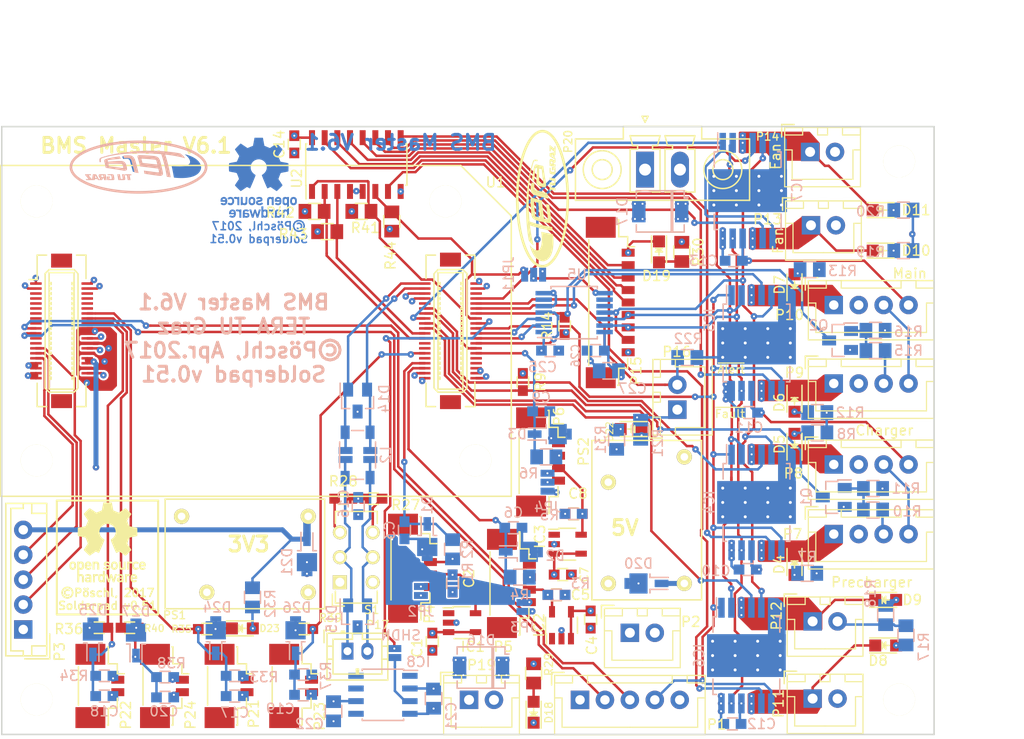
<source format=kicad_pcb>
(kicad_pcb (version 20171130) (host pcbnew 6.0.0-rc1-unknown-r13685-202b35bc)
  (title_block (title "BMS Master") (date 2017-01-06) (rev 6) (company "TERA TU Graz") (comment 1 "Rene Pöschl"))
  (layers (0 F.Cu signal) (1 In1.Cu signal hide) (2 In2.Cu signal hide) (31 B.Cu signal) (34 B.Paste user hide) (35 F.Paste user) (36 B.SilkS user hide) (37 F.SilkS user hide) (38 B.Mask user) (39 F.Mask user hide) (44 Edge.Cuts user))
  (net 0 "")
  (net 1 +3V3)
  (net 2 GND)
  (net 3 /~TMP_REF_SHDN)
  (net 4 /TemperatureMeasurement/~SHDN)
  (net 5 /TS2)
  (net 6 +5V)
  (net 7 /LEM2)
  (net 8 /LEM1)
  (net 9 /TS4)
  (net 10 /TS1)
  (net 11 /LEM3)
  (net 12 /TS3)
  (net 13 +12V)
  (net 14 /Interlock_OK)
  (net 15 /MOSI)
  (net 16 /Precharge_Fault)
  (net 17 /SCLK)
  (net 18 /SPI_Controller/NCS8)
  (net 19 /MISO)
  (net 20 /Main_Fault)
  (net 21 /SPI_Controller/NCS7)
  (net 22 /SuperCharger_Fault)
  (net 23 /SPI_Controller/NCS6)
  (net 24 /FAN_PWM)
  (net 25 /SPI_Controller/NCS5)
  (net 26 "Net-(Q1-Pad1)")
  (net 27 /Main_On)
  (net 28 "Net-(Q2-Pad1)")
  (net 29 /SuperCharger_ON)
  (net 30 "Net-(R27-Pad1)")
  (net 31 "Net-(R28-Pad1)")
  (net 32 "Net-(P6-Pad2)")
  (net 33 "Net-(P4-Pad2)")
  (net 34 "Net-(P5-Pad2)")
  (net 35 "Net-(D18-Pad2)")
  (net 36 "Net-(C16-Pad1)")
  (net 37 "Net-(D19-Pad2)")
  (net 38 "Net-(D22-Pad2)")
  (net 39 "Net-(D23-Pad2)")
  (net 40 "Net-(P21-Pad1)")
  (net 41 "Net-(P22-Pad1)")
  (net 42 /NFAULT)
  (net 43 "Net-(D5-Pad2)")
  (net 44 "Net-(D4-Pad2)")
  (net 45 "Net-(P23-Pad1)")
  (net 46 "Net-(P24-Pad1)")
  (net 47 /NALERT)
  (net 48 "Net-(D11-Pad2)")
  (net 49 "Net-(D10-Pad2)")
  (net 50 "Net-(D9-Pad2)")
  (net 51 "Net-(P10-Pad3)")
  (net 52 "Net-(D7-Pad2)")
  (net 53 "Net-(D6-Pad2)")
  (net 54 "Net-(D8-Pad2)")
  (net 55 /TemperatureMeasurement/V_ref)
  (net 56 /CS_B0)
  (net 57 /CS_B1)
  (net 58 /CS_B2)
  (net 59 /SPI_CS)
  (net 60 /SPI_Controller/NCS4)
  (net 61 /SPI_Controller/NCS3)
  (net 62 /SPI_Controller/NCS2)
  (net 63 /SPI_Controller/NCS1)
  (net 64 /Interlock_On2)
  (net 65 /Interlock_On1)
  (net 66 "Net-(P7-Pad3)")
  (net 67 "Net-(U1-Pad3)")
  (net 68 /FAN_Fault)
  (net 69 "Net-(U1-Pad5)")
  (net 70 "Net-(U1-Pad6)")
  (net 71 /CurrentMeasurement/LEM3/LEM_VREF)
  (net 72 /CurrentMeasurement/LEM2/LEM_VREF)
  (net 73 /CurrentMeasurement/LEM1/LEM_VREF)
  (net 74 /RelayAndFanCtrl/MainRelais/out2)
  (net 75 /RelayAndFanCtrl/MainRelais/out1)
  (net 76 /RelayAndFanCtrl/SuperChargerRelais/out2)
  (net 77 /RelayAndFanCtrl/SuperChargerRelais/out1)
  (net 78 /RelayAndFanCtrl/PRECHARGER/out2)
  (net 79 /RelayAndFanCtrl/PRECHARGER/out1)
  (net 80 /RelayAndFanCtrl/FANS/out2)
  (net 81 /RelayAndFanCtrl/FANS/out1)
  (net 82 "Net-(P9-Pad3)")
  (net 83 "Net-(P7-Pad4)")
  (net 84 "Net-(U1-Pad4)")
  (net 85 "Net-(U5-Pad10)")
  (net 86 /RelayAndFanCtrl/SCLK)
  (net 87 /RelayAndFanCtrl/MOSI)
  (net 88 /RelayAndFanCtrl/MISO)
  (net 89 "Net-(JP11-Pad2)")
  (net 90 "Net-(U1-Pad7)")
  (net 91 "Net-(U1-Pad8)")
  (net 92 "Net-(U1-Pad9)")
  (net 93 "Net-(U1-Pad36)")
  (net 94 "Net-(S1-Pad1)")
  (net 95 "Net-(S1-Pad4)")
  (net 96 /CAN/CANperi-)
  (net 97 /CAN/CANperi+)
  (net 98 /CAN/CAN-)
  (net 99 /CAN/CAN+)
  (net 100 "Net-(U1-Pad12)")
  (net 101 "Net-(U1-Pad13)")
  (net 102 "Net-(U1-Pad35)")
  (net 103 "Net-(U1-Pad37)")
  (net 104 "Net-(U1-Pad38)")
  (net 105 "Net-(U1-Pad64)")
  (net 106 "Net-(U1-Pad65)")
  (net 107 "Net-(JP4-Pad2)")
  (net 108 "Net-(JP3-Pad2)")
  (net 109 "Net-(JP2-Pad2)")
  (net 110 +12P)
  (net 111 "Net-(U1-Pad45)")
  (net 112 "Net-(U1-Pad53)")
  (net 113 "Net-(U1-Pad54)")
  (net 114 "Net-(U1-Pad56)")
  (net 115 /EXT_GPIO_3)
  (net 116 /EXT_GPIO_2)
  (net 117 /EXT_GPIO_1)
  (net 118 "Net-(U1-Pad78)")
  (module Boards_Tera:STM32f4-board_v3-1 (layer F.Cu) (at 98 73)
    (fp_text reference U1)
    (fp_text value STM32f4_board_v3-1)
    (fp_text user %R (at 24.03 -14.912) (layer F.SilkS))
    (pad 1 smd rect (at -22.075 -4.75) (size 1.15 0.25) (layers F.Cu F.Paste F.Mask) (net 2 GND))
    (pad 30 smd rect (at -16.925 0.25) (size 1.15 0.25) (layers F.Cu F.Paste F.Mask) (net 2 GND))
    (pad "" smd rect (at -19.5 -7.05) (size 2.1 1.4) (layers F.Cu F.Paste F.Mask))
    (pad "" smd rect (at -19.5 7.05) (size 2.1 1.4) (layers F.Cu F.Paste F.Mask))
    (pad "" np_thru_hole circle (at -17.6 -6) (size 0.6 0.6) (drill 0.6) (layers *.Cu))
    (pad "" np_thru_hole circle (at -17.6 6) (size 0.6 0.6) (drill 0.6) (layers *.Cu))
    (pad 2 smd rect (at -22.075 -4.25) (size 1.15 0.25) (layers F.Cu F.Paste F.Mask) (net 1 +3V3))
    (pad 3 smd rect (at -22.075 -3.75) (size 1.15 0.25) (layers F.Cu F.Paste F.Mask) (net 67 "Net-(U1-Pad3)"))
    (pad 4 smd rect (at -22.075 -3.25) (size 1.15 0.25) (layers F.Cu F.Paste F.Mask) (net 84 "Net-(U1-Pad4)"))
    (pad 5 smd rect (at -22.075 -2.75) (size 1.15 0.25) (layers F.Cu F.Paste F.Mask) (net 69 "Net-(U1-Pad5)"))
    (pad 6 smd rect (at -22.075 -2.25) (size 1.15 0.25) (layers F.Cu F.Paste F.Mask) (net 70 "Net-(U1-Pad6)"))
    (pad 7 smd rect (at -22.075 -1.75) (size 1.15 0.25) (layers F.Cu F.Paste F.Mask) (net 90 "Net-(U1-Pad7)"))
    (pad 8 smd rect (at -22.075 -1.25) (size 1.15 0.25) (layers F.Cu F.Paste F.Mask) (net 91 "Net-(U1-Pad8)"))
    (pad 9 smd rect (at -22.075 -0.75) (size 1.15 0.25) (layers F.Cu F.Paste F.Mask) (net 92 "Net-(U1-Pad9)"))
    (pad 10 smd rect (at -22.075 -0.25) (size 1.15 0.25) (layers F.Cu F.Paste F.Mask) (net 65 /Interlock_On1))
    (pad 11 smd rect (at -22.075 0.25) (size 1.15 0.25) (layers F.Cu F.Paste F.Mask) (net 64 /Interlock_On2))
    (pad 12 smd rect (at -22.075 0.75) (size 1.15 0.25) (layers F.Cu F.Paste F.Mask) (net 100 "Net-(U1-Pad12)"))
    (pad 13 smd rect (at -22.075 1.25) (size 1.15 0.25) (layers F.Cu F.Paste F.Mask) (net 101 "Net-(U1-Pad13)"))
    (pad 14 smd rect (at -22.075 1.75) (size 1.15 0.25) (layers F.Cu F.Paste F.Mask) (net 115 /EXT_GPIO_3))
    (pad 15 smd rect (at -22.075 2.25) (size 1.15 0.25) (layers F.Cu F.Paste F.Mask) (net 116 /EXT_GPIO_2))
    (pad 16 smd rect (at -22.075 2.75) (size 1.15 0.25) (layers F.Cu F.Paste F.Mask) (net 117 /EXT_GPIO_1))
    (pad 17 smd rect (at -22.075 3.25) (size 1.15 0.25) (layers F.Cu F.Paste F.Mask) (net 1 +3V3))
    (pad 18 smd rect (at -22.075 3.75) (size 1.15 0.25) (layers F.Cu F.Paste F.Mask) (net 1 +3V3))
    (pad 19 smd rect (at -22.075 4.25) (size 1.15 0.25) (layers F.Cu F.Paste F.Mask) (net 2 GND))
    (pad 20 smd rect (at -22.075 4.75) (size 1.15 0.25) (layers F.Cu F.Paste F.Mask) (net 2 GND))
    (pad 21 smd rect (at -16.925 4.75) (size 1.15 0.25) (layers F.Cu F.Paste F.Mask) (net 2 GND))
    (pad 22 smd rect (at -16.925 4.25) (size 1.15 0.25) (layers F.Cu F.Paste F.Mask) (net 1 +3V3))
    (pad 23 smd rect (at -16.925 3.75) (size 1.15 0.25) (layers F.Cu F.Paste F.Mask) (net 2 GND))
    (pad 24 smd rect (at -16.925 3.25) (size 1.15 0.25) (layers F.Cu F.Paste F.Mask) (net 6 +5V))
    (pad 25 smd rect (at -16.925 2.75) (size 1.15 0.25) (layers F.Cu F.Paste F.Mask) (net 6 +5V))
    (pad 26 smd rect (at -16.925 2.25) (size 1.15 0.25) (layers F.Cu F.Paste F.Mask) (net 2 GND))
    (pad 27 smd rect (at -16.925 1.75) (size 1.15 0.25) (layers F.Cu F.Paste F.Mask) (net 1 +3V3))
    (pad 28 smd rect (at -16.925 1.25) (size 1.15 0.25) (layers F.Cu F.Paste F.Mask) (net 2 GND))
    (pad 29 smd rect (at -16.925 0.75) (size 1.15 0.25) (layers F.Cu F.Paste F.Mask) (net 1 +3V3))
    (pad 31 smd rect (at -16.925 -0.25) (size 1.15 0.25) (layers F.Cu F.Paste F.Mask) (net 2 GND))
    (pad 32 smd rect (at -16.925 -0.75) (size 1.15 0.25) (layers F.Cu F.Paste F.Mask) (net 10 /TS1))
    (pad 33 smd rect (at -16.925 -1.25) (size 1.15 0.25) (layers F.Cu F.Paste F.Mask) (net 5 /TS2))
    (pad 34 smd rect (at -16.925 -1.75) (size 1.15 0.25) (layers F.Cu F.Paste F.Mask) (net 12 /TS3))
    (pad 35 smd rect (at -16.925 -2.25) (size 1.15 0.25) (layers F.Cu F.Paste F.Mask) (net 102 "Net-(U1-Pad35)"))
    (pad 36 smd rect (at -16.925 -2.75) (size 1.15 0.25) (layers F.Cu F.Paste F.Mask) (net 93 "Net-(U1-Pad36)"))
    (pad 37 smd rect (at -16.925 -3.25) (size 1.15 0.25) (layers F.Cu F.Paste F.Mask) (net 103 "Net-(U1-Pad37)"))
    (pad 38 smd rect (at -16.925 -3.75) (size 1.15 0.25) (layers F.Cu F.Paste F.Mask) (net 104 "Net-(U1-Pad38)"))
    (pad 39 smd rect (at -16.925 -4.25) (size 1.15 0.25) (layers F.Cu F.Paste F.Mask) (net 1 +3V3))
    (pad 40 smd rect (at -16.925 -4.75) (size 1.15 0.25) (layers F.Cu F.Paste F.Mask) (net 2 GND))
    (pad "" smd rect (at 19.5 7.15 180) (size 2.1 1.4) (layers F.Cu F.Paste F.Mask))
    (pad "" smd rect (at 19.5 -7.15 180) (size 2.1 1.4) (layers F.Cu F.Paste F.Mask))
    (pad "" np_thru_hole circle (at 17.6 6 180) (size 0.6 0.6) (drill 0.6) (layers *.Cu))
    (pad "" np_thru_hole circle (at 17.6 -6 180) (size 0.6 0.6) (drill 0.6) (layers *.Cu))
    (pad 41 smd rect (at 16.925 -4.75 180) (size 1.15 0.25) (layers F.Cu F.Paste F.Mask) (net 98 /CAN/CAN-))
    (pad 42 smd rect (at 16.925 -4.25 180) (size 1.15 0.25) (layers F.Cu F.Paste F.Mask) (net 99 /CAN/CAN+))
    (pad 43 smd rect (at 16.925 -3.75 180) (size 1.15 0.25) (layers F.Cu F.Paste F.Mask) (net 2 GND))
    (pad 44 smd rect (at 16.925 -3.25 180) (size 1.15 0.25) (layers F.Cu F.Paste F.Mask) (net 1 +3V3))
    (pad 45 smd rect (at 16.925 -2.75 180) (size 1.15 0.25) (layers F.Cu F.Paste F.Mask) (net 111 "Net-(U1-Pad45)"))
    (pad 46 smd rect (at 16.925 -2.25 180) (size 1.15 0.25) (layers F.Cu F.Paste F.Mask) (net 22 /SuperCharger_Fault))
    (pad 47 smd rect (at 16.925 -1.75 180) (size 1.15 0.25) (layers F.Cu F.Paste F.Mask) (net 29 /SuperCharger_ON))
    (pad 48 smd rect (at 16.925 -1.25 180) (size 1.15 0.25) (layers F.Cu F.Paste F.Mask) (net 24 /FAN_PWM))
    (pad 49 smd rect (at 16.925 -0.75 180) (size 1.15 0.25) (layers F.Cu F.Paste F.Mask) (net 16 /Precharge_Fault))
    (pad 50 smd rect (at 16.925 -0.25 180) (size 1.15 0.25) (layers F.Cu F.Paste F.Mask) (net 42 /NFAULT))
    (pad 51 smd rect (at 16.925 0.25 180) (size 1.15 0.25) (layers F.Cu F.Paste F.Mask) (net 58 /CS_B2))
    (pad 52 smd rect (at 16.925 0.75 180) (size 1.15 0.25) (layers F.Cu F.Paste F.Mask) (net 57 /CS_B1))
    (pad 53 smd rect (at 16.925 1.25 180) (size 1.15 0.25) (layers F.Cu F.Paste F.Mask) (net 112 "Net-(U1-Pad53)"))
    (pad 54 smd rect (at 16.925 1.75 180) (size 1.15 0.25) (layers F.Cu F.Paste F.Mask) (net 113 "Net-(U1-Pad54)"))
    (pad 55 smd rect (at 16.925 2.25 180) (size 1.15 0.25) (layers F.Cu F.Paste F.Mask) (net 9 /TS4))
    (pad 56 smd rect (at 16.925 2.75 180) (size 1.15 0.25) (layers F.Cu F.Paste F.Mask) (net 114 "Net-(U1-Pad56)"))
    (pad 57 smd rect (at 16.925 3.25 180) (size 1.15 0.25) (layers F.Cu F.Paste F.Mask) (net 8 /LEM1))
    (pad 58 smd rect (at 16.925 3.75 180) (size 1.15 0.25) (layers F.Cu F.Paste F.Mask) (net 7 /LEM2))
    (pad 59 smd rect (at 16.925 4.25 180) (size 1.15 0.25) (layers F.Cu F.Paste F.Mask) (net 1 +3V3))
    (pad 60 smd rect (at 16.925 4.75 180) (size 1.15 0.25) (layers F.Cu F.Paste F.Mask) (net 2 GND))
    (pad 61 smd rect (at 22.075 4.75 180) (size 1.15 0.25) (layers F.Cu F.Paste F.Mask) (net 2 GND))
    (pad 62 smd rect (at 22.075 4.25 180) (size 1.15 0.25) (layers F.Cu F.Paste F.Mask) (net 1 +3V3))
    (pad 63 smd rect (at 22.075 3.75 180) (size 1.15 0.25) (layers F.Cu F.Paste F.Mask) (net 1 +3V3))
    (pad 64 smd rect (at 22.075 3.25 180) (size 1.15 0.25) (layers F.Cu F.Paste F.Mask) (net 105 "Net-(U1-Pad64)"))
    (pad 65 smd rect (at 22.075 2.75 180) (size 1.15 0.25) (layers F.Cu F.Paste F.Mask) (net 106 "Net-(U1-Pad65)"))
    (pad 66 smd rect (at 22.075 2.25 180) (size 1.15 0.25) (layers F.Cu F.Paste F.Mask) (net 11 /LEM3))
    (pad 67 smd rect (at 22.075 1.75 180) (size 1.15 0.25) (layers F.Cu F.Paste F.Mask) (net 56 /CS_B0))
    (pad 68 smd rect (at 22.075 1.25 180) (size 1.15 0.25) (layers F.Cu F.Paste F.Mask) (net 17 /SCLK))
    (pad 69 smd rect (at 22.075 0.75 180) (size 1.15 0.25) (layers F.Cu F.Paste F.Mask) (net 19 /MISO))
    (pad 70 smd rect (at 22.075 0.25 180) (size 1.15 0.25) (layers F.Cu F.Paste F.Mask) (net 15 /MOSI))
    (pad 71 smd rect (at 22.075 -0.25 180) (size 1.15 0.25) (layers F.Cu F.Paste F.Mask) (net 14 /Interlock_OK))
    (pad 72 smd rect (at 22.075 -0.75 180) (size 1.15 0.25) (layers F.Cu F.Paste F.Mask) (net 3 /~TMP_REF_SHDN))
    (pad 73 smd rect (at 22.075 -1.25 180) (size 1.15 0.25) (layers F.Cu F.Paste F.Mask) (net 59 /SPI_CS))
    (pad 74 smd rect (at 22.075 -1.75 180) (size 1.15 0.25) (layers F.Cu F.Paste F.Mask) (net 27 /Main_On))
    (pad 75 smd rect (at 22.075 -2.25 180) (size 1.15 0.25) (layers F.Cu F.Paste F.Mask) (net 20 /Main_Fault))
    (pad 76 smd rect (at 22.075 -2.75 180) (size 1.15 0.25) (layers F.Cu F.Paste F.Mask) (net 47 /NALERT))
    (pad 77 smd rect (at 22.075 -3.25 180) (size 1.15 0.25) (layers F.Cu F.Paste F.Mask) (net 68 /FAN_Fault))
    (pad 78 smd rect (at 22.075 -3.75 180) (size 1.15 0.25) (layers F.Cu F.Paste F.Mask) (net 118 "Net-(U1-Pad78)"))
    (pad 79 smd rect (at 22.075 -4.25 180) (size 1.15 0.25) (layers F.Cu F.Paste F.Mask) (net 1 +3V3))
    (pad 80 smd rect (at 22.075 -4.75 180) (size 1.15 0.25) (layers F.Cu F.Paste F.Mask) (net 2 GND))
    (pad "" np_thru_hole circle (at -22 -13) (size 3.2 3.2) (drill 3.2) (layers *.Cu *.Mask F.SilkS))
    (pad "" np_thru_hole circle (at 19 -13) (size 3.2 3.2) (drill 3.2) (layers *.Cu *.Mask F.SilkS))
    (pad "" np_thru_hole circle (at 22 13) (size 3.2 3.2) (drill 3.2) (layers *.Cu *.Mask F.SilkS))
    (pad "" np_thru_hole circle (at -22 13) (size 3.2 3.2) (drill 3.2) (layers *.Cu *.Mask F.SilkS))
  )
  (module Symbols:OSHW-Logo_7.5x8mm_Copper (layer B.Cu) (at 98.278 57.631 180)
    (fp_text reference REF*** hide)
    (fp_text value OSHW-Logo_7.5x8mm_Copper hide)
    (fp_poly (pts (xy -2.53664 -1.952468) (xy -2.501408 -1.969874) (xy -2.45796 -2.000206) (xy -2.426294 -2.033283) (xy -2.404606 -2.074817) (xy -2.391097 -2.130522) (xy -2.383962 -2.206111) (xy -2.3814 -2.307296) (xy -2.38125 -2.350797) (xy -2.381688 -2.446135) (xy -2.383504 -2.514271) (xy -2.387455 -2.561418) (xy -2.394298 -2.59379) (xy -2.404789 -2.6176) (xy -2.415704 -2.633843) (xy -2.485381 -2.702952) (xy -2.567434 -2.744521) (xy -2.65595 -2.757023) (xy -2.745019 -2.738934) (xy -2.773237 -2.726142) (xy -2.84079 -2.690931) (xy -2.84079 -3.2427) (xy -2.791488 -3.217205) (xy -2.726527 -3.19748) (xy -2.64668 -3.192427) (xy -2.566948 -3.201756) (xy -2.506735 -3.222714) (xy -2.456792 -3.262627) (xy -2.414119 -3.319741) (xy -2.41091 -3.325605) (xy -2.397378 -3.353227) (xy -2.387495 -3.381068) (xy -2.380691 -3.414794) (xy -2.376399 -3.460071) (xy -2.374049 -3.522562) (xy -2.373072 -3.607935) (xy -2.372895 -3.70401) (xy -2.372895 -4.010526) (xy -2.556711 -4.010526) (xy -2.556711 -3.445339) (xy -2.608125 -3.402077) (xy -2.661534 -3.367472) (xy -2.712112 -3.36118) (xy -2.76297 -3.377372) (xy -2.790075 -3.393227) (xy -2.810249 -3.41581) (xy -2.824597 -3.44994) (xy -2.834224 -3.500434) (xy -2.840237 -3.572111) (xy -2.84374 -3.669788) (xy -2.844974 -3.734802) (xy -2.849145 -4.002171) (xy -2.936875 -4.007222) (xy -3.024606 -4.012273) (xy -3.024606 -2.353101) (xy -2.84079 -2.353101) (xy -2.836104 -2.4456) (xy -2.820312 -2.509809) (xy -2.790817 -2.549759) (xy -2.74502 -2.56948) (xy -2.69875 -2.573421) (xy -2.646372 -2.568892) (xy -2.61161 -2.551069) (xy -2.589872 -2.527519) (xy -2.57276 -2.502189) (xy -2.562573 -2.473969) (xy -2.55804 -2.434431) (xy -2.557891 -2.375142) (xy -2.559416 -2.325498) (xy -2.562919 -2.25071) (xy -2.568133 -2.201611) (xy -2.576913 -2.170467) (xy -2.591114 -2.149545) (xy -2.604516 -2.137452) (xy -2.660513 -2.111081) (xy -2.726789 -2.106822) (xy -2.764844 -2.115906) (xy -2.802523 -2.148196) (xy -2.827481 -2.211006) (xy -2.839578 -2.303894) (xy -2.84079 -2.353101) (xy -3.024606 -2.353101) (xy -3.024606 -1.938421) (xy -2.932698 -1.938421) (xy -2.877517 -1.940603) (xy -2.849048 -1.948351) (xy -2.840794 -1.963468) (xy -2.84079 -1.963916) (xy -2.83696 -1.97872) (xy -2.820067 -1.977039) (xy -2.786481 -1.960772) (xy -2.708222 -1.935887) (xy -2.620173 -1.933271) (xy -2.53664 -1.952468)) (layer B.Cu) (width 0.01))
    (fp_poly (pts (xy -1.839543 -3.198184) (xy -1.76093 -3.21916) (xy -1.701084 -3.25718) (xy -1.658853 -3.306978) (xy -1.645725 -3.32823) (xy -1.636032 -3.350492) (xy -1.629256 -3.37897) (xy -1.624877 -3.418871) (xy -1.622376 -3.475401) (xy -1.621232 -3.553767) (xy -1.620928 -3.659176) (xy -1.620922 -3.687142) (xy -1.620922 -4.010526) (xy -1.701132 -4.010526) (xy -1.752294 -4.006943) (xy -1.790123 -3.997866) (xy -1.799601 -3.992268) (xy -1.825512 -3.982606) (xy -1.851976 -3.992268) (xy -1.895548 -4.00433) (xy -1.95884 -4.009185) (xy -2.02899 -4.007078) (xy -2.09314 -3.998256) (xy -2.130593 -3.986937) (xy -2.203067 -3.940412) (xy -2.24836 -3.875846) (xy -2.268722 -3.79) (xy -2.268912 -3.787796) (xy -2.267125 -3.749713) (xy -2.105527 -3.749713) (xy -2.091399 -3.79303) (xy -2.068388 -3.817408) (xy -2.022196 -3.835845) (xy -1.961225 -3.843205) (xy -1.899051 -3.839583) (xy -1.849249 -3.825074) (xy -1.835297 -3.815765) (xy -1.810915 -3.772753) (xy -1.804737 -3.723857) (xy -1.804737 -3.659605) (xy -1.897182 -3.659605) (xy -1.985005 -3.666366) (xy -2.051582 -3.68552) (xy -2.092998 -3.715376) (xy -2.105527 -3.749713) (xy -2.267125 -3.749713) (xy -2.26451 -3.694004) (xy -2.233576 -3.619847) (xy -2.175419 -3.563767) (xy -2.16738 -3.558665) (xy -2.132837 -3.542055) (xy -2.090082 -3.531996) (xy -2.030314 -3.527107) (xy -1.95931 -3.525983) (xy -1.804737 -3.525921) (xy -1.804737 -3.461125) (xy -1.811294 -3.41085) (xy -1.828025 -3.377169) (xy -1.829984 -3.375376) (xy -1.867217 -3.360642) (xy -1.92342 -3.354931) (xy -1.985533 -3.357737) (xy -2.04049 -3.368556) (xy -2.073101 -3.384782) (xy -2.090772 -3.39778) (xy -2.109431 -3.400262) (xy -2.135181 -3.389613) (xy -2.174127 -3.363218) (xy -2.23237 -3.318465) (xy -2.237716 -3.314273) (xy -2.234977 -3.29876) (xy -2.212124 -3.27296) (xy -2.177391 -3.244289) (xy -2.13901 -3.220166) (xy -2.126952 -3.21447) (xy -2.082966 -3.203103) (xy -2.018513 -3.194995) (xy -1.946503 -3.191743) (xy -1.943136 -3.191736) (xy -1.839543 -3.198184)) (layer B.Cu) (width 0.01))
    (fp_poly (pts (xy -1.320119 -3.193486) (xy -1.295112 -3.200982) (xy -1.28705 -3.217451) (xy -1.286711 -3.224886) (xy -1.285264 -3.245594) (xy -1.275302 -3.248845) (xy -1.248388 -3.234648) (xy -1.232402 -3.224948) (xy -1.181967 -3.204175) (xy -1.121728 -3.193904) (xy -1.058566 -3.193114) (xy -0.999363 -3.200786) (xy -0.950998 -3.215898) (xy -0.920354 -3.237432) (xy -0.914311 -3.264366) (xy -0.917361 -3.27166) (xy -0.939594 -3.301937) (xy -0.97407 -3.339175) (xy -0.980306 -3.345195) (xy -1.013167 -3.372875) (xy -1.04152 -3.381818) (xy -1.081173 -3.375576) (xy -1.097058 -3.371429) (xy -1.146491 -3.361467) (xy -1.181248 -3.365947) (xy -1.2106 -3.381746) (xy -1.237487 -3.402949) (xy -1.25729 -3.429614) (xy -1.271052 -3.466827) (xy -1.279816 -3.519673) (xy -1.284626 -3.593237) (xy -1.286526 -3.692605) (xy -1.286711 -3.752601) (xy -1.286711 -4.010526) (xy -1.453816 -4.010526) (xy -1.453816 -3.19171) (xy -1.370264 -3.19171) (xy -1.320119 -3.193486)) (layer B.Cu) (width 0.01))
    (fp_poly (pts (xy -0.267369 -4.010526) (xy -0.359277 -4.010526) (xy -0.412623 -4.008962) (xy -0.440407 -4.002485) (xy -0.45041 -3.988418) (xy -0.451185 -3.978906) (xy -0.452872 -3.959832) (xy -0.46351 -3.956174) (xy -0.491465 -3.967932) (xy -0.513205 -3.978906) (xy -0.596668 -4.004911) (xy -0.687396 -4.006416) (xy -0.761158 -3.987021) (xy -0.829846 -3.940165) (xy -0.882206 -3.871004) (xy -0.910878 -3.789427) (xy -0.911608 -3.784866) (xy -0.915868 -3.735101) (xy -0.917986 -3.663659) (xy -0.917816 -3.609626) (xy -0.73528 -3.609626) (xy -0.731051 -3.681441) (xy -0.721432 -3.740634) (xy -0.70841 -3.77406) (xy -0.659144 -3.81974) (xy -0.60065 -3.836115) (xy -0.540329 -3.822873) (xy -0.488783 -3.783373) (xy -0.469262 -3.756807) (xy -0.457848 -3.725106) (xy -0.452502 -3.678832) (xy -0.451185 -3.609328) (xy -0.453542 -3.540499) (xy -0.459767 -3.480026) (xy -0.468592 -3.439556) (xy -0.470063 -3.435929) (xy -0.505653 -3.392802) (xy -0.5576 -3.369124) (xy -0.615722 -3.365301) (xy -0.66984 -3.381738) (xy -0.709774 -3.41884) (xy -0.713917 -3.426222) (xy -0.726884 -3.471239) (xy -0.733948 -3.535967) (xy -0.73528 -3.609626) (xy -0.917816 -3.609626) (xy -0.917729 -3.58223) (xy -0.916528 -3.538405) (xy -0.908355 -3.429988) (xy -0.89137 -3.348588) (xy -0.863113 -3.288412) (xy -0.821128 -3.243666) (xy -0.780368 -3.2174) (xy -0.723419 -3.198935) (xy -0.652589 -3.192602) (xy -0.580059 -3.19776) (xy -0.518014 -3.213769) (xy -0.485232 -3.23292) (xy -0.451185 -3.263732) (xy -0.451185 -2.87421) (xy -0.267369 -2.87421) (xy -0.267369 -4.010526)) (layer B.Cu) (width 0.01))
    (fp_poly (pts (xy 0.37413 -3.195104) (xy 0.44022 -3.200066) (xy 0.526626 -3.459079) (xy 0.613031 -3.718092) (xy 0.640124 -3.626184) (xy 0.656428 -3.569384) (xy 0.677875 -3.492625) (xy 0.701035 -3.408251) (xy 0.71328 -3.362993) (xy 0.759344 -3.19171) (xy 0.949387 -3.19171) (xy 0.892582 -3.371349) (xy 0.864607 -3.459704) (xy 0.830813 -3.566281) (xy 0.79552 -3.677454) (xy 0.764013 -3.776579) (xy 0.69225 -4.002171) (xy 0.537286 -4.012253) (xy 0.49527 -3.873528) (xy 0.469359 -3.787351) (xy 0.441083 -3.692347) (xy 0.416369 -3.608441) (xy 0.415394 -3.605102) (xy 0.396935 -3.548248) (xy 0.380649 -3.509456) (xy 0.369242 -3.494787) (xy 0.366898 -3.496483) (xy 0.358671 -3.519225) (xy 0.343038 -3.56794) (xy 0.321904 -3.636502) (xy 0.29717 -3.718785) (xy 0.283787 -3.764046) (xy 0.211311 -4.010526) (xy 0.057495 -4.010526) (xy -0.065469 -3.622006) (xy -0.100012 -3.513022) (xy -0.131479 -3.414048) (xy -0.158384 -3.329736) (xy -0.179241 -3.264734) (xy -0.192562 -3.223692) (xy -0.196612 -3.211701) (xy -0.193406 -3.199423) (xy -0.168235 -3.194046) (xy -0.115854 -3.194584) (xy -0.107655 -3.19499) (xy -0.010518 -3.200066) (xy 0.0531 -3.434013) (xy 0.076484 -3.519333) (xy 0.097381 -3.594335) (xy 0.113951 -3.652507) (xy 0.124354 -3.687337) (xy 0.126276 -3.693016) (xy 0.134241 -3.686486) (xy 0.150304 -3.652654) (xy 0.172621 -3.596127) (xy 0.199345 -3.52151) (xy 0.221937 -3.454107) (xy 0.308041 -3.190143) (xy 0.37413 -3.195104)) (layer B.Cu) (width 0.01))
    (fp_poly (pts (xy 1.379992 -3.196673) (xy 1.450427 -3.21378) (xy 1.470787 -3.222844) (xy 1.510253 -3.246583) (xy 1.540541 -3.273321) (xy 1.562952 -3.307699) (xy 1.578786 -3.35436) (xy 1.589343 -3.417946) (xy 1.595924 -3.503099) (xy 1.599828 -3.614462) (xy 1.60131 -3.688849) (xy 1.606765 -4.010526) (xy 1.51358 -4.010526) (xy 1.457047 -4.008156) (xy 1.427922 -4.000055) (xy 1.420394 -3.986451) (xy 1.41642 -3.971741) (xy 1.398652 -3.974554) (xy 1.37444 -3.986348) (xy 1.313828 -4.004427) (xy 1.235929 -4.009299) (xy 1.153995 -4.00133) (xy 1.081281 -3.980889) (xy 1.074759 -3.978051) (xy 1.008302 -3.931365) (xy 0.964491 -3.866464) (xy 0.944332 -3.7906) (xy 0.945872 -3.763344) (xy 1.110345 -3.763344) (xy 1.124837 -3.800024) (xy 1.167805 -3.826309) (xy 1.237129 -3.840417) (xy 1.274177 -3.84229) (xy 1.335919 -3.837494) (xy 1.37696 -3.818858) (xy 1.386973 -3.81) (xy 1.4141 -3.761806) (xy 1.420394 -3.718092) (xy 1.420394 -3.659605) (xy 1.33893 -3.659605) (xy 1.244234 -3.664432) (xy 1.177813 -3.679613) (xy 1.135846 -3.7062) (xy 1.126449 -3.718052) (xy 1.110345 -3.763344) (xy 0.945872 -3.763344) (xy 0.948829 -3.711026) (xy 0.978985 -3.634995) (xy 1.020131 -3.583612) (xy 1.045052 -3.561397) (xy 1.069448 -3.546798) (xy 1.101191 -3.537897) (xy 1.148152 -3.532775) (xy 1.218204 -3.529515) (xy 1.24599 -3.528577) (xy 1.420394 -3.522879) (xy 1.420138 -3.470091) (xy 1.413384 -3.414603) (xy 1.388964 -3.381052) (xy 1.33963 -3.359618) (xy 1.338306 -3.359236) (xy 1.26836 -3.350808) (xy 1.199914 -3.361816) (xy 1.149047 -3.388585) (xy 1.128637 -3.401803) (xy 1.106654 -3.399974) (xy 1.072826 -3.380824) (xy 1.052961 -3.367308) (xy 1.014106 -3.338432) (xy 0.990038 -3.316786) (xy 0.986176 -3.310589) (xy 1.002079 -3.278519) (xy 1.049065 -3.240219) (xy 1.069473 -3.227297) (xy 1.128143 -3.205041) (xy 1.207212 -3.192432) (xy 1.295041 -3.1896) (xy 1.379992 -3.196673)) (layer B.Cu) (width 0.01))
    (fp_poly (pts (xy 2.173167 -3.191447) (xy 2.237408 -3.204112) (xy 2.27398 -3.222864) (xy 2.312453 -3.254017) (xy 2.257717 -3.323127) (xy 2.223969 -3.364979) (xy 2.201053 -3.385398) (xy 2.178279 -3.388517) (xy 2.144956 -3.378472) (xy 2.129314 -3.372789) (xy 2.065542 -3.364404) (xy 2.00714 -3.382378) (xy 1.964264 -3.422982) (xy 1.957299 -3.435929) (xy 1.949713 -3.470224) (xy 1.943859 -3.533427) (xy 1.940011 -3.62106) (xy 1.938443 -3.72864) (xy 1.938421 -3.743944) (xy 1.938421 -4.010526) (xy 1.754605 -4.010526) (xy 1.754605 -3.19171) (xy 1.846513 -3.19171) (xy 1.899507 -3.193094) (xy 1.927115 -3.199252) (xy 1.937324 -3.213194) (xy 1.938421 -3.226344) (xy 1.938421 -3.260978) (xy 1.98245 -3.226344) (xy 2.032937 -3.202716) (xy 2.10076 -3.191033) (xy 2.173167 -3.191447)) (layer B.Cu) (width 0.01))
    (fp_poly (pts (xy 2.701193 -3.196078) (xy 2.781068 -3.216845) (xy 2.847962 -3.259705) (xy 2.880351 -3.291723) (xy 2.933445 -3.367413) (xy 2.963873 -3.455216) (xy 2.974327 -3.56315) (xy 2.97438 -3.571875) (xy 2.974473 -3.659605) (xy 2.469534 -3.659605) (xy 2.480298 -3.705559) (xy 2.499732 -3.747178) (xy 2.533745 -3.790544) (xy 2.54086 -3.797467) (xy 2.602003 -3.834935) (xy 2.671729 -3.841289) (xy 2.751987 -3.816638) (xy 2.765592 -3.81) (xy 2.807319 -3.789819) (xy 2.835268 -3.778321) (xy 2.840145 -3.777258) (xy 2.857168 -3.787583) (xy 2.889633 -3.812845) (xy 2.906114 -3.82665) (xy 2.940264 -3.858361) (xy 2.951478 -3.879299) (xy 2.943695 -3.89856) (xy 2.939535 -3.903827) (xy 2.911357 -3.926878) (xy 2.864862 -3.954892) (xy 2.832434 -3.971246) (xy 2.740385 -4.000059) (xy 2.638476 -4.009395) (xy 2.541963 -3.998332) (xy 2.514934 -3.990412) (xy 2.431276 -3.945581) (xy 2.369266 -3.876598) (xy 2.328545 -3.782794) (xy 2.308755 -3.663498) (xy 2.306582 -3.601118) (xy 2.312926 -3.510298) (xy 2.473157 -3.510298) (xy 2.488655 -3.517012) (xy 2.530312 -3.52228) (xy 2.590876 -3.525389) (xy 2.631907 -3.525921) (xy 2.705711 -3.525408) (xy 2.752293 -3.523006) (xy 2.777848 -3.517422) (xy 2.788569 -3.507361) (xy 2.790657 -3.492763) (xy 2.776331 -3.447796) (xy 2.740262 -3.403353) (xy 2.692815 -3.369242) (xy 2.645349 -3.355288) (xy 2.580879 -3.367666) (xy 2.52507 -3.403452) (xy 2.486374 -3.455033) (xy 2.473157 -3.510298) (xy 2.312926 -3.510298) (xy 2.315821 -3.468866) (xy 2.344336 -3.363498) (xy 2.392729 -3.284178) (xy 2.461604 -3.230071) (xy 2.551565 -3.200343) (xy 2.6003 -3.194618) (xy 2.701193 -3.196078)) (layer B.Cu) (width 0.01))
    (fp_poly (pts (xy -3.373216 -1.947104) (xy -3.285795 -1.985754) (xy -3.21943 -2.05029) (xy -3.174024 -2.140812) (xy -3.149482 -2.257418) (xy -3.147723 -2.275624) (xy -3.146344 -2.403984) (xy -3.164216 -2.516496) (xy -3.20025 -2.607688) (xy -3.219545 -2.637022) (xy -3.286755 -2.699106) (xy -3.37235 -2.739316) (xy -3.46811 -2.756003) (xy -3.565813 -2.747517) (xy -3.640083 -2.72138) (xy -3.703953 -2.677335) (xy -3.756154 -2.619587) (xy -3.757057 -2.618236) (xy -3.778256 -2.582593) (xy -3.792033 -2.546752) (xy -3.800376 -2.501519) (xy -3.805273 -2.437701) (xy -3.807431 -2.385368) (xy -3.808329 -2.33791) (xy -3.641257 -2.33791) (xy -3.639624 -2.385154) (xy -3.633696 -2.448046) (xy -3.623239 -2.488407) (xy -3.604381 -2.517122) (xy -3.586719 -2.533896) (xy -3.524106 -2.569016) (xy -3.458592 -2.57371) (xy -3.397579 -2.54844) (xy -3.367072 -2.520124) (xy -3.345089 -2.491589) (xy -3.332231 -2.464284) (xy -3.326588 -2.42875) (xy -3.326249 -2.375524) (xy -3.327988 -2.326506) (xy -3.331729 -2.256482) (xy -3.337659 -2.211064) (xy -3.348347 -2.18144) (xy -3.366361 -2.158797) (xy -3.380637 -2.145855) (xy -3.440349 -2.11186) (xy -3.504766 -2.110165) (xy -3.558781 -2.130301) (xy -3.60486 -2.172352) (xy -3.632311 -2.241428) (xy -3.641257 -2.33791) (xy -3.808329 -2.33791) (xy -3.809401 -2.281299) (xy -3.806036 -2.203468) (xy -3.795955 -2.14493) (xy -3.777774 -2.098737) (xy -3.75011 -2.057942) (xy -3.739854 -2.045828) (xy -3.675722 -1.985474) (xy -3.606934 -1.95022) (xy -3.522811 -1.93545) (xy -3.481791 -1.934243) (xy -3.373216 -1.947104)) (layer B.Cu) (width 0.01))
    (fp_poly (pts (xy -1.802982 -1.957027) (xy -1.78633 -1.964866) (xy -1.728695 -2.007086) (xy -1.674195 -2.0687) (xy -1.633501 -2.136543) (xy -1.621926 -2.167734) (xy -1.611366 -2.223449) (xy -1.605069 -2.290781) (xy -1.604304 -2.318585) (xy -1.604211 -2.406316) (xy -2.10915 -2.406316) (xy -2.098387 -2.45227) (xy -2.071967 -2.50662) (xy -2.025778 -2.553591) (xy -1.970828 -2.583848) (xy -1.935811 -2.590131) (xy -1.888323 -2.582506) (xy -1.831665 -2.563383) (xy -1.812418 -2.554584) (xy -1.741241 -2.519036) (xy -1.680498 -2.565367) (xy -1.645448 -2.596703) (xy -1.626798 -2.622567) (xy -1.625853 -2.630158) (xy -1.642515 -2.648556) (xy -1.67903 -2.676515) (xy -1.712172 -2.698327) (xy -1.801607 -2.737537) (xy -1.901871 -2.755285) (xy -2.001246 -2.75067) (xy -2.080461 -2.726551) (xy -2.16212 -2.674884) (xy -2.220151 -2.606856) (xy -2.256454 -2.518843) (xy -2.272928 -2.407216) (xy -2.274389 -2.356138) (xy -2.268543 -2.239091) (xy -2.267825 -2.235686) (xy -2.100511 -2.235686) (xy -2.095903 -2.246662) (xy -2.076964 -2.252715) (xy -2.037902 -2.25531) (xy -1.972923 -2.25591) (xy -1.947903 -2.255921) (xy -1.871779 -2.255014) (xy -1.823504 -2.25172) (xy -1.79754 -2.245181) (xy -1.788352 -2.234537) (xy -1.788027 -2.231119) (xy -1.798513 -2.203956) (xy -1.824758 -2.165903) (xy -1.836041 -2.152579) (xy -1.877928 -2.114896) (xy -1.921591 -2.10008) (xy -1.945115 -2.098842) (xy -2.008757 -2.114329) (xy -2.062127 -2.15593) (xy -2.095981 -2.216353) (xy -2.096581 -2.218322) (xy -2.100511 -2.235686) (xy -2.267825 -2.235686) (xy -2.249101 -2.146928) (xy -2.214078 -2.07319) (xy -2.171244 -2.020848) (xy -2.092052 -1.964092) (xy -1.99896 -1.933762) (xy -1.899945 -1.931021) (xy -1.802982 -1.957027)) (layer B.Cu) (width 0.01))
    (fp_poly (pts (xy 0.018628 -1.935547) (xy 0.081908 -1.947548) (xy 0.147557 -1.972648) (xy 0.154572 -1.975848) (xy 0.204356 -2.002026) (xy 0.238834 -2.026353) (xy 0.249978 -2.041937) (xy 0.239366 -2.067353) (xy 0.213588 -2.104853) (xy 0.202146 -2.118852) (xy 0.154992 -2.173954) (xy 0.094201 -2.138086) (xy 0.036347 -2.114192) (xy -0.0305 -2.10142) (xy -0.094606 -2.100613) (xy -0.144236 -2.112615) (xy -0.156146 -2.120105) (xy -0.178828 -2.15445) (xy -0.181584 -2.194013) (xy -0.164612 -2.22492) (xy -0.154573 -2.230913) (xy -0.12449 -2.238357) (xy -0.071611 -2.247106) (xy -0.006425 -2.255467) (xy 0.0056 -2.256778) (xy 0.110297 -2.274888) (xy 0.186232 -2.305651) (xy 0.236592 -2.351907) (xy 0.264564 -2.416497) (xy 0.273278 -2.495387) (xy 0.26124 -2.585065) (xy 0.222151 -2.655486) (xy 0.155855 -2.706777) (xy 0.062194 -2.739067) (xy -0.041777 -2.751807) (xy -0.126562 -2.751654) (xy -0.195335 -2.740083) (xy -0.242303 -2.724109) (xy -0.30165 -2.696275) (xy -0.356494 -2.663973) (xy -0.375987 -2.649755) (xy -0.426119 -2.608835) (xy -0.305197 -2.486477) (xy -0.236457 -2.531967) (xy -0.167512 -2.566133) (xy -0.093889 -2.584004) (xy -0.023117 -2.585889) (xy 0.037274 -2.572101) (xy 0.079757 -2.542949) (xy 0.093474 -2.518352) (xy 0.091417 -2.478904) (xy 0.05733 -2.448737) (xy -0.008692 -2.427906) (xy -0.081026 -2.418279) (xy -0.192348 -2.39991) (xy -0.275048 -2.365254) (xy -0.330235 -2.313297) (xy -0.359012 -2.243023) (xy -0.362999 -2.159707) (xy -0.343307 -2.072681) (xy -0.298411 -2.006902) (xy -0.227909 -1.962068) (xy -0.131399 -1.937879) (xy -0.0599 -1.933137) (xy 0.018628 -1.935547)) (layer B.Cu) (width 0.01))
    (fp_poly (pts (xy 0.811669 -1.94831) (xy 0.896192 -1.99434) (xy 0.962321 -2.067006) (xy 0.993478 -2.126106) (xy 1.006855 -2.178305) (xy 1.015522 -2.252719) (xy 1.019237 -2.338442) (xy 1.017754 -2.424569) (xy 1.010831 -2.500193) (xy 1.002745 -2.540584) (xy 0.975465 -2.59584) (xy 0.92822 -2.65453) (xy 0.871282 -2.705852) (xy 0.814924 -2.739005) (xy 0.81355 -2.739531) (xy 0.743616 -2.754018) (xy 0.660737 -2.754377) (xy 0.581977 -2.741188) (xy 0.551566 -2.730617) (xy 0.473239 -2.686201) (xy 0.417143 -2.628007) (xy 0.380286 -2.550965) (xy 0.35968 -2.450001) (xy 0.355018 -2.397116) (xy 0.355613 -2.330663) (xy 0.534736 -2.330663) (xy 0.54077 -2.42763) (xy 0.558138 -2.501523) (xy 0.58574 -2.548736) (xy 0.605404 -2.562237) (xy 0.655787 -2.571651) (xy 0.715673 -2.568864) (xy 0.767449 -2.555316) (xy 0.781027 -2.547862) (xy 0.816849 -2.504451) (xy 0.840493 -2.438014) (xy 0.850558 -2.357161) (xy 0.845642 -2.270502) (xy 0.834655 -2.218349) (xy 0.803109 -2.157951) (xy 0.753311 -2.120197) (xy 0.693337 -2.107143) (xy 0.631264 -2.120849) (xy 0.583582 -2.154372) (xy 0.558525 -2.182031) (xy 0.5439 -2.209294) (xy 0.536929 -2.24619) (xy 0.534833 -2.30275) (xy 0.534736 -2.330663) (xy 0.355613 -2.330663) (xy 0.356282 -2.255994) (xy 0.379265 -2.140271) (xy 0.423972 -2.049941) (xy 0.490405 -1.985) (xy 0.578565 -1.945445) (xy 0.597495 -1.940858) (xy 0.711266 -1.93009) (xy 0.811669 -1.94831)) (layer B.Cu) (width 0.01))
    (fp_poly (pts (xy 1.320131 -2.198533) (xy 1.32171 -2.321089) (xy 1.327481 -2.414179) (xy 1.338991 -2.481651) (xy 1.35779 -2.527355) (xy 1.385426 -2.555139) (xy 1.423448 -2.568854) (xy 1.470526 -2.572358) (xy 1.519832 -2.568432) (xy 1.557283 -2.554089) (xy 1.584428 -2.525478) (xy 1.602815 -2.478751) (xy 1.613993 -2.410058) (xy 1.619511 -2.31555) (xy 1.620921 -2.198533) (xy 1.620921 -1.938421) (xy 1.804736 -1.938421) (xy 1.804736 -2.740526) (xy 1.712828 -2.740526) (xy 1.657422 -2.738281) (xy 1.628891 -2.730396) (xy 1.620921 -2.715428) (xy 1.61612 -2.702097) (xy 1.597014 -2.704917) (xy 1.558504 -2.723783) (xy 1.470239 -2.752887) (xy 1.376623 -2.750825) (xy 1.286921 -2.719221) (xy 1.244204 -2.694257) (xy 1.211621 -2.667226) (xy 1.187817 -2.633405) (xy 1.171439 -2.588068) (xy 1.161131 -2.526489) (xy 1.155541 -2.443943) (xy 1.153312 -2.335705) (xy 1.153026 -2.252004) (xy 1.153026 -1.938421) (xy 1.320131 -1.938421) (xy 1.320131 -2.198533)) (layer B.Cu) (width 0.01))
    (fp_poly (pts (xy 2.946576 -1.945419) (xy 3.043395 -1.986549) (xy 3.07389 -2.006571) (xy 3.112865 -2.03734) (xy 3.137331 -2.061533) (xy 3.141578 -2.069413) (xy 3.129584 -2.086899) (xy 3.098887 -2.11657) (xy 3.074312 -2.137279) (xy 3.007046 -2.191336) (xy 2.95393 -2.146642) (xy 2.912884 -2.117789) (xy 2.872863 -2.107829) (xy 2.827059 -2.110261) (xy 2.754324 -2.128345) (xy 2.704256 -2.165881) (xy 2.673829 -2.226562) (xy 2.660017 -2.314081) (xy 2.660013 -2.314136) (xy 2.661208 -2.411958) (xy 2.679772 -2.48373) (xy 2.716804 -2.532595) (xy 2.74205 -2.549143) (xy 2.809097 -2.569749) (xy 2.880709 -2.569762) (xy 2.943015 -2.549768) (xy 2.957763 -2.54) (xy 2.99475 -2.515047) (xy 3.023668 -2.510958) (xy 3.054856 -2.52953) (xy 3.089336 -2.562887) (xy 3.143912 -2.619196) (xy 3.083318 -2.669142) (xy 2.989698 -2.725513) (xy 2.884125 -2.753293) (xy 2.773798 -2.751282) (xy 2.701343 -2.732862) (xy 2.616656 -2.68731) (xy 2.548927 -2.61565) (xy 2.518157 -2.565066) (xy 2.493236 -2.492488) (xy 2.480766 -2.400569) (xy 2.48067 -2.300948) (xy 2.49287 -2.205267) (xy 2.51729 -2.125169) (xy 2.521136 -2.116956) (xy 2.578093 -2.036413) (xy 2.655209 -1.977771) (xy 2.74639 -1.942247) (xy 2.845543 -1.931057) (xy 2.946576 -1.945419)) (layer B.Cu) (width 0.01))
    (fp_poly (pts (xy 3.558784 -1.935554) (xy 3.601574 -1.945949) (xy 3.683609 -1.984013) (xy 3.753757 -2.042149) (xy 3.802305 -2.111852) (xy 3.808975 -2.127502) (xy 3.818124 -2.168496) (xy 3.824529 -2.229138) (xy 3.82671 -2.29043) (xy 3.82671 -2.406316) (xy 3.584407 -2.406316) (xy 3.484471 -2.406693) (xy 3.414069 -2.408987) (xy 3.369313 -2.414938) (xy 3.346315 -2.426285) (xy 3.341189 -2.444771) (xy 3.350048 -2.472136) (xy 3.365917 -2.504155) (xy 3.410184 -2.557592) (xy 3.471699 -2.584215) (xy 3.546885 -2.583347) (xy 3.632053 -2.554371) (xy 3.705659 -2.518611) (xy 3.766734 -2.566904) (xy 3.82781 -2.615197) (xy 3.770351 -2.668285) (xy 3.693641 -2.718445) (xy 3.599302 -2.748688) (xy 3.497827 -2.757151) (xy 3.399711 -2.741974) (xy 3.383881 -2.736824) (xy 3.297647 -2.691791) (xy 3.233501 -2.624652) (xy 3.190091 -2.533405) (xy 3.166064 -2.416044) (xy 3.165784 -2.413529) (xy 3.163633 -2.285627) (xy 3.172329 -2.239997) (xy 3.342105 -2.239997) (xy 3.357697 -2.247013) (xy 3.400029 -2.252388) (xy 3.462434 -2.255457) (xy 3.501981 -2.255921) (xy 3.575728 -2.25563) (xy 3.62184 -2.253783) (xy 3.6461 -2.248912) (xy 3.654294 -2.239555) (xy 3.652206 -2.224245) (xy 3.650455 -2.218322) (xy 3.62056 -2.162668) (xy 3.573542 -2.117815) (xy 3.532049 -2.098105) (xy 3.476926 -2.099295) (xy 3.421068 -2.123875) (xy 3.374212 -2.16457) (xy 3.346094 -2.214108) (xy 3.342105 -2.239997) (xy 3.172329 -2.239997) (xy 3.185074 -2.173133) (xy 3.227611 -2.078727) (xy 3.288747 -2.005088) (xy 3.365985 -1.954893) (xy 3.45683 -1.930822) (xy 3.558784 -1.935554)) (layer B.Cu) (width 0.01))
    (fp_poly (pts (xy -1.002043 -1.952226) (xy -0.960454 -1.97209) (xy -0.920175 -2.000784) (xy -0.88949 -2.033809) (xy -0.867139 -2.075931) (xy -0.851864 -2.131915) (xy -0.842408 -2.206528) (xy -0.837513 -2.304535) (xy -0.835919 -2.430702) (xy -0.835894 -2.443914) (xy -0.835527 -2.740526) (xy -1.019343 -2.740526) (xy -1.019343 -2.467081) (xy -1.019473 -2.365777) (xy -1.020379 -2.292353) (xy -1.022827 -2.241271) (xy -1.027586 -2.20699) (xy -1.035426 -2.183971) (xy -1.047115 -2.166673) (xy -1.063398 -2.149581) (xy -1.120366 -2.112857) (xy -1.182555 -2.106042) (xy -1.241801 -2.129261) (xy -1.262405 -2.146543) (xy -1.27753 -2.162791) (xy -1.28839 -2.180191) (xy -1.29569 -2.204212) (xy -1.300137 -2.240322) (xy -1.302436 -2.293988) (xy -1.303296 -2.37068) (xy -1.303422 -2.464043) (xy -1.303422 -2.740526) (xy -1.487237 -2.740526) (xy -1.487237 -1.938421) (xy -1.395329 -1.938421) (xy -1.340149 -1.940603) (xy -1.31168 -1.948351) (xy -1.303425 -1.963468) (xy -1.303422 -1.963916) (xy -1.299592 -1.97872) (xy -1.282699 -1.97704) (xy -1.249112 -1.960773) (xy -1.172937 -1.93684) (xy -1.0858 -1.934178) (xy -1.002043 -1.952226)) (layer B.Cu) (width 0.01))
    (fp_poly (pts (xy 2.391388 -1.937645) (xy 2.448865 -1.955206) (xy 2.485872 -1.977395) (xy 2.497927 -1.994942) (xy 2.494609 -2.015742) (xy 2.473079 -2.048419) (xy 2.454874 -2.071562) (xy 2.417344 -2.113402) (xy 2.389148 -2.131005) (xy 2.365111 -2.129856) (xy 2.293808 -2.11171) (xy 2.241442 -2.112534) (xy 2.198918 -2.133098) (xy 2.184642 -2.145134) (xy 2.138947 -2.187483) (xy 2.138947 -2.740526) (xy 1.955131 -2.740526) (xy 1.955131 -1.938421) (xy 2.047039 -1.938421) (xy 2.102219 -1.940603) (xy 2.130688 -1.948351) (xy 2.138943 -1.963468) (xy 2.138947 -1.963916) (xy 2.142845 -1.979749) (xy 2.160474 -1.977684) (xy 2.184901 -1.966261) (xy 2.23535 -1.945005) (xy 2.276316 -1.932216) (xy 2.329028 -1.928938) (xy 2.391388 -1.937645)) (layer B.Cu) (width 0.01))
    (fp_poly (pts (xy 0.500964 3.601424) (xy 0.576513 3.200678) (xy 1.134041 2.970846) (xy 1.468465 3.198252) (xy 1.562122 3.261569) (xy 1.646782 3.318104) (xy 1.718495 3.365273) (xy 1.773311 3.400498) (xy 1.80728 3.421195) (xy 1.81653 3.425658) (xy 1.833195 3.41418) (xy 1.868806 3.382449) (xy 1.919371 3.334517) (xy 1.9809 3.274438) (xy 2.049399 3.206267) (xy 2.120879 3.134055) (xy 2.191347 3.061858) (xy 2.256811 2.993727) (xy 2.31328 2.933717) (xy 2.356763 2.885881) (xy 2.383268 2.854273) (xy 2.389605 2.843695) (xy 2.380486 2.824194) (xy 2.35492 2.781469) (xy 2.315597 2.719702) (xy 2.265203 2.643069) (xy 2.206427 2.555752) (xy 2.172368 2.505948) (xy 2.110289 2.415007) (xy 2.055126 2.332941) (xy 2.009554 2.263837) (xy 1.97625 2.211778) (xy 1.95789 2.18085) (xy 1.955131 2.17435) (xy 1.961385 2.155879) (xy 1.978434 2.112828) (xy 2.003703 2.051251) (xy 2.034622 1.977201) (xy 2.068618 1.89673) (xy 2.103118 1.815893) (xy 2.135551 1.740742) (xy 2.163343 1.677329) (xy 2.183923 1.631707) (xy 2.194719 1.609931) (xy 2.195356 1.609074) (xy 2.212307 1.604916) (xy 2.257451 1.595639) (xy 2.32611 1.582156) (xy 2.413602 1.565379) (xy 2.51525 1.546219) (xy 2.574556 1.53517) (xy 2.683172 1.51449) (xy 2.781277 1.494811) (xy 2.863909 1.477211) (xy 2.926104 1.462767) (xy 2.962899 1.452554) (xy 2.970296 1.449314) (xy 2.97754 1.427383) (xy 2.983385 1.377853) (xy 2.987835 1.306515) (xy 2.990893 1.219161) (xy 2.992565 1.121583) (xy 2.992853 1.019574) (xy 2.991761 0.918925) (xy 2.989294 0.825428) (xy 2.985456 0.744875) (xy 2.98025 0.683058) (xy 2.973681 0.64577) (xy 2.969741 0.638007) (xy 2.946188 0.628702) (xy 2.896282 0.6154) (xy 2.826623 0.599663) (xy 2.743813 0.583054) (xy 2.714905 0.577681) (xy 2.575531 0.552152) (xy 2.465436 0.531592) (xy 2.380982 0.515185) (xy 2.31853 0.502113) (xy 2.274444 0.491559) (xy 2.245085 0.482706) (xy 2.226815 0.474737) (xy 2.215998 0.466835) (xy 2.214485 0.465273) (xy 2.199377 0.440114) (xy 2.176329 0.39115) (xy 2.147644 0.324379) (xy 2.115622 0.245795) (xy 2.082565 0.161393) (xy 2.050773 0.07717) (xy 2.022549 -0.000879) (xy 2.000193 -0.066759) (xy 1.986007 -0.114473) (xy 1.982293 -0.138027) (xy 1.982602 -0.138852) (xy 1.995189 -0.158104) (xy 2.023744 -0.200463) (xy 2.065267 -0.261521) (xy 2.116756 -0.336868) (xy 2.175211 -0.422096) (xy 2.191858 -0.446315) (xy 2.251215 -0.534123) (xy 2.303447 -0.614238) (xy 2.345708 -0.682062) (xy 2.375153 -0.732993) (xy 2.388937 -0.762431) (xy 2.389605 -0.766048) (xy 2.378024 -0.785057) (xy 2.346024 -0.822714) (xy 2.297718 -0.874973) (xy 2.23722 -0.937786) (xy 2.168644 -1.007106) (xy 2.096104 -1.078885) (xy 2.023712 -1.149077) (xy 1.955584 -1.213635) (xy 1.895832 -1.26851) (xy 1.848571 -1.309656) (xy 1.817913 -1.333026) (xy 1.809432 -1.336842) (xy 1.789691 -1.327855) (xy 1.749274 -1.303616) (xy 1.694763 -1.268209) (xy 1.652823 -1.239711) (xy 1.576829 -1.187418) (xy 1.486834 -1.125845) (xy 1.396564 -1.06437) (xy 1.348032 -1.031469) (xy 1.183762 -0.920359) (xy 1.045869 -0.994916) (xy 0.983049 -1.027578) (xy 0.929629 -1.052966) (xy 0.893484 -1.067446) (xy 0.884284 -1.06946) (xy 0.873221 -1.054584) (xy 0.851394 -1.012547) (xy 0.820434 -0.947227) (xy 0.78197 -0.8625) (xy 0.737632 -0.762245) (xy 0.689047 -0.650339) (xy 0.637846 -0.530659) (xy 0.585659 -0.407084) (xy 0.534113 -0.283491) (xy 0.48484 -0.163757) (xy 0.439467 -0.051759) (xy 0.399625 0.048623) (xy 0.366942 0.133514) (xy 0.343049 0.199035) (xy 0.329574 0.24131) (xy 0.327406 0.255828) (xy 0.344583 0.274347) (xy 0.38219 0.30441) (xy 0.432366 0.339768) (xy 0.436578 0.342566) (xy 0.566264 0.446375) (xy 0.670834 0.567485) (xy 0.749381 0.702024) (xy 0.800999 0.846118) (xy 0.824782 0.995895) (xy 0.819823 1.147483) (xy 0.785217 1.297008) (xy 0.720057 1.4406) (xy 0.700886 1.472016) (xy 0.601174 1.598875) (xy 0.483377 1.700745) (xy 0.351571 1.777096) (xy 0.209833 1.827398) (xy 0.062242 1.851121) (xy -0.087127 1.847735) (xy -0.234197 1.816712) (xy -0.374889 1.75752) (xy -0.505127 1.669631) (xy -0.545414 1.633958) (xy -0.647945 1.522294) (xy -0.722659 1.404743) (xy -0.77391 1.27298) (xy -0.802454 1.142493) (xy -0.8095 0.995784) (xy -0.786004 0.848347) (xy -0.734351 0.705166) (xy -0.656929 0.571223) (xy -0.556125 0.451502) (xy -0.434324 0.350986) (xy -0.418316 0.340391) (xy -0.367602 0.305694) (xy -0.32905 0.27563) (xy -0.310619 0.256435) (xy -0.310351 0.255828) (xy -0.314308 0.235064) (xy -0.329993 0.187938) (xy -0.355778 0.118327) (xy -0.390031 0.030107) (xy -0.431123 -0.072844) (xy -0.477424 -0.18665) (xy -0.527304 -0.307435) (xy -0.579133 -0.431321) (xy -0.631281 -0.554432) (xy -0.682118 -0.672891) (xy -0.730013 -0.782823) (xy -0.773338 -0.880349) (xy -0.810462 -0.961593) (xy -0.839756 -1.022679) (xy -0.859588 -1.05973) (xy -0.867574 -1.06946) (xy -0.891979 -1.061883) (xy -0.937642 -1.04156) (xy -0.99669 -1.012125) (xy -1.02916 -0.994916) (xy -1.167053 -0.920359) (xy -1.331323 -1.031469) (xy -1.415179 -1.08839) (xy -1.506987 -1.15103) (xy -1.59302 -1.210011) (xy -1.636113 -1.239711) (xy -1.696723 -1.28041) (xy -1.748045 -1.312663) (xy -1.783385 -1.332384) (xy -1.794863 -1.336554) (xy -1.81157 -1.325307) (xy -1.848546 -1.293911) (xy -1.902205 -1.245624) (xy -1.968962 -1.183708) (xy -2.045234 -1.111421) (xy -2.093473 -1.065008) (xy -2.177867 -0.982087) (xy -2.250803 -0.90792) (xy -2.309331 -0.84568) (xy -2.350503 -0.798541) (xy -2.371372 -0.769673) (xy -2.373374 -0.763815) (xy -2.364083 -0.741532) (xy -2.338409 -0.696477) (xy -2.2992 -0.633211) (xy -2.249303 -0.556295) (xy -2.191567 -0.470292) (xy -2.175149 -0.446315) (xy -2.115323 -0.35917) (xy -2.06165 -0.28071) (xy -2.01713 -0.215345) (xy -1.984765 -0.167484) (xy -1.967555 -0.141535) (xy -1.965893 -0.138852) (xy -1.968379 -0.118172) (xy -1.981577 -0.072704) (xy -2.003186 -0.008444) (xy -2.030904 0.068613) (xy -2.06243 0.152471) (xy -2.095463 0.237134) (xy -2.127701 0.316608) (xy -2.156843 0.384896) (xy -2.180588 0.436003) (xy -2.196635 0.463933) (xy -2.197775 0.465273) (xy -2.207588 0.473255) (xy -2.224161 0.481149) (xy -2.251132 0.489771) (xy -2.292139 0.499938) (xy -2.35082 0.512469) (xy -2.430813 0.528179) (xy -2.535755 0.547887) (xy -2.669285 0.572408) (xy -2.698196 0.577681) (xy -2.783882 0.594236) (xy -2.858582 0.610431) (xy -2.915694 0.624704) (xy -2.948617 0.635492) (xy -2.953031 0.638007) (xy -2.960306 0.660304) (xy -2.966219 0.710131) (xy -2.970766 0.781696) (xy -2.973945 0.869207) (xy -2.975749 0.966872) (xy -2.976177 1.068899) (xy -2.975223 1.169497) (xy -2.972884 1.262873) (xy -2.969156 1.343235) (xy -2.964034 1.404791) (xy -2.957516 1.44175) (xy -2.953586 1.449314) (xy -2.931708 1.456944) (xy -2.881891 1.469358) (xy -2.809097 1.485478) (xy -2.718289 1.504227) (xy -2.614431 1.524529) (xy -2.557846 1.53517) (xy -2.450486 1.55524) (xy -2.354746 1.57342) (xy -2.275306 1.588801) (xy -2.216846 1.600469) (xy -2.184045 1.607512) (xy -2.178646 1.609074) (xy -2.169522 1.626678) (xy -2.150235 1.669082) (xy -2.123355 1.730228) (xy -2.091454 1.804057) (xy -2.057102 1.884511) (xy -2.022871 1.965532) (xy -1.991331 2.041063) (xy -1.965054 2.105045) (xy -1.946611 2.15142) (xy -1.938571 2.174131) (xy -1.938422 2.175124) (xy -1.947535 2.193039) (xy -1.973086 2.234267) (xy -2.012388 2.294709) (xy -2.062757 2.370269) (xy -2.121506 2.456848) (xy -2.155658 2.506579) (xy -2.21789 2.597764) (xy -2.273164 2.680551) (xy -2.318782 2.750751) (xy -2.352048 2.804176) (xy -2.370264 2.836639) (xy -2.372895 2.843917) (xy -2.361586 2.860855) (xy -2.330319 2.897022) (xy -2.28309 2.948365) (xy -2.223892 3.010833) (xy -2.156719 3.080374) (xy -2.085566 3.152935) (xy -2.014426 3.224465) (xy -1.947293 3.290913) (xy -1.888161 3.348226) (xy -1.841025 3.392353) (xy -1.809877 3.419241) (xy -1.799457 3.425658) (xy -1.782491 3.416635) (xy -1.741911 3.391285) (xy -1.681663 3.35219) (xy -1.605693 3.301929) (xy -1.517946 3.243083) (xy -1.451756 3.198252) (xy -1.117332 2.970846) (xy -0.838567 3.085762) (xy -0.559803 3.200678) (xy -0.484254 3.601424) (xy -0.408706 4.002171) (xy 0.425415 4.002171) (xy 0.500964 3.601424)) (layer B.Cu) (width 0.01))
  )
  (module tera_rlc:R_0805in (layer F.Cu) (at 108.568 61.009)
    (fp_text reference R41)
    (fp_text value 1k)
    (fp_text user %R (at 0.381 1.651) (layer F.SilkS))
    (pad 1 smd rect (at -0.965 0) (size 1.27 1.5) (layers F.Cu F.Paste F.Mask) (net 6 +5V))
    (pad 2 smd rect (at 0.965 0) (size 1.27 1.5) (layers F.Cu F.Paste F.Mask) (net 56 /CS_B0))
  )
  (module tera_rlc:R_0603in (layer F.Cu) (at 102.829 102.919 180)
    (fp_text reference R39)
    (fp_text value ?R)
    (fp_text user %R (at -2.6275 1.119 180) (layer F.SilkS) (effects (font (size 0.8 0.8) (thickness 0.13))))
    (pad 1 smd rect (at -0.865 0 180) (size 1.07 1) (layers F.Cu F.Paste F.Mask) (net 9 /TS4))
    (pad 2 smd rect (at 0.865 0 180) (size 1.07 1) (layers F.Cu F.Paste F.Mask) (net 2 GND))
  )
  (module tera_rlc:C_0603in (layer F.Cu) (at 117.712 98.347 270)
    (fp_text reference C2)
    (fp_text value 100n)
    (fp_text user %R (at -0.508 -1.651 270) (layer F.SilkS))
    (pad 1 smd rect (at -0.865 0 270) (size 1.07 1) (layers F.Cu F.Paste F.Mask) (net 73 /CurrentMeasurement/LEM1/LEM_VREF))
    (pad 2 smd rect (at 0.865 0 270) (size 1.07 1) (layers F.Cu F.Paste F.Mask) (net 2 GND))
  )
  (module tera_Connectors_Molex:Molex_PicoBlade_53398-0471_04x1.25mm_Straight (layer F.Cu) (at 122.665 98.347 270)
    (fp_text reference P5)
    (fp_text value LEM)
    (fp_text user %R (at 6.35 -0.127) (layer F.SilkS))
    (pad 1 smd rect (at -1.875 -2.75 270) (size 0.8 1.3) (layers F.Cu F.Paste F.Mask) (net 2 GND))
    (pad 2 smd rect (at -0.625 -2.75 270) (size 0.8 1.3) (layers F.Cu F.Paste F.Mask) (net 34 "Net-(P5-Pad2)"))
    (pad 3 smd rect (at 0.625 -2.75 270) (size 0.8 1.3) (layers F.Cu F.Paste F.Mask) (net 72 /CurrentMeasurement/LEM2/LEM_VREF))
    (pad 4 smd rect (at 1.875 -2.75 270) (size 0.8 1.3) (layers F.Cu F.Paste F.Mask) (net 108 "Net-(JP3-Pad2)"))
    (pad "" smd rect (at -4.425 0 270) (size 2.1 3) (layers F.Cu F.Paste F.Mask))
    (pad "" smd rect (at 4.425 0 270) (size 2.1 3) (layers F.Cu F.Paste F.Mask))
  )
  (module tera_rlc:C_0603in (layer B.Cu) (at 127.491 74.979 180)
    (fp_text reference C25)
    (fp_text value 100n)
    (fp_text user %R (at 0.762 -1.651 180) (layer B.SilkS) (effects (justify mirror)))
    (pad 1 smd rect (at -0.865 0 180) (size 1.07 1) (layers B.Cu B.Paste B.Mask) (net 2 GND))
    (pad 2 smd rect (at 0.865 0 180) (size 1.07 1) (layers B.Cu B.Paste B.Mask) (net 1 +3V3))
  )
  (module tera_rlc:C_0603in (layer B.Cu) (at 132.063 74.979)
    (fp_text reference C26)
    (fp_text value 100n)
    (fp_text user %R (at -2.032 0.508 90) (layer B.SilkS) (effects (font (size 0.8 0.8) (thickness 0.13)) (justify mirror)))
    (pad 1 smd rect (at -0.865 0) (size 1.07 1) (layers B.Cu B.Paste B.Mask) (net 2 GND))
    (pad 2 smd rect (at 0.865 0) (size 1.07 1) (layers B.Cu B.Paste B.Mask) (net 6 +5V))
  )
  (module Mounting_Holes:MountingHole_3.2mm_M3 (layer F.Cu) (at 162.5 110)
    (fp_text reference REF** hide)
    (fp_text value MountingHole_3.2mm_M3 hide)
    (pad 1 np_thru_hole circle (at 0 0) (size 3.2 3.2) (drill 3.2) (layers *.Cu *.Mask F.SilkS))
  )
  (module Mounting_Holes:MountingHole_3.2mm_M3 (layer F.Cu) (at 162.5 56)
    (fp_text reference REF** hide)
    (fp_text value MountingHole_3.2mm_M3 hide)
    (pad 1 np_thru_hole circle (at 0 0) (size 3.2 3.2) (drill 3.2) (layers *.Cu *.Mask F.SilkS))
  )
  (module tera_general:SOLDERJUMPER_2 (layer B.Cu) (at 109.457 85.4565 180)
    (fp_text reference JP9 hide)
    (fp_text value Jumper_NO_Small hide)
    (pad 1 smd rect (at 0 0.45 180) (size 1.4 0.7) (layers B.Cu B.Paste B.Mask) (net 99 /CAN/CAN+))
    (pad 2 smd rect (at 0 -0.45 180) (size 1.4 0.7) (layers B.Cu B.Paste B.Mask) (net 97 /CAN/CANperi+))
  )
  (module tera_general:SOLDERJUMPER_2 (layer B.Cu) (at 111.87 105.332 180)
    (fp_text reference JP1 hide)
    (fp_text value Jumper_NO_Small hide)
    (pad 1 smd rect (at 0 0.45 180) (size 1.4 0.7) (layers B.Cu B.Paste B.Mask) (net 3 /~TMP_REF_SHDN))
    (pad 2 smd rect (at 0 -0.45 180) (size 1.4 0.7) (layers B.Cu B.Paste B.Mask) (net 4 /TemperatureMeasurement/~SHDN))
  )
  (module tera_general:SOLDERJUMPER_2 (layer B.Cu) (at 106.9805 85.4565 180)
    (fp_text reference JP10 hide)
    (fp_text value Jumper_NO_Small hide)
    (pad 1 smd rect (at 0 0.45 180) (size 1.4 0.7) (layers B.Cu B.Paste B.Mask) (net 98 /CAN/CAN-))
    (pad 2 smd rect (at 0 -0.45 180) (size 1.4 0.7) (layers B.Cu B.Paste B.Mask) (net 96 /CAN/CANperi-))
  )
  (module Mounting_Holes:MountingHole_3.2mm_M3 (layer F.Cu) (at 76 110)
    (fp_text reference REF** hide)
    (fp_text value MountingHole_3.2mm_M3 hide)
    (pad 1 np_thru_hole circle (at 0 0) (size 3.2 3.2) (drill 3.2) (layers *.Cu *.Mask F.SilkS))
  )
  (module tera_rlc:L_ACT45B-XXX-2P_common-mode-choke (layer B.Cu) (at 108.187 85.450481 90)
    (fp_text reference L2)
    (fp_text value CM_CHOKE)
    (fp_text user %R (at 0 2.828767 90) (layer B.SilkS) (effects (justify mirror)))
    (pad 4 smd rect (at -2.275 1.25 90) (size 1.35 0.9) (layers B.Cu B.Paste B.Mask) (net 97 /CAN/CANperi+))
    (pad 3 smd rect (at 2.275 1.25 90) (size 1.35 0.9) (layers B.Cu B.Paste B.Mask) (net 99 /CAN/CAN+))
    (pad 2 smd rect (at 2.275 -1.25 90) (size 1.35 0.9) (layers B.Cu B.Paste B.Mask) (net 98 /CAN/CAN-))
    (pad 1 smd rect (at -2.275 -1.25 90) (size 1.35 0.9) (layers B.Cu B.Paste B.Mask) (net 96 /CAN/CANperi-))
  )
  (module tera_sot:SOT-23 (layer B.Cu) (at 155.939 89.711 270)
    (fp_text reference Q1)
    (fp_text value BSS205N)
    (fp_text user %R (at 0 2.75 270) (layer B.SilkS) (effects (justify mirror)))
    (pad 1 smd rect (at -0.95 -1.1 270) (size 1 1.4) (layers B.Cu B.Paste B.Mask) (net 26 "Net-(Q1-Pad1)"))
    (pad 2 smd rect (at 0.95 -1.1 270) (size 1 1.4) (layers B.Cu B.Paste B.Mask) (net 2 GND))
    (pad 3 smd rect (at 0 1.1 270) (size 1 1.4) (layers B.Cu B.Paste B.Mask) (net 29 /SuperCharger_ON))
  )
  (module tera_sot:SOT-23 (layer B.Cu) (at 108.187 101.649)
    (fp_text reference D15)
    (fp_text value SUPPRESSOR)
    (fp_text user %R (at -2.6005 0.254 -270) (layer B.SilkS) (effects (justify mirror)))
    (pad 1 smd rect (at -0.95 -1.1) (size 1 1.4) (layers B.Cu B.Paste B.Mask) (net 96 /CAN/CANperi-))
    (pad 2 smd rect (at 0.95 -1.1) (size 1 1.4) (layers B.Cu B.Paste B.Mask) (net 97 /CAN/CANperi+))
    (pad 3 smd rect (at 0 1.1) (size 1 1.4) (layers B.Cu B.Paste B.Mask) (net 2 GND))
  )
  (module tera_sot:SOT-23 (layer B.Cu) (at 108.187 79.9955)
    (fp_text reference D14)
    (fp_text value SUPPRESSOR)
    (fp_text user %R (at 2.667 -0.1905 90) (layer B.SilkS) (effects (justify mirror)))
    (pad 1 smd rect (at -0.95 -1.1) (size 1 1.4) (layers B.Cu B.Paste B.Mask) (net 98 /CAN/CAN-))
    (pad 2 smd rect (at 0.95 -1.1) (size 1 1.4) (layers B.Cu B.Paste B.Mask) (net 99 /CAN/CAN+))
    (pad 3 smd rect (at 0 1.1) (size 1 1.4) (layers B.Cu B.Paste B.Mask) (net 2 GND))
  )
  (module tera_sot:SOT-23 (layer B.Cu) (at 156.574 73.963 270)
    (fp_text reference Q2)
    (fp_text value BSS205N)
    (fp_text user %R (at -1.524 2.159) (layer B.SilkS) (effects (justify mirror)))
    (pad 1 smd rect (at -0.95 -1.1 270) (size 1 1.4) (layers B.Cu B.Paste B.Mask) (net 28 "Net-(Q2-Pad1)"))
    (pad 2 smd rect (at 0.95 -1.1 270) (size 1 1.4) (layers B.Cu B.Paste B.Mask) (net 2 GND))
    (pad 3 smd rect (at 0 1.1 270) (size 1 1.4) (layers B.Cu B.Paste B.Mask) (net 27 /Main_On))
  )
  (module tera_atomic_ic:MAX3390EEUD (layer B.Cu) (at 129.904 71.169)
    (fp_text reference U5)
    (fp_text value MAX3390EEUD)
    (fp_text user %R (at 0.28 -3.833) (layer B.SilkS) (effects (justify mirror)))
    (pad 1 smd rect (at -3.05 1.95) (size 1.65 0.45) (layers B.Cu B.Paste B.Mask) (net 1 +3V3))
    (pad 2 smd rect (at -3.05 1.3) (size 1.65 0.45) (layers B.Cu B.Paste B.Mask) (net 19 /MISO))
    (pad 3 smd rect (at -3.05 0.65) (size 1.65 0.45) (layers B.Cu B.Paste B.Mask) (net 15 /MOSI))
    (pad 4 smd rect (at -3.05 0) (size 1.65 0.45) (layers B.Cu B.Paste B.Mask) (net 17 /SCLK))
    (pad 5 smd rect (at -3.05 -0.65) (size 1.65 0.45) (layers B.Cu B.Paste B.Mask) (net 2 GND))
    (pad 6 smd rect (at -3.05 -1.3) (size 1.65 0.45) (layers B.Cu B.Paste B.Mask))
    (pad 7 smd rect (at -3.05 -1.95) (size 1.65 0.45) (layers B.Cu B.Paste B.Mask) (net 2 GND))
    (pad 8 smd rect (at 3.05 -1.95) (size 1.65 0.45) (layers B.Cu B.Paste B.Mask) (net 89 "Net-(JP11-Pad2)"))
    (pad 9 smd rect (at 3.05 -1.3) (size 1.65 0.45) (layers B.Cu B.Paste B.Mask))
    (pad 10 smd rect (at 3.05 -0.65) (size 1.65 0.45) (layers B.Cu B.Paste B.Mask) (net 85 "Net-(U5-Pad10)"))
    (pad 11 smd rect (at 3.05 0) (size 1.65 0.45) (layers B.Cu B.Paste B.Mask) (net 86 /RelayAndFanCtrl/SCLK))
    (pad 12 smd rect (at 3.05 0.65) (size 1.65 0.45) (layers B.Cu B.Paste B.Mask) (net 87 /RelayAndFanCtrl/MOSI))
    (pad 13 smd rect (at 3.05 1.3) (size 1.65 0.45) (layers B.Cu B.Paste B.Mask) (net 88 /RelayAndFanCtrl/MISO))
    (pad 14 smd rect (at 3.05 1.95) (size 1.65 0.45) (layers B.Cu B.Paste B.Mask) (net 6 +5V))
  )
  (module Boards_Tera:DCDC_Stepdown_v6 (layer F.Cu) (at 103.234 99.236 180)
    (fp_text reference PS1)
    (fp_text value Stepdown_v6-3V3)
    (fp_text user %R (at 13.3985 -2.286 180) (layer F.SilkS) (effects (font (size 0.8 0.8) (thickness 0.13))))
    (pad 1 thru_hole circle (at 0 0 180) (size 1.524 1.524) (drill 0.762) (layers *.Cu *.Mask F.SilkS) (net 13 +12V))
    (pad 4 thru_hole circle (at 10.16 0 180) (size 1.524 1.524) (drill 0.762) (layers *.Cu *.Mask F.SilkS) (net 2 GND))
    (pad 3 thru_hole circle (at 12.7 7.62 180) (size 1.524 1.524) (drill 0.762) (layers *.Cu *.Mask F.SilkS) (net 2 GND))
    (pad 2 thru_hole circle (at 0 7.62 180) (size 1.524 1.524) (drill 0.762) (layers *.Cu *.Mask F.SilkS) (net 1 +3V3))
  )
  (module Boards_Tera:DCDC_Stepdown_v6 (layer F.Cu) (at 133.333 98.347 90)
    (fp_text reference PS2)
    (fp_text value Stepdown_v6-5V)
    (fp_text user %R (at 13.237 -2.483 90) (layer F.SilkS))
    (pad 1 thru_hole circle (at 0 0 90) (size 1.524 1.524) (drill 0.762) (layers *.Cu *.Mask F.SilkS) (net 13 +12V))
    (pad 4 thru_hole circle (at 10.16 0 90) (size 1.524 1.524) (drill 0.762) (layers *.Cu *.Mask F.SilkS) (net 2 GND))
    (pad 3 thru_hole circle (at 12.7 7.62 90) (size 1.524 1.524) (drill 0.762) (layers *.Cu *.Mask F.SilkS) (net 2 GND))
    (pad 2 thru_hole circle (at 0 7.62 90) (size 1.524 1.524) (drill 0.762) (layers *.Cu *.Mask F.SilkS) (net 6 +5V))
  )
  (module tera_rlc:R_0805in (layer B.Cu) (at 134.1585 83.92 90)
    (fp_text reference R31)
    (fp_text value 5k1)
    (fp_text user %R (at 0 -1.5875 90) (layer B.SilkS) (effects (justify mirror)))
    (pad 1 smd rect (at -0.965 0 90) (size 1.27 1.5) (layers B.Cu B.Paste B.Mask) (net 6 +5V))
    (pad 2 smd rect (at 0.965 0 90) (size 1.27 1.5) (layers B.Cu B.Paste B.Mask) (net 38 "Net-(D22-Pad2)"))
  )
  (module tera_rlc:R_0805in (layer B.Cu) (at 153.272 97.331 180)
    (fp_text reference R7)
    (fp_text value 12k)
    (fp_text user %R (at 0 1.651 180) (layer B.SilkS) (effects (justify mirror)))
    (pad 1 smd rect (at -0.965 0 180) (size 1.27 1.5) (layers B.Cu B.Paste B.Mask) (net 110 +12P))
    (pad 2 smd rect (at 0.965 0 180) (size 1.27 1.5) (layers B.Cu B.Paste B.Mask) (net 44 "Net-(D4-Pad2)"))
  )
  (module tera_rlc:R_0805in (layer B.Cu) (at 124.443 97.712 180)
    (fp_text reference R4)
    (fp_text value 1K)
    (fp_text user %R (at 0 -1.778 180) (layer B.SilkS) (effects (justify mirror)))
    (pad 1 smd rect (at -0.965 0 180) (size 1.27 1.5) (layers B.Cu B.Paste B.Mask) (net 34 "Net-(P5-Pad2)"))
    (pad 2 smd rect (at 0.965 0 180) (size 1.27 1.5) (layers B.Cu B.Paste B.Mask) (net 7 /LEM2))
  )
  (module tera_rlc:R_0805in (layer B.Cu) (at 117.712 94.918 90)
    (fp_text reference R2)
    (fp_text value 1K)
    (fp_text user %R (at 0 1.5 90) (layer B.SilkS) (effects (justify mirror)))
    (pad 1 smd rect (at -0.965 0 90) (size 1.27 1.5) (layers B.Cu B.Paste B.Mask) (net 33 "Net-(P4-Pad2)"))
    (pad 2 smd rect (at 0.965 0 90) (size 1.27 1.5) (layers B.Cu B.Paste B.Mask) (net 8 /LEM1))
  )
  (module tera_rlc:R_0805in (layer B.Cu) (at 141.25 75.6775)
    (fp_text reference R22)
    (fp_text value 10k)
    (fp_text user %R (at 0.084 -1.888) (layer B.SilkS) (effects (justify mirror)))
    (pad 1 smd rect (at -0.965 0) (size 1.27 1.5) (layers B.Cu B.Paste B.Mask) (net 47 /NALERT))
    (pad 2 smd rect (at 0.965 0) (size 1.27 1.5) (layers B.Cu B.Paste B.Mask) (net 2 GND))
  )
  (module tera_rlc:R_0805in (layer F.Cu) (at 125.84 107.3765 270)
    (fp_text reference R29)
    (fp_text value 12k)
    (fp_text user %R (at -0.9015 -1.524 270) (layer F.SilkS) (effects (font (size 0.8 0.8) (thickness 0.13))))
    (pad 1 smd rect (at -0.965 0 270) (size 1.27 1.5) (layers F.Cu F.Paste F.Mask) (net 13 +12V))
    (pad 2 smd rect (at 0.965 0 270) (size 1.27 1.5) (layers F.Cu F.Paste F.Mask) (net 35 "Net-(D18-Pad2)"))
  )
  (module tera_rlc:R_0805in (layer F.Cu) (at 140.699 65.073 270)
    (fp_text reference R30)
    (fp_text value 12k)
    (fp_text user %R (at 0 -1.651 270) (layer F.SilkS))
    (pad 1 smd rect (at -0.965 0 270) (size 1.27 1.5) (layers F.Cu F.Paste F.Mask) (net 110 +12P))
    (pad 2 smd rect (at 0.965 0 270) (size 1.27 1.5) (layers F.Cu F.Paste F.Mask) (net 37 "Net-(D19-Pad2)"))
  )
  (module tera_rlc:R_0805in (layer B.Cu) (at 127.11 85.647 180)
    (fp_text reference R6)
    (fp_text value 1K)
    (fp_text user %R (at 1.778 -1.651 180) (layer B.SilkS) (effects (justify mirror)))
    (pad 1 smd rect (at -0.965 0 180) (size 1.27 1.5) (layers B.Cu B.Paste B.Mask) (net 32 "Net-(P6-Pad2)"))
    (pad 2 smd rect (at 0.965 0 180) (size 1.27 1.5) (layers B.Cu B.Paste B.Mask) (net 11 /LEM3))
  )
  (module tera_rlc:R_0805in (layer B.Cu) (at 154.288 83.234 180)
    (fp_text reference R8)
    (fp_text value 12k)
    (fp_text user %R (at -2.921 -0.127 180) (layer B.SilkS) (effects (justify mirror)))
    (pad 1 smd rect (at -0.965 0 180) (size 1.27 1.5) (layers B.Cu B.Paste B.Mask) (net 110 +12P))
    (pad 2 smd rect (at 0.965 0 180) (size 1.27 1.5) (layers B.Cu B.Paste B.Mask) (net 43 "Net-(D5-Pad2)"))
  )
  (module tera_rlc:R_0805in (layer B.Cu) (at 162.924 60.882 180)
    (fp_text reference R20)
    (fp_text value 12k)
    (fp_text user %R (at 3.302 -0.127 180) (layer B.SilkS) (effects (justify mirror)))
    (pad 1 smd rect (at -0.965 0 180) (size 1.27 1.5) (layers B.Cu B.Paste B.Mask) (net 110 +12P))
    (pad 2 smd rect (at 0.965 0 180) (size 1.27 1.5) (layers B.Cu B.Paste B.Mask) (net 48 "Net-(D11-Pad2)"))
  )
  (module tera_rlc:R_0805in (layer B.Cu) (at 162.924 64.946 180)
    (fp_text reference R19)
    (fp_text value 12k)
    (fp_text user %R (at 3.302 -0.127 180) (layer B.SilkS) (effects (justify mirror)))
    (pad 1 smd rect (at -0.965 0 180) (size 1.27 1.5) (layers B.Cu B.Paste B.Mask) (net 110 +12P))
    (pad 2 smd rect (at 0.965 0 180) (size 1.27 1.5) (layers B.Cu B.Paste B.Mask) (net 49 "Net-(D10-Pad2)"))
  )
  (module tera_rlc:R_0805in (layer B.Cu) (at 161.146 101.522 90)
    (fp_text reference R18)
    (fp_text value 12k)
    (fp_text user %R (at 2.159 -1.524 90) (layer B.SilkS) (effects (justify mirror)))
    (pad 1 smd rect (at -0.965 0 90) (size 1.27 1.5) (layers B.Cu B.Paste B.Mask) (net 110 +12P))
    (pad 2 smd rect (at 0.965 0 90) (size 1.27 1.5) (layers B.Cu B.Paste B.Mask) (net 50 "Net-(D9-Pad2)"))
  )
  (module tera_rlc:R_0805in (layer B.Cu) (at 163.178 103.554 270)
    (fp_text reference R17)
    (fp_text value 12k)
    (fp_text user %R (at 1.143 -1.778 270) (layer B.SilkS) (effects (justify mirror)))
    (pad 1 smd rect (at -0.965 0 270) (size 1.27 1.5) (layers B.Cu B.Paste B.Mask) (net 110 +12P))
    (pad 2 smd rect (at 0.965 0 270) (size 1.27 1.5) (layers B.Cu B.Paste B.Mask) (net 54 "Net-(D8-Pad2)"))
  )
  (module tera_rlc:R_0805in (layer B.Cu) (at 160.13 72.947)
    (fp_text reference R16)
    (fp_text value 12k)
    (fp_text user %R (at 3.302 0.127) (layer B.SilkS) (effects (justify mirror)))
    (pad 1 smd rect (at -0.965 0) (size 1.27 1.5) (layers B.Cu B.Paste B.Mask) (net 28 "Net-(Q2-Pad1)"))
    (pad 2 smd rect (at 0.965 0) (size 1.27 1.5) (layers B.Cu B.Paste B.Mask) (net 2 GND))
  )
  (module tera_rlc:R_0805in (layer B.Cu) (at 160.13 74.979 180)
    (fp_text reference R15)
    (fp_text value 18k)
    (fp_text user %R (at -3.302 0 180) (layer B.SilkS) (effects (justify mirror)))
    (pad 1 smd rect (at -0.965 0 180) (size 1.27 1.5) (layers B.Cu B.Paste B.Mask) (net 82 "Net-(P9-Pad3)"))
    (pad 2 smd rect (at 0.965 0 180) (size 1.27 1.5) (layers B.Cu B.Paste B.Mask) (net 28 "Net-(Q2-Pad1)"))
  )
  (module tera_rlc:R_0805in (layer B.Cu) (at 153.526 66.851 180)
    (fp_text reference R13)
    (fp_text value 12k)
    (fp_text user %R (at -3.302 -0.127 180) (layer B.SilkS) (effects (justify mirror)))
    (pad 1 smd rect (at -0.965 0 180) (size 1.27 1.5) (layers B.Cu B.Paste B.Mask) (net 110 +12P))
    (pad 2 smd rect (at 0.965 0 180) (size 1.27 1.5) (layers B.Cu B.Paste B.Mask) (net 52 "Net-(D7-Pad2)"))
  )
  (module tera_rlc:R_0805in (layer B.Cu) (at 154.288 81.202 180)
    (fp_text reference R12)
    (fp_text value 12k)
    (fp_text user %R (at -3.302 0 180) (layer B.SilkS) (effects (justify mirror)))
    (pad 1 smd rect (at -0.965 0 180) (size 1.27 1.5) (layers B.Cu B.Paste B.Mask) (net 110 +12P))
    (pad 2 smd rect (at 0.965 0 180) (size 1.27 1.5) (layers B.Cu B.Paste B.Mask) (net 53 "Net-(D6-Pad2)"))
  )
  (module tera_rlc:R_0805in (layer B.Cu) (at 159.876 88.822)
    (fp_text reference R11)
    (fp_text value 12k)
    (fp_text user %R (at 3.302 0) (layer B.SilkS) (effects (justify mirror)))
    (pad 1 smd rect (at -0.965 0) (size 1.27 1.5) (layers B.Cu B.Paste B.Mask) (net 26 "Net-(Q1-Pad1)"))
    (pad 2 smd rect (at 0.965 0) (size 1.27 1.5) (layers B.Cu B.Paste B.Mask) (net 2 GND))
  )
  (module tera_rlc:R_0805in (layer B.Cu) (at 159.876 90.981 180)
    (fp_text reference R10)
    (fp_text value 18k)
    (fp_text user %R (at -3.429 -0.127 180) (layer B.SilkS) (effects (justify mirror)))
    (pad 1 smd rect (at -0.965 0 180) (size 1.27 1.5) (layers B.Cu B.Paste B.Mask) (net 66 "Net-(P7-Pad3)"))
    (pad 2 smd rect (at 0.965 0 180) (size 1.27 1.5) (layers B.Cu B.Paste B.Mask) (net 26 "Net-(Q1-Pad1)"))
  )
  (module tera_rlc:R_0805in (layer B.Cu) (at 136.5715 82.9165 270)
    (fp_text reference R21)
    (fp_text value 10k)
    (fp_text user %R (at 1.3335 -1.7145 270) (layer B.SilkS) (effects (justify mirror)))
    (pad 1 smd rect (at -0.965 0 270) (size 1.27 1.5) (layers B.Cu B.Paste B.Mask) (net 42 /NFAULT))
    (pad 2 smd rect (at 0.965 0 270) (size 1.27 1.5) (layers B.Cu B.Paste B.Mask) (net 2 GND))
  )
  (module tera_rlc:R_0805in (layer B.Cu) (at 97.646 99.744 270)
    (fp_text reference R32)
    (fp_text value 2k2)
    (fp_text user %R (at 0.635 -1.778 270) (layer B.SilkS) (effects (justify mirror)))
    (pad 1 smd rect (at -0.965 0 270) (size 1.27 1.5) (layers B.Cu B.Paste B.Mask) (net 1 +3V3))
    (pad 2 smd rect (at 0.965 0 270) (size 1.27 1.5) (layers B.Cu B.Paste B.Mask) (net 39 "Net-(D23-Pad2)"))
  )
  (module tera_rlc:C_0805in (layer B.Cu) (at 133.384 77.011)
    (fp_text reference C27)
    (fp_text value 1u)
    (fp_text user %R (at 2.362 1.778) (layer B.SilkS) (effects (justify mirror)))
    (pad 1 smd rect (at -0.965 0) (size 1.27 1.5) (layers B.Cu B.Paste B.Mask) (net 2 GND))
    (pad 2 smd rect (at 0.965 0) (size 1.27 1.5) (layers B.Cu B.Paste B.Mask) (net 6 +5V))
  )
  (module tera_rlc:C_0805in (layer B.Cu) (at 115.807 109.904 270)
    (fp_text reference C21)
    (fp_text value 1u)
    (fp_text user %R (at 1.778 -1.778 270) (layer B.SilkS) (effects (justify mirror)))
    (pad 1 smd rect (at -0.965 0 270) (size 1.27 1.5) (layers B.Cu B.Paste B.Mask) (net 13 +12V))
    (pad 2 smd rect (at 0.965 0 270) (size 1.27 1.5) (layers B.Cu B.Paste B.Mask) (net 2 GND))
  )
  (module tera_rlc:C_0805in (layer B.Cu) (at 105.774 111.174 270)
    (fp_text reference C22)
    (fp_text value 2u2)
    (fp_text user %R (at 1.27 2.413) (layer B.SilkS) (effects (justify mirror)))
    (pad 1 smd rect (at -0.965 0 270) (size 1.27 1.5) (layers B.Cu B.Paste B.Mask) (net 55 /TemperatureMeasurement/V_ref))
    (pad 2 smd rect (at 0.965 0 270) (size 1.27 1.5) (layers B.Cu B.Paste B.Mask) (net 2 GND))
  )
  (module tera_rlc:C_0603in (layer F.Cu) (at 115.68 104.189 270)
    (fp_text reference C1)
    (fp_text value 100n)
    (fp_text user %R (at 0.635 1.524 270) (layer F.SilkS))
    (pad 1 smd rect (at -0.865 0 270) (size 1.07 1) (layers F.Cu F.Paste F.Mask) (net 6 +5V))
    (pad 2 smd rect (at 0.865 0 270) (size 1.07 1) (layers F.Cu F.Paste F.Mask) (net 2 GND))
  )
  (module tera_rlc:C_0603in (layer F.Cu) (at 129.8645 91.362 180)
    (fp_text reference C8)
    (fp_text value 100n)
    (fp_text user %R (at -0.4205 2.032 180) (layer F.SilkS))
    (pad 1 smd rect (at -0.865 0 180) (size 1.07 1) (layers F.Cu F.Paste F.Mask) (net 71 /CurrentMeasurement/LEM3/LEM_VREF))
    (pad 2 smd rect (at 0.865 0 180) (size 1.07 1) (layers F.Cu F.Paste F.Mask) (net 2 GND))
  )
  (module tera_rlc:C_0603in (layer B.Cu) (at 147.303 96.95)
    (fp_text reference C10)
    (fp_text value 100n)
    (fp_text user %R (at -3.175 0.127) (layer B.SilkS) (effects (justify mirror)))
    (pad 1 smd rect (at -0.865 0) (size 1.07 1) (layers B.Cu B.Paste B.Mask) (net 2 GND))
    (pad 2 smd rect (at 0.865 0) (size 1.07 1) (layers B.Cu B.Paste B.Mask) (net 6 +5V))
  )
  (module tera_rlc:C_0603in (layer B.Cu) (at 112.886 93.013 270)
    (fp_text reference C3)
    (fp_text value 100n)
    (fp_text user %R (at 0 1.5 270) (layer B.SilkS) (effects (justify mirror)))
    (pad 1 smd rect (at -0.865 0 270) (size 1.07 1) (layers B.Cu B.Paste B.Mask) (net 8 /LEM1))
    (pad 2 smd rect (at 0.865 0 270) (size 1.07 1) (layers B.Cu B.Paste B.Mask) (net 2 GND))
  )
  (module tera_rlc:C_0603in (layer F.Cu) (at 131.555 101.9665 270)
    (fp_text reference C4)
    (fp_text value 100n)
    (fp_text user %R (at 2.6035 -0.127 270) (layer F.SilkS))
    (pad 1 smd rect (at -0.865 0 270) (size 1.07 1) (layers F.Cu F.Paste F.Mask) (net 6 +5V))
    (pad 2 smd rect (at 0.865 0 270) (size 1.07 1) (layers F.Cu F.Paste F.Mask) (net 2 GND))
  )
  (module tera_rlc:C_0603in (layer B.Cu) (at 123.808 92.759)
    (fp_text reference C6)
    (fp_text value 100n)
    (fp_text user %R (at 0 -1.524) (layer B.SilkS) (effects (justify mirror)))
    (pad 1 smd rect (at -0.865 0) (size 1.07 1) (layers B.Cu B.Paste B.Mask) (net 7 /LEM2))
    (pad 2 smd rect (at 0.865 0) (size 1.07 1) (layers B.Cu B.Paste B.Mask) (net 2 GND))
  )
  (module tera_rlc:C_0603in (layer F.Cu) (at 128.761 97.458)
    (fp_text reference C7)
    (fp_text value 100n)
    (fp_text user %R (at 2.159 0 90) (layer F.SilkS) (effects (font (size 0.8 0.8) (thickness 0.13))))
    (pad 1 smd rect (at -0.865 0) (size 1.07 1) (layers F.Cu F.Paste F.Mask) (net 6 +5V))
    (pad 2 smd rect (at 0.865 0) (size 1.07 1) (layers F.Cu F.Paste F.Mask) (net 2 GND))
  )
  (module tera_rlc:C_0603in (layer B.Cu) (at 147.43 81.202)
    (fp_text reference C11)
    (fp_text value 100n)
    (fp_text user %R (at 0 1.5) (layer B.SilkS) (effects (justify mirror)))
    (pad 1 smd rect (at -0.865 0) (size 1.07 1) (layers B.Cu B.Paste B.Mask) (net 2 GND))
    (pad 2 smd rect (at 0.865 0) (size 1.07 1) (layers B.Cu B.Paste B.Mask) (net 6 +5V))
  )
  (module tera_rlc:C_0603in (layer B.Cu) (at 126.602 81.075)
    (fp_text reference C9)
    (fp_text value 100n)
    (fp_text user %R (at 0 -1.397) (layer B.SilkS) (effects (justify mirror)))
    (pad 1 smd rect (at -0.865 0) (size 1.07 1) (layers B.Cu B.Paste B.Mask) (net 11 /LEM3))
    (pad 2 smd rect (at 0.865 0) (size 1.07 1) (layers B.Cu B.Paste B.Mask) (net 2 GND))
  )
  (module tera_rlc:C_0603in (layer B.Cu) (at 88.883 109.777 180)
    (fp_text reference C20)
    (fp_text value 100n)
    (fp_text user %R (at 0.127 -1.397 180) (layer B.SilkS) (effects (justify mirror)))
    (pad 1 smd rect (at -0.865 0 180) (size 1.07 1) (layers B.Cu B.Paste B.Mask) (net 55 /TemperatureMeasurement/V_ref))
    (pad 2 smd rect (at 0.865 0 180) (size 1.07 1) (layers B.Cu B.Paste B.Mask) (net 5 /TS2))
  )
  (module tera_rlc:C_0603in (layer B.Cu) (at 102.726 109.523 180)
    (fp_text reference C19)
    (fp_text value 100n)
    (fp_text user %R (at 2.286 -1.397 180) (layer B.SilkS) (effects (justify mirror)))
    (pad 1 smd rect (at -0.865 0 180) (size 1.07 1) (layers B.Cu B.Paste B.Mask) (net 55 /TemperatureMeasurement/V_ref))
    (pad 2 smd rect (at 0.865 0 180) (size 1.07 1) (layers B.Cu B.Paste B.Mask) (net 9 /TS4))
  )
  (module tera_rlc:C_0603in (layer B.Cu) (at 82.787 109.65 180)
    (fp_text reference C18)
    (fp_text value 100n)
    (fp_text user %R (at 0 -1.524 180) (layer B.SilkS) (effects (justify mirror)))
    (pad 1 smd rect (at -0.865 0 180) (size 1.07 1) (layers B.Cu B.Paste B.Mask) (net 55 /TemperatureMeasurement/V_ref))
    (pad 2 smd rect (at 0.865 0 180) (size 1.07 1) (layers B.Cu B.Paste B.Mask) (net 10 /TS1))
  )
  (module tera_rlc:C_0603in (layer B.Cu) (at 95.868 109.65 180)
    (fp_text reference C17)
    (fp_text value 100n)
    (fp_text user %R (at 0 -1.651 180) (layer B.SilkS) (effects (justify mirror)))
    (pad 1 smd rect (at -0.865 0 180) (size 1.07 1) (layers B.Cu B.Paste B.Mask) (net 55 /TemperatureMeasurement/V_ref))
    (pad 2 smd rect (at 0.865 0 180) (size 1.07 1) (layers B.Cu B.Paste B.Mask) (net 12 /TS3))
  )
  (module tera_rlc:C_0603in (layer F.Cu) (at 101.837 54.278 90)
    (fp_text reference C14)
    (fp_text value 100n)
    (fp_text user %R (at 0 -1.5 90) (layer F.SilkS))
    (pad 1 smd rect (at -0.865 0 90) (size 1.07 1) (layers F.Cu F.Paste F.Mask) (net 2 GND))
    (pad 2 smd rect (at 0.865 0 90) (size 1.07 1) (layers F.Cu F.Paste F.Mask) (net 6 +5V))
  )
  (module tera_rlc:C_0603in (layer B.Cu) (at 145.906 65.962)
    (fp_text reference C13)
    (fp_text value 100n)
    (fp_text user %R (at -3.048 0) (layer B.SilkS) (effects (justify mirror)))
    (pad 1 smd rect (at -0.865 0) (size 1.07 1) (layers B.Cu B.Paste B.Mask) (net 2 GND))
    (pad 2 smd rect (at 0.865 0) (size 1.07 1) (layers B.Cu B.Paste B.Mask) (net 6 +5V))
  )
  (module tera_rlc:C_0603in (layer F.Cu) (at 128.126 99.49)
    (fp_text reference C5)
    (fp_text value 100n)
    (fp_text user %R (at 2.413 0) (layer F.SilkS))
    (pad 1 smd rect (at -0.865 0) (size 1.07 1) (layers F.Cu F.Paste F.Mask) (net 72 /CurrentMeasurement/LEM2/LEM_VREF))
    (pad 2 smd rect (at 0.865 0) (size 1.07 1) (layers F.Cu F.Paste F.Mask) (net 2 GND))
  )
  (module tera_rlc:C_0603in (layer B.Cu) (at 145.779 112.444)
    (fp_text reference C12)
    (fp_text value 100n)
    (fp_text user %R (at 2.921 0) (layer B.SilkS) (effects (justify mirror)))
    (pad 1 smd rect (at -0.865 0) (size 1.07 1) (layers B.Cu B.Paste B.Mask) (net 2 GND))
    (pad 2 smd rect (at 0.865 0) (size 1.07 1) (layers B.Cu B.Paste B.Mask) (net 6 +5V))
  )
  (module tera_rlc:R_0603in (layer B.Cu) (at 102.726 107.491 180)
    (fp_text reference R37)
    (fp_text value ?R)
    (fp_text user %R (at -2.286 -0.127 270) (layer B.SilkS) (effects (justify mirror)))
    (pad 1 smd rect (at -0.865 0 180) (size 1.07 1) (layers B.Cu B.Paste B.Mask) (net 45 "Net-(P23-Pad1)"))
    (pad 2 smd rect (at 0.865 0 180) (size 1.07 1) (layers B.Cu B.Paste B.Mask) (net 9 /TS4))
  )
  (module tera_rlc:R_0603in (layer B.Cu) (at 88.883 107.745 180)
    (fp_text reference R38)
    (fp_text value ?R)
    (fp_text user %R (at -0.635 1.397) (layer B.SilkS) (effects (justify mirror)))
    (pad 1 smd rect (at -0.865 0 180) (size 1.07 1) (layers B.Cu B.Paste B.Mask) (net 46 "Net-(P24-Pad1)"))
    (pad 2 smd rect (at 0.865 0 180) (size 1.07 1) (layers B.Cu B.Paste B.Mask) (net 5 /TS2))
  )
  (module tera_rlc:R_0603in (layer F.Cu) (at 82.279 102.792 180)
    (fp_text reference R36)
    (fp_text value ?R)
    (fp_text user %R (at 3.048 -0.127 180) (layer F.SilkS))
    (pad 1 smd rect (at -0.865 0 180) (size 1.07 1) (layers F.Cu F.Paste F.Mask) (net 10 /TS1))
    (pad 2 smd rect (at 0.865 0 180) (size 1.07 1) (layers F.Cu F.Paste F.Mask) (net 2 GND))
  )
  (module tera_rlc:R_0603in (layer B.Cu) (at 128.126 99.49)
    (fp_text reference R3)
    (fp_text value 330R)
    (fp_text user %R (at 2.413 -1.143) (layer B.SilkS) (effects (justify mirror)))
    (pad 1 smd rect (at -0.865 0) (size 1.07 1) (layers B.Cu B.Paste B.Mask) (net 72 /CurrentMeasurement/LEM2/LEM_VREF))
    (pad 2 smd rect (at 0.865 0) (size 1.07 1) (layers B.Cu B.Paste B.Mask) (net 2 GND))
  )
  (module tera_rlc:R_0603in (layer B.Cu) (at 117.712 98.347 270)
    (fp_text reference R1)
    (fp_text value 330R)
    (fp_text user %R (at -1.143 -1.524 270) (layer B.SilkS) (effects (justify mirror)))
    (pad 1 smd rect (at -0.865 0 270) (size 1.07 1) (layers B.Cu B.Paste B.Mask) (net 73 /CurrentMeasurement/LEM1/LEM_VREF))
    (pad 2 smd rect (at 0.865 0 270) (size 1.07 1) (layers B.Cu B.Paste B.Mask) (net 2 GND))
  )
  (module tera_rlc:R_0603in (layer F.Cu) (at 85.327 102.792)
    (fp_text reference R40)
    (fp_text value ?R)
    (fp_text user %R (at 2.4765 0.0635) (layer F.SilkS) (effects (font (size 0.7 0.7) (thickness 0.12))))
    (pad 1 smd rect (at -0.865 0) (size 1.07 1) (layers F.Cu F.Paste F.Mask) (net 5 /TS2))
    (pad 2 smd rect (at 0.865 0) (size 1.07 1) (layers F.Cu F.Paste F.Mask) (net 2 GND))
  )
  (module tera_rlc:R_0603in (layer F.Cu) (at 93.074 102.919)
    (fp_text reference R35)
    (fp_text value ?R)
    (fp_text user %R (at -2.54 0) (layer F.SilkS) (effects (font (size 0.7 0.7) (thickness 0.12))))
    (pad 1 smd rect (at -0.865 0) (size 1.07 1) (layers F.Cu F.Paste F.Mask) (net 12 /TS3))
    (pad 2 smd rect (at 0.865 0) (size 1.07 1) (layers F.Cu F.Paste F.Mask) (net 2 GND))
  )
  (module tera_rlc:R_0603in (layer B.Cu) (at 95.868 107.618 180)
    (fp_text reference R33)
    (fp_text value ?R)
    (fp_text user %R (at -2.921 -0.127 180) (layer B.SilkS) (effects (justify mirror)))
    (pad 1 smd rect (at -0.865 0 180) (size 1.07 1) (layers B.Cu B.Paste B.Mask) (net 40 "Net-(P21-Pad1)"))
    (pad 2 smd rect (at 0.865 0 180) (size 1.07 1) (layers B.Cu B.Paste B.Mask) (net 12 /TS3))
  )
  (module tera_rlc:R_0603in (layer B.Cu) (at 82.787 107.618 180)
    (fp_text reference R34)
    (fp_text value ?R)
    (fp_text user %R (at 3.048 0) (layer B.SilkS) (effects (justify mirror)))
    (pad 1 smd rect (at -0.865 0 180) (size 1.07 1) (layers B.Cu B.Paste B.Mask) (net 41 "Net-(P22-Pad1)"))
    (pad 2 smd rect (at 0.865 0 180) (size 1.07 1) (layers B.Cu B.Paste B.Mask) (net 10 /TS1))
  )
  (module tera_rlc:R_0603in (layer B.Cu) (at 129.8405 91.362 180)
    (fp_text reference R5)
    (fp_text value 330R)
    (fp_text user %R (at 2.413 -0.127 180) (layer B.SilkS) (effects (justify mirror)))
    (pad 1 smd rect (at -0.865 0 180) (size 1.07 1) (layers B.Cu B.Paste B.Mask) (net 71 /CurrentMeasurement/LEM3/LEM_VREF))
    (pad 2 smd rect (at 0.865 0 180) (size 1.07 1) (layers B.Cu B.Paste B.Mask) (net 2 GND))
  )
  (module tera_rlc:R_0805in (layer F.Cu) (at 111.616 62.025 90)
    (fp_text reference R44)
    (fp_text value 1k)
    (fp_text user %R (at -3.429 -0.127 90) (layer F.SilkS))
    (pad 1 smd rect (at -0.965 0 90) (size 1.27 1.5) (layers F.Cu F.Paste F.Mask) (net 6 +5V))
    (pad 2 smd rect (at 0.965 0 90) (size 1.27 1.5) (layers F.Cu F.Paste F.Mask) (net 59 /SPI_CS))
  )
  (module tera_rlc:R_0805in (layer F.Cu) (at 105.139 63.041)
    (fp_text reference R43)
    (fp_text value 1k)
    (fp_text user %R (at -3.429 0.254) (layer F.SilkS))
    (pad 1 smd rect (at -0.965 0) (size 1.27 1.5) (layers F.Cu F.Paste F.Mask) (net 6 +5V))
    (pad 2 smd rect (at 0.965 0) (size 1.27 1.5) (layers F.Cu F.Paste F.Mask) (net 58 /CS_B2))
  )
  (module tera_rlc:R_0805in (layer F.Cu) (at 103.869 61.009)
    (fp_text reference R42)
    (fp_text value 1k)
    (fp_text user %R (at -3.429 0.127) (layer F.SilkS))
    (pad 1 smd rect (at -0.965 0) (size 1.27 1.5) (layers F.Cu F.Paste F.Mask) (net 6 +5V))
    (pad 2 smd rect (at 0.965 0) (size 1.27 1.5) (layers F.Cu F.Paste F.Mask) (net 57 /CS_B1))
  )
  (module tera_general:SOLDERJUMPER_3 (layer B.Cu) (at 125.84 67.359 270)
    (fp_text reference JP11 (at 0 2.5 270) (layer B.SilkS) (effects (justify mirror)))
    (fp_text value JUMPER3_NO hide)
    (pad 1 smd rect (at 0 0.9 270) (size 1.4 0.7) (layers B.Cu B.Paste B.Mask) (net 59 /SPI_CS))
    (pad 2 smd rect (at 0 0 270) (size 1.4 0.7) (layers B.Cu B.Paste B.Mask) (net 89 "Net-(JP11-Pad2)"))
    (pad 3 smd rect (at 0 -0.9 270) (size 1.4 0.7) (layers B.Cu B.Paste B.Mask) (net 1 +3V3))
  )
  (module tera_diodes:DO-216AA (layer B.Cu) (at 115.172 94.688 90)
    (fp_text reference D1)
    (fp_text value 3V3)
    (fp_text user %R (at 4.215 0 90) (layer B.SilkS) (effects (justify mirror)))
    (pad 2 smd rect (at 0 0 90) (size 1.82 2.03) (layers B.Cu B.Paste B.Mask) (net 2 GND))
    (pad 1 smd rect (at 2.31 0 90) (size 1.38 0.75) (layers B.Cu B.Paste B.Mask) (net 8 /LEM1))
    (pad 2 smd rect (at -1.16 0 90) (size 0.5 1.1) (layers B.Cu B.Paste B.Mask) (net 2 GND))
  )
  (module tera_diodes:DO-216AA (layer B.Cu) (at 125.356 95.172 180)
    (fp_text reference D2)
    (fp_text value 3V3)
    (fp_text user %R (at -2.643 -0.381 180) (layer B.SilkS) (effects (justify mirror)))
    (pad 2 smd rect (at 0 0 180) (size 1.82 2.03) (layers B.Cu B.Paste B.Mask) (net 2 GND))
    (pad 1 smd rect (at 2.31 0 180) (size 1.38 0.75) (layers B.Cu B.Paste B.Mask) (net 7 /LEM2))
    (pad 2 smd rect (at -1.16 0 180) (size 0.5 1.1) (layers B.Cu B.Paste B.Mask) (net 2 GND))
  )
  (module tera_diodes:DO-216AA (layer B.Cu) (at 128.253 83.361 180)
    (fp_text reference D3)
    (fp_text value 3V3)
    (fp_text user %R (at 4.064 0 180) (layer B.SilkS) (effects (justify mirror)))
    (pad 2 smd rect (at 0 0 180) (size 1.82 2.03) (layers B.Cu B.Paste B.Mask) (net 2 GND))
    (pad 1 smd rect (at 2.31 0 180) (size 1.38 0.75) (layers B.Cu B.Paste B.Mask) (net 11 /LEM3))
    (pad 2 smd rect (at -1.16 0 180) (size 0.5 1.1) (layers B.Cu B.Paste B.Mask) (net 2 GND))
  )
  (module tera_diodes:DO-216AA (layer B.Cu) (at 136.357 98.347)
    (fp_text reference D20)
    (fp_text value 5V)
    (fp_text user %R (at 0 -2) (layer B.SilkS) (effects (justify mirror)))
    (pad 2 smd rect (at 0 0) (size 1.82 2.03) (layers B.Cu B.Paste B.Mask) (net 2 GND))
    (pad 1 smd rect (at 2.31 0) (size 1.38 0.75) (layers B.Cu B.Paste B.Mask) (net 6 +5V))
    (pad 2 smd rect (at -1.16 0) (size 0.5 1.1) (layers B.Cu B.Paste B.Mask) (net 2 GND))
  )
  (module tera_diodes:DO-216AA (layer B.Cu) (at 93.963 103.046 270)
    (fp_text reference D24)
    (fp_text value 3V3)
    (fp_text user %R (at -2.303 -0.127) (layer B.SilkS) (effects (justify mirror)))
    (pad 2 smd rect (at 0 0 270) (size 1.82 2.03) (layers B.Cu B.Paste B.Mask) (net 2 GND))
    (pad 1 smd rect (at 2.31 0 270) (size 1.38 0.75) (layers B.Cu B.Paste B.Mask) (net 12 /TS3))
    (pad 2 smd rect (at -1.16 0 270) (size 0.5 1.1) (layers B.Cu B.Paste B.Mask) (net 2 GND))
  )
  (module tera_diodes:DO-216AA (layer B.Cu) (at 81.644 103.173 270)
    (fp_text reference D25)
    (fp_text value 3V3)
    (fp_text user %R (at -2.159 0) (layer B.SilkS) (effects (justify mirror)))
    (pad 2 smd rect (at 0 0 270) (size 1.82 2.03) (layers B.Cu B.Paste B.Mask) (net 2 GND))
    (pad 1 smd rect (at 2.31 0 270) (size 1.38 0.75) (layers B.Cu B.Paste B.Mask) (net 10 /TS1))
    (pad 2 smd rect (at -1.16 0 270) (size 0.5 1.1) (layers B.Cu B.Paste B.Mask) (net 2 GND))
  )
  (module tera_diodes:DO-216AA (layer B.Cu) (at 101.964 103.046 270)
    (fp_text reference D26)
    (fp_text value 3V3)
    (fp_text user %R (at -2.286 -0.127) (layer B.SilkS) (effects (justify mirror)))
    (pad 2 smd rect (at 0 0 270) (size 1.82 2.03) (layers B.Cu B.Paste B.Mask) (net 2 GND))
    (pad 1 smd rect (at 2.31 0 270) (size 1.38 0.75) (layers B.Cu B.Paste B.Mask) (net 9 /TS4))
    (pad 2 smd rect (at -1.16 0 270) (size 0.5 1.1) (layers B.Cu B.Paste B.Mask) (net 2 GND))
  )
  (module tera_diodes:DO-216AA (layer B.Cu) (at 85.962 103.276 270)
    (fp_text reference D27)
    (fp_text value 3V3)
    (fp_text user %R (at -2.135 0) (layer B.SilkS) (effects (justify mirror)))
    (pad 2 smd rect (at 0 0 270) (size 1.82 2.03) (layers B.Cu B.Paste B.Mask) (net 2 GND))
    (pad 1 smd rect (at 2.31 0 270) (size 1.38 0.75) (layers B.Cu B.Paste B.Mask) (net 5 /TS2))
    (pad 2 smd rect (at -1.16 0 270) (size 0.5 1.1) (layers B.Cu B.Paste B.Mask) (net 2 GND))
  )
  (module tera_diodes:DO-216AA (layer B.Cu) (at 103.107 96.212 90)
    (fp_text reference D21)
    (fp_text value 3V3)
    (fp_text user %R (at 0 -2 90) (layer B.SilkS) (effects (justify mirror)))
    (pad 2 smd rect (at 0 0 90) (size 1.82 2.03) (layers B.Cu B.Paste B.Mask) (net 2 GND))
    (pad 1 smd rect (at 2.31 0 90) (size 1.38 0.75) (layers B.Cu B.Paste B.Mask) (net 1 +3V3))
    (pad 2 smd rect (at -1.16 0 90) (size 0.5 1.1) (layers B.Cu B.Paste B.Mask) (net 2 GND))
  )
  (module infineon:INF-PG-DSO-12-11-EP_N_EPvias (layer B.Cu) (at 147.303 58.928 270)
    (fp_text reference IC7)
    (fp_text value TLE8102SG)
    (fp_text user %R (at -0.078 -4.953 270) (layer B.SilkS) (effects (justify mirror)))
    (pad 1 smd rect (at -4.8 2.5 270) (size 2 0.65) (layers B.Cu B.Paste B.Mask) (net 24 /FAN_PWM))
    (pad 13 smd rect (at 0 0 270) (size 4.3 7.9) (layers B.Cu B.Paste B.Mask) (net 2 GND))
    (pad 13 thru_hole circle (at -1.44 3.39 270) (size 0.75 0.75) (drill 0.3) (layers *.Cu B.Mask) (net 2 GND))
    (pad 13 thru_hole circle (at 0 3.39 270) (size 0.75 0.75) (drill 0.3) (layers *.Cu B.Mask) (net 2 GND))
    (pad 13 thru_hole circle (at 1.44 3.39 270) (size 0.75 0.75) (drill 0.3) (layers *.Cu B.Mask) (net 2 GND))
    (pad 13 thru_hole circle (at 1.44 1.13 270) (size 0.75 0.75) (drill 0.3) (layers *.Cu B.Mask) (net 2 GND))
    (pad 13 thru_hole circle (at 0 1.13 270) (size 0.75 0.75) (drill 0.3) (layers *.Cu B.Mask) (net 2 GND))
    (pad 13 thru_hole circle (at -1.44 1.13 270) (size 0.75 0.75) (drill 0.3) (layers *.Cu B.Mask) (net 2 GND))
    (pad 13 thru_hole circle (at -1.44 -1.13 270) (size 0.75 0.75) (drill 0.3) (layers *.Cu B.Mask) (net 2 GND))
    (pad 13 thru_hole circle (at 0 -1.13 270) (size 0.75 0.75) (drill 0.3) (layers *.Cu B.Mask) (net 2 GND))
    (pad 13 thru_hole circle (at 1.44 -1.13 270) (size 0.75 0.75) (drill 0.3) (layers *.Cu B.Mask) (net 2 GND))
    (pad 13 thru_hole circle (at 1.44 -3.39 270) (size 0.75 0.75) (drill 0.3) (layers *.Cu B.Mask) (net 2 GND))
    (pad 13 thru_hole circle (at 0 -3.39 270) (size 0.75 0.75) (drill 0.3) (layers *.Cu B.Mask) (net 2 GND))
    (pad 13 thru_hole circle (at -1.44 -3.39 270) (size 0.75 0.75) (drill 0.3) (layers *.Cu B.Mask) (net 2 GND))
    (pad 2 smd rect (at -4.8 1.5 270) (size 2 0.65) (layers B.Cu B.Paste B.Mask) (net 87 /RelayAndFanCtrl/MOSI))
    (pad 3 smd rect (at -4.8 0.5 270) (size 2 0.65) (layers B.Cu B.Paste B.Mask) (net 80 /RelayAndFanCtrl/FANS/out2))
    (pad 4 smd rect (at -4.8 -0.5 270) (size 2 0.65) (layers B.Cu B.Paste B.Mask) (net 68 /FAN_Fault))
    (pad 5 smd rect (at -4.8 -1.5 270) (size 2 0.65) (layers B.Cu B.Paste B.Mask) (net 86 /RelayAndFanCtrl/SCLK))
    (pad 6 smd rect (at -4.8 -2.5 270) (size 2 0.65) (layers B.Cu B.Paste B.Mask) (net 2 GND))
    (pad 7 smd rect (at 4.8 -2.5 270) (size 2 0.65) (layers B.Cu B.Paste B.Mask) (net 24 /FAN_PWM))
    (pad 8 smd rect (at 4.8 -1.5 270) (size 2 0.65) (layers B.Cu B.Paste B.Mask) (net 25 /SPI_Controller/NCS5))
    (pad 9 smd rect (at 4.8 -0.5 270) (size 2 0.65) (layers B.Cu B.Paste B.Mask) (net 81 /RelayAndFanCtrl/FANS/out1))
    (pad 10 smd rect (at 4.8 0.5 270) (size 2 0.65) (layers B.Cu B.Paste B.Mask) (net 6 +5V))
    (pad 11 smd rect (at 4.8 1.5 270) (size 2 0.65) (layers B.Cu B.Paste B.Mask) (net 88 /RelayAndFanCtrl/MISO))
    (pad 12 smd rect (at 4.8 2.5 270) (size 2 0.65) (layers B.Cu B.Paste B.Mask) (net 2 GND))
  )
  (module infineon:INF-PG-DSO-12-11-EP_N_EPvias (layer B.Cu) (at 147.176 105.586 270)
    (fp_text reference IC6)
    (fp_text value TLE8102SG)
    (fp_text user %R (at 0 4.75 270) (layer B.SilkS) (effects (justify mirror)))
    (pad 1 smd rect (at -4.8 2.5 270) (size 2 0.65) (layers B.Cu B.Paste B.Mask) (net 14 /Interlock_OK))
    (pad 13 smd rect (at 0 0 270) (size 4.3 7.9) (layers B.Cu B.Paste B.Mask) (net 2 GND))
    (pad 13 thru_hole circle (at -1.44 3.39 270) (size 0.75 0.75) (drill 0.3) (layers *.Cu B.Mask) (net 2 GND))
    (pad 13 thru_hole circle (at 0 3.39 270) (size 0.75 0.75) (drill 0.3) (layers *.Cu B.Mask) (net 2 GND))
    (pad 13 thru_hole circle (at 1.44 3.39 270) (size 0.75 0.75) (drill 0.3) (layers *.Cu B.Mask) (net 2 GND))
    (pad 13 thru_hole circle (at 1.44 1.13 270) (size 0.75 0.75) (drill 0.3) (layers *.Cu B.Mask) (net 2 GND))
    (pad 13 thru_hole circle (at 0 1.13 270) (size 0.75 0.75) (drill 0.3) (layers *.Cu B.Mask) (net 2 GND))
    (pad 13 thru_hole circle (at -1.44 1.13 270) (size 0.75 0.75) (drill 0.3) (layers *.Cu B.Mask) (net 2 GND))
    (pad 13 thru_hole circle (at -1.44 -1.13 270) (size 0.75 0.75) (drill 0.3) (layers *.Cu B.Mask) (net 2 GND))
    (pad 13 thru_hole circle (at 0 -1.13 270) (size 0.75 0.75) (drill 0.3) (layers *.Cu B.Mask) (net 2 GND))
    (pad 13 thru_hole circle (at 1.44 -1.13 270) (size 0.75 0.75) (drill 0.3) (layers *.Cu B.Mask) (net 2 GND))
    (pad 13 thru_hole circle (at 1.44 -3.39 270) (size 0.75 0.75) (drill 0.3) (layers *.Cu B.Mask) (net 2 GND))
    (pad 13 thru_hole circle (at 0 -3.39 270) (size 0.75 0.75) (drill 0.3) (layers *.Cu B.Mask) (net 2 GND))
    (pad 13 thru_hole circle (at -1.44 -3.39 270) (size 0.75 0.75) (drill 0.3) (layers *.Cu B.Mask) (net 2 GND))
    (pad 2 smd rect (at -4.8 1.5 270) (size 2 0.65) (layers B.Cu B.Paste B.Mask) (net 87 /RelayAndFanCtrl/MOSI))
    (pad 3 smd rect (at -4.8 0.5 270) (size 2 0.65) (layers B.Cu B.Paste B.Mask) (net 78 /RelayAndFanCtrl/PRECHARGER/out2))
    (pad 4 smd rect (at -4.8 -0.5 270) (size 2 0.65) (layers B.Cu B.Paste B.Mask) (net 16 /Precharge_Fault))
    (pad 5 smd rect (at -4.8 -1.5 270) (size 2 0.65) (layers B.Cu B.Paste B.Mask) (net 86 /RelayAndFanCtrl/SCLK))
    (pad 6 smd rect (at -4.8 -2.5 270) (size 2 0.65) (layers B.Cu B.Paste B.Mask) (net 2 GND))
    (pad 7 smd rect (at 4.8 -2.5 270) (size 2 0.65) (layers B.Cu B.Paste B.Mask) (net 14 /Interlock_OK))
    (pad 8 smd rect (at 4.8 -1.5 270) (size 2 0.65) (layers B.Cu B.Paste B.Mask) (net 18 /SPI_Controller/NCS8))
    (pad 9 smd rect (at 4.8 -0.5 270) (size 2 0.65) (layers B.Cu B.Paste B.Mask) (net 79 /RelayAndFanCtrl/PRECHARGER/out1))
    (pad 10 smd rect (at 4.8 0.5 270) (size 2 0.65) (layers B.Cu B.Paste B.Mask) (net 6 +5V))
    (pad 11 smd rect (at 4.8 1.5 270) (size 2 0.65) (layers B.Cu B.Paste B.Mask) (net 88 /RelayAndFanCtrl/MISO))
    (pad 12 smd rect (at 4.8 2.5 270) (size 2 0.65) (layers B.Cu B.Paste B.Mask) (net 2 GND))
  )
  (module infineon:INF-PG-DSO-12-11-EP_N_EPvias (layer B.Cu) (at 148.192 74.217 270)
    (fp_text reference IC5)
    (fp_text value TLE8102SG)
    (fp_text user %R (at -2.286 4.699 270) (layer B.SilkS) (effects (justify mirror)))
    (pad 1 smd rect (at -4.8 2.5 270) (size 2 0.65) (layers B.Cu B.Paste B.Mask) (net 14 /Interlock_OK))
    (pad 13 smd rect (at 0 0 270) (size 4.3 7.9) (layers B.Cu B.Paste B.Mask) (net 2 GND))
    (pad 13 thru_hole circle (at -1.44 3.39 270) (size 0.75 0.75) (drill 0.3) (layers *.Cu B.Mask) (net 2 GND))
    (pad 13 thru_hole circle (at 0 3.39 270) (size 0.75 0.75) (drill 0.3) (layers *.Cu B.Mask) (net 2 GND))
    (pad 13 thru_hole circle (at 1.44 3.39 270) (size 0.75 0.75) (drill 0.3) (layers *.Cu B.Mask) (net 2 GND))
    (pad 13 thru_hole circle (at 1.44 1.13 270) (size 0.75 0.75) (drill 0.3) (layers *.Cu B.Mask) (net 2 GND))
    (pad 13 thru_hole circle (at 0 1.13 270) (size 0.75 0.75) (drill 0.3) (layers *.Cu B.Mask) (net 2 GND))
    (pad 13 thru_hole circle (at -1.44 1.13 270) (size 0.75 0.75) (drill 0.3) (layers *.Cu B.Mask) (net 2 GND))
    (pad 13 thru_hole circle (at -1.44 -1.13 270) (size 0.75 0.75) (drill 0.3) (layers *.Cu B.Mask) (net 2 GND))
    (pad 13 thru_hole circle (at 0 -1.13 270) (size 0.75 0.75) (drill 0.3) (layers *.Cu B.Mask) (net 2 GND))
    (pad 13 thru_hole circle (at 1.44 -1.13 270) (size 0.75 0.75) (drill 0.3) (layers *.Cu B.Mask) (net 2 GND))
    (pad 13 thru_hole circle (at 1.44 -3.39 270) (size 0.75 0.75) (drill 0.3) (layers *.Cu B.Mask) (net 2 GND))
    (pad 13 thru_hole circle (at 0 -3.39 270) (size 0.75 0.75) (drill 0.3) (layers *.Cu B.Mask) (net 2 GND))
    (pad 13 thru_hole circle (at -1.44 -3.39 270) (size 0.75 0.75) (drill 0.3) (layers *.Cu B.Mask) (net 2 GND))
    (pad 2 smd rect (at -4.8 1.5 270) (size 2 0.65) (layers B.Cu B.Paste B.Mask) (net 87 /RelayAndFanCtrl/MOSI))
    (pad 3 smd rect (at -4.8 0.5 270) (size 2 0.65) (layers B.Cu B.Paste B.Mask) (net 74 /RelayAndFanCtrl/MainRelais/out2))
    (pad 4 smd rect (at -4.8 -0.5 270) (size 2 0.65) (layers B.Cu B.Paste B.Mask) (net 20 /Main_Fault))
    (pad 5 smd rect (at -4.8 -1.5 270) (size 2 0.65) (layers B.Cu B.Paste B.Mask) (net 86 /RelayAndFanCtrl/SCLK))
    (pad 6 smd rect (at -4.8 -2.5 270) (size 2 0.65) (layers B.Cu B.Paste B.Mask) (net 2 GND))
    (pad 7 smd rect (at 4.8 -2.5 270) (size 2 0.65) (layers B.Cu B.Paste B.Mask) (net 14 /Interlock_OK))
    (pad 8 smd rect (at 4.8 -1.5 270) (size 2 0.65) (layers B.Cu B.Paste B.Mask) (net 23 /SPI_Controller/NCS6))
    (pad 9 smd rect (at 4.8 -0.5 270) (size 2 0.65) (layers B.Cu B.Paste B.Mask) (net 75 /RelayAndFanCtrl/MainRelais/out1))
    (pad 10 smd rect (at 4.8 0.5 270) (size 2 0.65) (layers B.Cu B.Paste B.Mask) (net 6 +5V))
    (pad 11 smd rect (at 4.8 1.5 270) (size 2 0.65) (layers B.Cu B.Paste B.Mask) (net 88 /RelayAndFanCtrl/MISO))
    (pad 12 smd rect (at 4.8 2.5 270) (size 2 0.65) (layers B.Cu B.Paste B.Mask) (net 2 GND))
  )
  (module infineon:INF-PG-DSO-12-11-EP_N_EPvias (layer B.Cu) (at 148.192 90.219 270)
    (fp_text reference IC4)
    (fp_text value TLE8102SG)
    (fp_text user %R (at 0 4.75 270) (layer B.SilkS) (effects (justify mirror)))
    (pad 1 smd rect (at -4.8 2.5 270) (size 2 0.65) (layers B.Cu B.Paste B.Mask) (net 14 /Interlock_OK))
    (pad 13 smd rect (at 0 0 270) (size 4.3 7.9) (layers B.Cu B.Paste B.Mask) (net 2 GND))
    (pad 13 thru_hole circle (at -1.44 3.39 270) (size 0.75 0.75) (drill 0.3) (layers *.Cu B.Mask) (net 2 GND))
    (pad 13 thru_hole circle (at 0 3.39 270) (size 0.75 0.75) (drill 0.3) (layers *.Cu B.Mask) (net 2 GND))
    (pad 13 thru_hole circle (at 1.44 3.39 270) (size 0.75 0.75) (drill 0.3) (layers *.Cu B.Mask) (net 2 GND))
    (pad 13 thru_hole circle (at 1.44 1.13 270) (size 0.75 0.75) (drill 0.3) (layers *.Cu B.Mask) (net 2 GND))
    (pad 13 thru_hole circle (at 0 1.13 270) (size 0.75 0.75) (drill 0.3) (layers *.Cu B.Mask) (net 2 GND))
    (pad 13 thru_hole circle (at -1.44 1.13 270) (size 0.75 0.75) (drill 0.3) (layers *.Cu B.Mask) (net 2 GND))
    (pad 13 thru_hole circle (at -1.44 -1.13 270) (size 0.75 0.75) (drill 0.3) (layers *.Cu B.Mask) (net 2 GND))
    (pad 13 thru_hole circle (at 0 -1.13 270) (size 0.75 0.75) (drill 0.3) (layers *.Cu B.Mask) (net 2 GND))
    (pad 13 thru_hole circle (at 1.44 -1.13 270) (size 0.75 0.75) (drill 0.3) (layers *.Cu B.Mask) (net 2 GND))
    (pad 13 thru_hole circle (at 1.44 -3.39 270) (size 0.75 0.75) (drill 0.3) (layers *.Cu B.Mask) (net 2 GND))
    (pad 13 thru_hole circle (at 0 -3.39 270) (size 0.75 0.75) (drill 0.3) (layers *.Cu B.Mask) (net 2 GND))
    (pad 13 thru_hole circle (at -1.44 -3.39 270) (size 0.75 0.75) (drill 0.3) (layers *.Cu B.Mask) (net 2 GND))
    (pad 2 smd rect (at -4.8 1.5 270) (size 2 0.65) (layers B.Cu B.Paste B.Mask) (net 87 /RelayAndFanCtrl/MOSI))
    (pad 3 smd rect (at -4.8 0.5 270) (size 2 0.65) (layers B.Cu B.Paste B.Mask) (net 76 /RelayAndFanCtrl/SuperChargerRelais/out2))
    (pad 4 smd rect (at -4.8 -0.5 270) (size 2 0.65) (layers B.Cu B.Paste B.Mask) (net 22 /SuperCharger_Fault))
    (pad 5 smd rect (at -4.8 -1.5 270) (size 2 0.65) (layers B.Cu B.Paste B.Mask) (net 86 /RelayAndFanCtrl/SCLK))
    (pad 6 smd rect (at -4.8 -2.5 270) (size 2 0.65) (layers B.Cu B.Paste B.Mask) (net 2 GND))
    (pad 7 smd rect (at 4.8 -2.5 270) (size 2 0.65) (layers B.Cu B.Paste B.Mask) (net 14 /Interlock_OK))
    (pad 8 smd rect (at 4.8 -1.5 270) (size 2 0.65) (layers B.Cu B.Paste B.Mask) (net 21 /SPI_Controller/NCS7))
    (pad 9 smd rect (at 4.8 -0.5 270) (size 2 0.65) (layers B.Cu B.Paste B.Mask) (net 77 /RelayAndFanCtrl/SuperChargerRelais/out1))
    (pad 10 smd rect (at 4.8 0.5 270) (size 2 0.65) (layers B.Cu B.Paste B.Mask) (net 6 +5V))
    (pad 11 smd rect (at 4.8 1.5 270) (size 2 0.65) (layers B.Cu B.Paste B.Mask) (net 88 /RelayAndFanCtrl/MISO))
    (pad 12 smd rect (at 4.8 2.5 270) (size 2 0.65) (layers B.Cu B.Paste B.Mask) (net 2 GND))
  )
  (module tera_diodes:DO-214AA_with_vias_in_pad (layer B.Cu) (at 138.54 61.009 180)
    (fp_text reference D17)
    (fp_text value 18V)
    (fp_text user %R (at 3.81 0 270) (layer B.SilkS) (effects (justify mirror)))
    (pad 2 smd rect (at 2.15 0 180) (size 1.34 2.2) (layers B.Cu B.Paste B.Mask) (net 2 GND))
    (pad 1 smd rect (at -2.15 0 180) (size 1.34 2.2) (layers B.Cu B.Paste B.Mask) (net 110 +12P))
    (pad 1 thru_hole circle (at -1.778 0.762 180) (size 0.65 0.65) (drill 0.2) (layers *.Cu *.Mask) (net 110 +12P))
    (pad 1 thru_hole circle (at -2.54 0.762 180) (size 0.65 0.65) (drill 0.2) (layers *.Cu *.Mask) (net 110 +12P))
    (pad 1 thru_hole circle (at -2.54 -0.762 180) (size 0.65 0.65) (drill 0.2) (layers *.Cu *.Mask) (net 110 +12P))
    (pad 1 thru_hole circle (at -1.778 -0.762 180) (size 0.65 0.65) (drill 0.2) (layers *.Cu *.Mask) (net 110 +12P))
    (pad 2 thru_hole circle (at 1.778 0.762 180) (size 0.65 0.65) (drill 0.2) (layers *.Cu *.Mask) (net 2 GND))
    (pad 2 thru_hole circle (at 2.54 0.762 180) (size 0.65 0.65) (drill 0.2) (layers *.Cu *.Mask) (net 2 GND))
    (pad 2 thru_hole circle (at 2.54 -0.762 180) (size 0.65 0.65) (drill 0.2) (layers *.Cu *.Mask) (net 2 GND))
    (pad 2 thru_hole circle (at 1.778 -0.762 180) (size 0.65 0.65) (drill 0.2) (layers *.Cu *.Mask) (net 2 GND))
  )
  (module tera_diodes:DO-214AA_with_vias_in_pad (layer B.Cu) (at 120.5695 106.7895 180)
    (fp_text reference D16)
    (fp_text value 18V)
    (fp_text user %R (at 0 2.75 180) (layer B.SilkS) (effects (justify mirror)))
    (pad 2 smd rect (at 2.15 0 180) (size 1.34 2.2) (layers B.Cu B.Paste B.Mask) (net 2 GND))
    (pad 1 smd rect (at -2.15 0 180) (size 1.34 2.2) (layers B.Cu B.Paste B.Mask) (net 13 +12V))
    (pad 1 thru_hole circle (at -1.778 0.762 180) (size 0.65 0.65) (drill 0.2) (layers *.Cu *.Mask) (net 13 +12V))
    (pad 1 thru_hole circle (at -2.54 0.762 180) (size 0.65 0.65) (drill 0.2) (layers *.Cu *.Mask) (net 13 +12V))
    (pad 1 thru_hole circle (at -2.54 -0.762 180) (size 0.65 0.65) (drill 0.2) (layers *.Cu *.Mask) (net 13 +12V))
    (pad 1 thru_hole circle (at -1.778 -0.762 180) (size 0.65 0.65) (drill 0.2) (layers *.Cu *.Mask) (net 13 +12V))
    (pad 2 thru_hole circle (at 1.778 0.762 180) (size 0.65 0.65) (drill 0.2) (layers *.Cu *.Mask) (net 2 GND))
    (pad 2 thru_hole circle (at 2.54 0.762 180) (size 0.65 0.65) (drill 0.2) (layers *.Cu *.Mask) (net 2 GND))
    (pad 2 thru_hole circle (at 2.54 -0.762 180) (size 0.65 0.65) (drill 0.2) (layers *.Cu *.Mask) (net 2 GND))
    (pad 2 thru_hole circle (at 1.778 -0.762 180) (size 0.65 0.65) (drill 0.2) (layers *.Cu *.Mask) (net 2 GND))
  )
  (module tera_atomic_ic:SN74HC138DR (layer F.Cu) (at 108.06 56.31 90)
    (fp_text reference U2)
    (fp_text value SN74HC138DR)
    (fp_text user %R (at -1.397 -5.969 90) (layer F.SilkS))
    (pad 1 smd rect (at -2.7 -4.445 90) (size 1.5 0.6) (layers F.Cu F.Paste F.Mask) (net 56 /CS_B0))
    (pad 2 smd rect (at -2.7 -3.175 90) (size 1.5 0.6) (layers F.Cu F.Paste F.Mask) (net 57 /CS_B1))
    (pad 3 smd rect (at -2.7 -1.905 90) (size 1.5 0.6) (layers F.Cu F.Paste F.Mask) (net 58 /CS_B2))
    (pad 4 smd rect (at -2.7 -0.635 90) (size 1.5 0.6) (layers F.Cu F.Paste F.Mask) (net 2 GND))
    (pad 5 smd rect (at -2.7 0.635 90) (size 1.5 0.6) (layers F.Cu F.Paste F.Mask) (net 2 GND))
    (pad 6 smd rect (at -2.7 1.905 90) (size 1.5 0.6) (layers F.Cu F.Paste F.Mask) (net 59 /SPI_CS))
    (pad 7 smd rect (at -2.7 3.175 90) (size 1.5 0.6) (layers F.Cu F.Paste F.Mask) (net 18 /SPI_Controller/NCS8))
    (pad 8 smd rect (at -2.7 4.445 90) (size 1.5 0.6) (layers F.Cu F.Paste F.Mask) (net 2 GND))
    (pad 9 smd rect (at 2.7 4.445 90) (size 1.5 0.6) (layers F.Cu F.Paste F.Mask) (net 21 /SPI_Controller/NCS7))
    (pad 10 smd rect (at 2.7 3.175 90) (size 1.5 0.6) (layers F.Cu F.Paste F.Mask) (net 23 /SPI_Controller/NCS6))
    (pad 11 smd rect (at 2.7 1.905 90) (size 1.5 0.6) (layers F.Cu F.Paste F.Mask) (net 25 /SPI_Controller/NCS5))
    (pad 12 smd rect (at 2.7 0.635 90) (size 1.5 0.6) (layers F.Cu F.Paste F.Mask) (net 60 /SPI_Controller/NCS4))
    (pad 13 smd rect (at 2.7 -0.635 90) (size 1.5 0.6) (layers F.Cu F.Paste F.Mask) (net 61 /SPI_Controller/NCS3))
    (pad 14 smd rect (at 2.7 -1.905 90) (size 1.5 0.6) (layers F.Cu F.Paste F.Mask) (net 62 /SPI_Controller/NCS2))
    (pad 15 smd rect (at 2.7 -3.175 90) (size 1.5 0.6) (layers F.Cu F.Paste F.Mask) (net 63 /SPI_Controller/NCS1))
    (pad 16 smd rect (at 2.7 -4.445 90) (size 1.5 0.6) (layers F.Cu F.Paste F.Mask) (net 6 +5V))
  )
  (module tera_diodes:LED_0805 (layer F.Cu) (at 160.892 60.882)
    (fp_text reference D11)
    (fp_text value K_CH2)
    (fp_text user %R (at 3.302 0) (layer F.SilkS))
    (pad 2 smd rect (at 1.04902 0 180) (size 1.19888 1.19888) (layers F.Cu F.Paste F.Mask) (net 48 "Net-(D11-Pad2)"))
    (pad 1 smd rect (at -1.04902 0 180) (size 1.19888 1.19888) (layers F.Cu F.Paste F.Mask) (net 80 /RelayAndFanCtrl/FANS/out2))
  )
  (module tera_diodes:LED_0805 (layer F.Cu) (at 152.002 96.442 270)
    (fp_text reference D4)
    (fp_text value K_CH1)
    (fp_text user %R (at 0 1.524 270) (layer F.SilkS))
    (pad 2 smd rect (at 1.04902 0 90) (size 1.19888 1.19888) (layers F.Cu F.Paste F.Mask) (net 44 "Net-(D4-Pad2)"))
    (pad 1 smd rect (at -1.04902 0 90) (size 1.19888 1.19888) (layers F.Cu F.Paste F.Mask) (net 77 /RelayAndFanCtrl/SuperChargerRelais/out1))
  )
  (module tera_diodes:LED_0805 (layer F.Cu) (at 152.002 84.377 90)
    (fp_text reference D5)
    (fp_text value K_CH2)
    (fp_text user %R (at 0 -1.5 90) (layer F.SilkS))
    (pad 2 smd rect (at 1.04902 0 270) (size 1.19888 1.19888) (layers F.Cu F.Paste F.Mask) (net 43 "Net-(D5-Pad2)"))
    (pad 1 smd rect (at -1.04902 0 270) (size 1.19888 1.19888) (layers F.Cu F.Paste F.Mask) (net 76 /RelayAndFanCtrl/SuperChargerRelais/out2))
  )
  (module tera_diodes:LED_0805 (layer F.Cu) (at 152.002 80.059 270)
    (fp_text reference D6)
    (fp_text value K_CH1)
    (fp_text user %R (at 0.127 1.524 270) (layer F.SilkS))
    (pad 2 smd rect (at 1.04902 0 90) (size 1.19888 1.19888) (layers F.Cu F.Paste F.Mask) (net 53 "Net-(D6-Pad2)"))
    (pad 1 smd rect (at -1.04902 0 90) (size 1.19888 1.19888) (layers F.Cu F.Paste F.Mask) (net 75 /RelayAndFanCtrl/MainRelais/out1))
  )
  (module tera_diodes:LED_0805 (layer F.Cu) (at 152.002 68.375 90)
    (fp_text reference D7)
    (fp_text value K_CH2)
    (fp_text user %R (at 0 -1.5 90) (layer F.SilkS))
    (pad 2 smd rect (at 1.04902 0 270) (size 1.19888 1.19888) (layers F.Cu F.Paste F.Mask) (net 52 "Net-(D7-Pad2)"))
    (pad 1 smd rect (at -1.04902 0 270) (size 1.19888 1.19888) (layers F.Cu F.Paste F.Mask) (net 74 /RelayAndFanCtrl/MainRelais/out2))
  )
  (module tera_diodes:LED_0805 (layer F.Cu) (at 161.146 104.57)
    (fp_text reference D8)
    (fp_text value K_CH1)
    (fp_text user %R (at -0.762 1.524) (layer F.SilkS))
    (pad 2 smd rect (at 1.04902 0 180) (size 1.19888 1.19888) (layers F.Cu F.Paste F.Mask) (net 54 "Net-(D8-Pad2)"))
    (pad 1 smd rect (at -1.04902 0 180) (size 1.19888 1.19888) (layers F.Cu F.Paste F.Mask) (net 79 /RelayAndFanCtrl/PRECHARGER/out1))
  )
  (module tera_diodes:LED_0805 (layer F.Cu) (at 161.146 99.998)
    (fp_text reference D9)
    (fp_text value K_CH2)
    (fp_text user %R (at 2.667 0) (layer F.SilkS))
    (pad 2 smd rect (at 1.04902 0 180) (size 1.19888 1.19888) (layers F.Cu F.Paste F.Mask) (net 50 "Net-(D9-Pad2)"))
    (pad 1 smd rect (at -1.04902 0 180) (size 1.19888 1.19888) (layers F.Cu F.Paste F.Mask) (net 78 /RelayAndFanCtrl/PRECHARGER/out2))
  )
  (module tera_diodes:LED_0805 (layer F.Cu) (at 125.84 111.27052 90)
    (fp_text reference D18)
    (fp_text value 12V_CRTL_OK)
    (fp_text user %R (at -0.03048 1.524 90) (layer F.SilkS) (effects (font (size 0.75 0.75) (thickness 0.12))))
    (pad 2 smd rect (at 1.04902 0 270) (size 1.19888 1.19888) (layers F.Cu F.Paste F.Mask) (net 35 "Net-(D18-Pad2)"))
    (pad 1 smd rect (at -1.04902 0 270) (size 1.19888 1.19888) (layers F.Cu F.Paste F.Mask) (net 2 GND))
  )
  (module tera_diodes:LED_0805 (layer F.Cu) (at 138.413 65.073 270)
    (fp_text reference D19)
    (fp_text value 12V_PWR_OK)
    (fp_text user %R (at 2.413 0.254) (layer F.SilkS))
    (pad 2 smd rect (at 1.04902 0 90) (size 1.19888 1.19888) (layers F.Cu F.Paste F.Mask) (net 37 "Net-(D19-Pad2)"))
    (pad 1 smd rect (at -1.04902 0 90) (size 1.19888 1.19888) (layers F.Cu F.Paste F.Mask) (net 2 GND))
  )
  (module tera_diodes:LED_0805 (layer F.Cu) (at 135.619 82.853 180)
    (fp_text reference D22)
    (fp_text value 5V_OK)
    (fp_text user %R (at 2.159 -0.254 -90) (layer F.SilkS) (effects (font (size 0.7 0.7) (thickness 0.1))))
    (pad 2 smd rect (at 1.04902 0) (size 1.19888 1.19888) (layers F.Cu F.Paste F.Mask) (net 38 "Net-(D22-Pad2)"))
    (pad 1 smd rect (at -1.04902 0) (size 1.19888 1.19888) (layers F.Cu F.Paste F.Mask) (net 2 GND))
  )
  (module tera_diodes:LED_0805 (layer F.Cu) (at 96.63 102.8555)
    (fp_text reference D23)
    (fp_text value 3V3_OK)
    (fp_text user %R (at 2.7305 0) (layer F.SilkS) (effects (font (size 0.7 0.7) (thickness 0.12))))
    (pad 2 smd rect (at 1.04902 0 180) (size 1.19888 1.19888) (layers F.Cu F.Paste F.Mask) (net 39 "Net-(D23-Pad2)"))
    (pad 1 smd rect (at -1.04902 0 180) (size 1.19888 1.19888) (layers F.Cu F.Paste F.Mask) (net 2 GND))
  )
  (module tera_diodes:LED_0805 (layer F.Cu) (at 160.892 64.946)
    (fp_text reference D10)
    (fp_text value K_CH1)
    (fp_text user %R (at 3.302 0) (layer F.SilkS))
    (pad 2 smd rect (at 1.04902 0 180) (size 1.19888 1.19888) (layers F.Cu F.Paste F.Mask) (net 49 "Net-(D10-Pad2)"))
    (pad 1 smd rect (at -1.04902 0 180) (size 1.19888 1.19888) (layers F.Cu F.Paste F.Mask) (net 81 /RelayAndFanCtrl/FANS/out1))
  )
  (module tera_Connectors_Molex:Molex_PicoBlade_53398-0471_04x1.25mm_Straight (layer F.Cu) (at 112.7395 96.823 270)
    (fp_text reference P4)
    (fp_text value LEM)
    (fp_text user %R (at 4.594 -2.657 270) (layer F.SilkS))
    (pad 1 smd rect (at -1.875 -2.75 270) (size 0.8 1.3) (layers F.Cu F.Paste F.Mask) (net 2 GND))
    (pad 2 smd rect (at -0.625 -2.75 270) (size 0.8 1.3) (layers F.Cu F.Paste F.Mask) (net 33 "Net-(P4-Pad2)"))
    (pad 3 smd rect (at 0.625 -2.75 270) (size 0.8 1.3) (layers F.Cu F.Paste F.Mask) (net 73 /CurrentMeasurement/LEM1/LEM_VREF))
    (pad 4 smd rect (at 1.875 -2.75 270) (size 0.8 1.3) (layers F.Cu F.Paste F.Mask) (net 109 "Net-(JP2-Pad2)"))
    (pad "" smd rect (at -4.425 0 270) (size 2.1 3) (layers F.Cu F.Paste F.Mask))
    (pad "" smd rect (at 4.425 0 270) (size 2.1 3) (layers F.Cu F.Paste F.Mask))
  )
  (module tera_Connectors_Molex:Molex_PicoBlade_53398-0471_04x1.25mm_Straight (layer F.Cu) (at 125.586 86.155 270)
    (fp_text reference P6)
    (fp_text value LEM)
    (fp_text user %R (at -4.572 -2.794 270) (layer F.SilkS))
    (pad 1 smd rect (at -1.875 -2.75 270) (size 0.8 1.3) (layers F.Cu F.Paste F.Mask) (net 2 GND))
    (pad 2 smd rect (at -0.625 -2.75 270) (size 0.8 1.3) (layers F.Cu F.Paste F.Mask) (net 32 "Net-(P6-Pad2)"))
    (pad 3 smd rect (at 0.625 -2.75 270) (size 0.8 1.3) (layers F.Cu F.Paste F.Mask) (net 71 /CurrentMeasurement/LEM3/LEM_VREF))
    (pad 4 smd rect (at 1.875 -2.75 270) (size 0.8 1.3) (layers F.Cu F.Paste F.Mask) (net 107 "Net-(JP4-Pad2)"))
    (pad "" smd rect (at -4.425 0 270) (size 2.1 3) (layers F.Cu F.Paste F.Mask))
    (pad "" smd rect (at 4.425 0 270) (size 2.1 3) (layers F.Cu F.Paste F.Mask))
  )
  (module tera_Connectors_Molex:Molex_PicoBlade_53398-0271_02x1.25mm_Straight (layer F.Cu) (at 87.867 108.634 270)
    (fp_text reference P24)
    (fp_text value TS2)
    (fp_text user %R (at 2.921 -3.556 270) (layer F.SilkS))
    (pad 1 smd rect (at -0.625 -2.75 270) (size 0.8 1.3) (layers F.Cu F.Paste F.Mask) (net 46 "Net-(P24-Pad1)"))
    (pad 2 smd rect (at 0.625 -2.75 270) (size 0.8 1.3) (layers F.Cu F.Paste F.Mask) (net 55 /TemperatureMeasurement/V_ref))
    (pad "" smd rect (at -3.175 0 270) (size 2.1 3) (layers F.Cu F.Paste F.Mask))
    (pad "" smd rect (at 3.175 0 270) (size 2.1 3) (layers F.Cu F.Paste F.Mask))
  )
  (module tera_Connectors_Molex:Molex_PicoBlade_53398-0271_02x1.25mm_Straight (layer F.Cu) (at 94.344 108.634 270)
    (fp_text reference P21)
    (fp_text value TS3)
    (fp_text user %R (at 2.794 -3.429 270) (layer F.SilkS))
    (pad 1 smd rect (at -0.625 -2.75 270) (size 0.8 1.3) (layers F.Cu F.Paste F.Mask) (net 40 "Net-(P21-Pad1)"))
    (pad 2 smd rect (at 0.625 -2.75 270) (size 0.8 1.3) (layers F.Cu F.Paste F.Mask) (net 55 /TemperatureMeasurement/V_ref))
    (pad "" smd rect (at -3.175 0 270) (size 2.1 3) (layers F.Cu F.Paste F.Mask))
    (pad "" smd rect (at 3.175 0 270) (size 2.1 3) (layers F.Cu F.Paste F.Mask))
  )
  (module tera_Connectors_Molex:Molex_PicoBlade_53398-0271_02x1.25mm_Straight (layer F.Cu) (at 81.39 108.634 270)
    (fp_text reference P22)
    (fp_text value TS1)
    (fp_text user %R (at 2.921 -3.556 270) (layer F.SilkS))
    (pad 1 smd rect (at -0.625 -2.75 270) (size 0.8 1.3) (layers F.Cu F.Paste F.Mask) (net 41 "Net-(P22-Pad1)"))
    (pad 2 smd rect (at 0.625 -2.75 270) (size 0.8 1.3) (layers F.Cu F.Paste F.Mask) (net 55 /TemperatureMeasurement/V_ref))
    (pad "" smd rect (at -3.175 0 270) (size 2.1 3) (layers F.Cu F.Paste F.Mask))
    (pad "" smd rect (at 3.175 0 270) (size 2.1 3) (layers F.Cu F.Paste F.Mask))
  )
  (module tera_Connectors_Molex:Molex_PicoBlade_53398-0271_02x1.25mm_Straight (layer F.Cu) (at 100.821 108.634 270)
    (fp_text reference P23)
    (fp_text value TS4)
    (fp_text user %R (at 3.048 -3.556 270) (layer F.SilkS))
    (pad 1 smd rect (at -0.625 -2.75 270) (size 0.8 1.3) (layers F.Cu F.Paste F.Mask) (net 45 "Net-(P23-Pad1)"))
    (pad 2 smd rect (at 0.625 -2.75 270) (size 0.8 1.3) (layers F.Cu F.Paste F.Mask) (net 55 /TemperatureMeasurement/V_ref))
    (pad "" smd rect (at -3.175 0 270) (size 2.1 3) (layers F.Cu F.Paste F.Mask))
    (pad "" smd rect (at 3.175 0 270) (size 2.1 3) (layers F.Cu F.Paste F.Mask))
  )
  (module tera_Connectors_Molex:Molex_PicoBlade_53398-0971_09x1.25mm_Straight (layer F.Cu) (at 132.571 70.153 270)
    (fp_text reference P15)
    (fp_text value SPI_Slaves)
    (fp_text user %R (at 6.858 -3.556 270) (layer F.SilkS))
    (pad 1 smd rect (at -5 -2.75 270) (size 0.8 1.3) (layers F.Cu F.Paste F.Mask) (net 2 GND))
    (pad 2 smd rect (at -3.75 -2.75 270) (size 0.8 1.3) (layers F.Cu F.Paste F.Mask) (net 60 /SPI_Controller/NCS4))
    (pad 3 smd rect (at -2.5 -2.75 270) (size 0.8 1.3) (layers F.Cu F.Paste F.Mask) (net 61 /SPI_Controller/NCS3))
    (pad 4 smd rect (at -1.25 -2.75 270) (size 0.8 1.3) (layers F.Cu F.Paste F.Mask) (net 62 /SPI_Controller/NCS2))
    (pad 5 smd rect (at 0 -2.75 270) (size 0.8 1.3) (layers F.Cu F.Paste F.Mask) (net 63 /SPI_Controller/NCS1))
    (pad 6 smd rect (at 1.25 -2.75 270) (size 0.8 1.3) (layers F.Cu F.Paste F.Mask) (net 87 /RelayAndFanCtrl/MOSI))
    (pad 7 smd rect (at 2.5 -2.75 270) (size 0.8 1.3) (layers F.Cu F.Paste F.Mask) (net 88 /RelayAndFanCtrl/MISO))
    (pad 8 smd rect (at 3.75 -2.75 270) (size 0.8 1.3) (layers F.Cu F.Paste F.Mask) (net 86 /RelayAndFanCtrl/SCLK))
    (pad 9 smd rect (at 5 -2.75 270) (size 0.8 1.3) (layers F.Cu F.Paste F.Mask) (net 6 +5V))
    (pad "" smd rect (at -7.55 0 270) (size 2.1 3) (layers F.Cu F.Paste F.Mask))
    (pad "" smd rect (at 7.55 0 270) (size 2.1 3) (layers F.Cu F.Paste F.Mask))
  )
  (module tera_atomic_ic:LT1461ACS8 (layer B.Cu) (at 110.727 109.523 180)
    (fp_text reference IC8)
    (fp_text value LT1461ACS8-5)
    (fp_text user %R (at -3.556 3.302 180) (layer B.SilkS) (effects (justify mirror)))
    (pad 1 smd rect (at -2.7 1.905 180) (size 1.55 0.6) (layers B.Cu B.Paste B.Mask))
    (pad 2 smd rect (at -2.7 0.635 180) (size 1.55 0.6) (layers B.Cu B.Paste B.Mask) (net 13 +12V))
    (pad 3 smd rect (at -2.7 -0.635 180) (size 1.55 0.6) (layers B.Cu B.Paste B.Mask) (net 4 /TemperatureMeasurement/~SHDN))
    (pad 4 smd rect (at -2.7 -1.905 180) (size 1.55 0.6) (layers B.Cu B.Paste B.Mask) (net 2 GND))
    (pad 5 smd rect (at 2.7 -1.905 180) (size 1.55 0.6) (layers B.Cu B.Paste B.Mask))
    (pad 6 smd rect (at 2.7 -0.635 180) (size 1.55 0.6) (layers B.Cu B.Paste B.Mask) (net 55 /TemperatureMeasurement/V_ref))
    (pad 7 smd rect (at 2.7 0.635 180) (size 1.55 0.6) (layers B.Cu B.Paste B.Mask))
    (pad 8 smd rect (at 2.7 1.905 180) (size 1.55 0.6) (layers B.Cu B.Paste B.Mask))
  )
  (module tera_atomic_ic:LM4132A (layer F.Cu) (at 128.634 102.538 90)
    (fp_text reference IC2)
    (fp_text value LM4132A-1.8)
    (fp_text user %R (at 0 -2.25 90) (layer F.SilkS))
    (pad 1 smd rect (at -1.35 -0.95 90) (size 1.15 0.6) (layers F.Cu F.Paste F.Mask))
    (pad 2 smd rect (at -1.35 0 90) (size 1.15 0.6) (layers F.Cu F.Paste F.Mask) (net 2 GND))
    (pad 3 smd rect (at -1.35 0.95 90) (size 1.15 0.6) (layers F.Cu F.Paste F.Mask) (net 6 +5V))
    (pad 4 smd rect (at 1.35 0.95 90) (size 1.15 0.6) (layers F.Cu F.Paste F.Mask) (net 6 +5V))
    (pad 5 smd rect (at 1.35 -0.95 90) (size 1.15 0.6) (layers F.Cu F.Paste F.Mask) (net 72 /CurrentMeasurement/LEM2/LEM_VREF))
  )
  (module tera_atomic_ic:LM4132A (layer F.Cu) (at 118.6645 102.284)
    (fp_text reference IC1)
    (fp_text value LM4132A-1.8)
    (fp_text user %R (at 1.0795 2.413) (layer F.SilkS))
    (pad 1 smd rect (at -1.35 -0.95) (size 1.15 0.6) (layers F.Cu F.Paste F.Mask))
    (pad 2 smd rect (at -1.35 0) (size 1.15 0.6) (layers F.Cu F.Paste F.Mask) (net 2 GND))
    (pad 3 smd rect (at -1.35 0.95) (size 1.15 0.6) (layers F.Cu F.Paste F.Mask) (net 6 +5V))
    (pad 4 smd rect (at 1.35 0.95) (size 1.15 0.6) (layers F.Cu F.Paste F.Mask) (net 6 +5V))
    (pad 5 smd rect (at 1.35 -0.95) (size 1.15 0.6) (layers F.Cu F.Paste F.Mask) (net 73 /CurrentMeasurement/LEM1/LEM_VREF))
  )
  (module tera_atomic_ic:LM4132A (layer F.Cu) (at 129.2525 94.4075)
    (fp_text reference IC3)
    (fp_text value LM4132A-1.8)
    (fp_text user %R (at -2.7775 -0.7595 90) (layer F.SilkS))
    (pad 1 smd rect (at -1.35 -0.95) (size 1.15 0.6) (layers F.Cu F.Paste F.Mask))
    (pad 2 smd rect (at -1.35 0) (size 1.15 0.6) (layers F.Cu F.Paste F.Mask) (net 2 GND))
    (pad 3 smd rect (at -1.35 0.95) (size 1.15 0.6) (layers F.Cu F.Paste F.Mask) (net 6 +5V))
    (pad 4 smd rect (at 1.35 0.95) (size 1.15 0.6) (layers F.Cu F.Paste F.Mask) (net 6 +5V))
    (pad 5 smd rect (at 1.35 -0.95) (size 1.15 0.6) (layers F.Cu F.Paste F.Mask) (net 71 /CurrentMeasurement/LEM3/LEM_VREF))
  )
  (module tera_rlc:R_0603in (layer F.Cu) (at 109.7745 89.838 180)
    (fp_text reference R27)
    (fp_text value 60R)
    (fp_text user %R (at -3.2385 -0.635 180) (layer F.SilkS))
    (pad 1 smd rect (at -0.865 0 180) (size 1.07 1) (layers F.Cu F.Paste F.Mask) (net 30 "Net-(R27-Pad1)"))
    (pad 2 smd rect (at 0.865 0 180) (size 1.07 1) (layers F.Cu F.Paste F.Mask) (net 36 "Net-(C16-Pad1)"))
  )
  (module tera_rlc:R_0603in (layer F.Cu) (at 106.7505 89.838)
    (fp_text reference R28)
    (fp_text value 60R)
    (fp_text user %R (at 0 -1.75) (layer F.SilkS))
    (pad 1 smd rect (at -0.865 0) (size 1.07 1) (layers F.Cu F.Paste F.Mask) (net 31 "Net-(R28-Pad1)"))
    (pad 2 smd rect (at 0.865 0) (size 1.07 1) (layers F.Cu F.Paste F.Mask) (net 36 "Net-(C16-Pad1)"))
  )
  (module tera_rlc:C_0603in (layer B.Cu) (at 108.2505 90.576 270)
    (fp_text reference C16)
    (fp_text value 47nF)
    (fp_text user %R (at -0.23 1.4605 270) (layer B.SilkS) (effects (justify mirror)))
    (pad 1 smd rect (at -0.865 0 270) (size 1.07 1) (layers B.Cu B.Paste B.Mask) (net 36 "Net-(C16-Pad1)"))
    (pad 2 smd rect (at 0.865 0 270) (size 1.07 1) (layers B.Cu B.Paste B.Mask) (net 2 GND))
  )
  (module tera_rlc:R_0603in (layer F.Cu) (at 128.9515 72.5025 90)
    (fp_text reference R14)
    (fp_text value 10k)
    (fp_text user %R (at 0 -1.75 90) (layer F.SilkS))
    (pad 1 smd rect (at -0.865 0 90) (size 1.07 1) (layers F.Cu F.Paste F.Mask) (net 1 +3V3))
    (pad 2 smd rect (at 0.865 0 90) (size 1.07 1) (layers F.Cu F.Paste F.Mask) (net 27 /Main_On))
  )
  (module tera_rlc:R_0603in (layer F.Cu) (at 124.7605 78.13 270)
    (fp_text reference R9)
    (fp_text value 10k)
    (fp_text user %R (at 0 -1.75 270) (layer F.SilkS))
    (pad 1 smd rect (at -0.865 0 270) (size 1.07 1) (layers F.Cu F.Paste F.Mask) (net 1 +3V3))
    (pad 2 smd rect (at 0.865 0 270) (size 1.07 1) (layers F.Cu F.Paste F.Mask) (net 29 /SuperCharger_ON))
  )
  (module Symbols:OSHW-Logo_7.5x8mm_SilkScreen (layer F.Cu) (at 83.1045 94.2195)
    (fp_text reference REF*** hide)
    (fp_text value OSHW-Logo_7.5x8mm_SilkScreen hide)
  )
  (module tera_general:SOLDERJUMPER_3 (layer B.Cu) (at 127.237 88.187)
    (fp_text reference JP4)
    (fp_text value JUMPER3_NO hide)
    (fp_text user %R (at 0 2.5) (layer B.SilkS) (effects (justify mirror)))
    (pad 1 smd rect (at 0 0.9) (size 1.4 0.7) (layers B.Cu B.Paste B.Mask) (net 6 +5V))
    (pad 2 smd rect (at 0 0) (size 1.4 0.7) (layers B.Cu B.Paste B.Mask) (net 107 "Net-(JP4-Pad2)"))
    (pad 3 smd rect (at 0 -0.9) (size 1.4 0.7) (layers B.Cu B.Paste B.Mask) (net 1 +3V3))
  )
  (module tera_general:SOLDERJUMPER_3 (layer B.Cu) (at 124.824 100.252)
    (fp_text reference JP3)
    (fp_text value JUMPER3_NO hide)
    (fp_text user %R (at 0 2.5) (layer B.SilkS) (effects (justify mirror)))
    (pad 1 smd rect (at 0 0.9) (size 1.4 0.7) (layers B.Cu B.Paste B.Mask) (net 6 +5V))
    (pad 2 smd rect (at 0 0) (size 1.4 0.7) (layers B.Cu B.Paste B.Mask) (net 108 "Net-(JP3-Pad2)"))
    (pad 3 smd rect (at 0 -0.9) (size 1.4 0.7) (layers B.Cu B.Paste B.Mask) (net 1 +3V3))
  )
  (module tera_general:SOLDERJUMPER_3 (layer B.Cu) (at 114.537 98.6535)
    (fp_text reference JP2)
    (fp_text value JUMPER3_NO hide)
    (fp_text user %R (at 0 2.5) (layer B.SilkS) (effects (justify mirror)))
    (pad 1 smd rect (at 0 0.9) (size 1.4 0.7) (layers B.Cu B.Paste B.Mask) (net 6 +5V))
    (pad 2 smd rect (at 0 0) (size 1.4 0.7) (layers B.Cu B.Paste B.Mask) (net 109 "Net-(JP2-Pad2)"))
    (pad 3 smd rect (at 0 -0.9) (size 1.4 0.7) (layers B.Cu B.Paste B.Mask) (net 1 +3V3))
  )
  (module tera_switches:CuK_JS202011CQN_DPDT (layer F.Cu) (at 106.409 98.22 90)
    (fp_text reference S1)
    (fp_text value SWITCH_DPDT)
    (fp_text user %R (at -2.78 3.191 180) (layer F.SilkS) (effects (font (size 0.8 0.8) (thickness 0.13))))
    (pad 1 thru_hole rect (at 0 0 90) (size 1.4 1.4) (drill 0.9) (layers *.Cu *.Mask F.SilkS) (net 94 "Net-(S1-Pad1)"))
    (pad 2 thru_hole circle (at 2.5 0 90) (size 1.4 1.4) (drill 0.9) (layers *.Cu *.Mask F.SilkS) (net 96 /CAN/CANperi-))
    (pad 3 thru_hole circle (at 5 0 90) (size 1.4 1.4) (drill 0.9) (layers *.Cu *.Mask F.SilkS) (net 31 "Net-(R28-Pad1)"))
    (pad 4 thru_hole circle (at 0 3.3 90) (size 1.4 1.4) (drill 0.9) (layers *.Cu *.Mask F.SilkS) (net 95 "Net-(S1-Pad4)"))
    (pad 5 thru_hole circle (at 2.5 3.3 90) (size 1.4 1.4) (drill 0.9) (layers *.Cu *.Mask F.SilkS) (net 97 /CAN/CANperi+))
    (pad 6 thru_hole circle (at 5 3.3 90) (size 1.4 1.4) (drill 0.9) (layers *.Cu *.Mask F.SilkS) (net 30 "Net-(R27-Pad1)"))
  )
  (module tera_Connectors_Phoenix:MCV_1.5_2-GF-3.5 (layer F.Cu) (at 137.016 56.818)
    (fp_text reference P20)
    (fp_text value 12V_PWR)
    (fp_text user %R (at -7.716 -2.818 90) (layer F.SilkS) (effects (font (size 0.8 0.8) (thickness 0.14))))
    (pad 1 thru_hole rect (at 0 0) (size 1.8 3.6) (drill 1.2) (layers *.Cu *.Mask) (net 2 GND))
    (pad 2 thru_hole oval (at 3.5 0) (size 1.8 3.6) (drill 1.2) (layers *.Cu *.Mask) (net 110 +12P))
  )
  (module tera_logos:TERA_Logo_SilkS_5x12.5mm (layer F.Cu) (at 126.729 59.739 90)
    (fp_text reference svg2mod hide)
    (fp_text value G*** hide)
  )
  (module tera_logos:TERA_Logo_SilkS_and_Cu_5x12.5mm (layer B.Cu) (at 86.216 56.564 180)
    (fp_text reference svg2mod hide)
    (fp_text value G*** hide)
    (fp_poly (pts (xy -3.317285 0.128468) (xy -3.324876 0.095561) (xy -3.332399 0.062585) (xy -3.339856 0.029542) (xy -3.347248 -0.003567) (xy -3.354576 -0.036739) (xy -3.361843 -0.069974) (xy -3.36905 -0.103269) (xy -3.376198 -0.136623) (xy -3.383289 -0.170034) (xy -3.390325 -0.203502) (xy -3.397307 -0.237023) (xy -3.404237 -0.270596) (xy -3.411117 -0.30422) (xy -3.417948 -0.337894) (xy -3.424732 -0.371615) (xy -3.431471 -0.405381) (xy -3.438165 -0.439192) (xy -3.444817 -0.473046) (xy -3.451429 -0.50694) (xy -3.458001 -0.540874) (xy -3.464536 -0.574845) (xy -3.471035 -0.608852) (xy -3.4775 -0.642894) (xy -3.483932 -0.676968) (xy -3.490333 -0.711074) (xy -3.496705 -0.745209) (xy -3.503049 -0.779372) (xy -3.509367 -0.813561) (xy -3.51566 -0.847775) (xy -3.521931 -0.882011) (xy -3.52818 -0.916269) (xy -3.53441 -0.950547) (xy -3.540621 -0.984843) (xy -3.546816 -1.019155) (xy -3.552997 -1.053481) (xy -3.589773 -1.057685) (xy -3.626654 -1.061708) (xy -3.663628 -1.065545) (xy -3.700688 -1.069194) (xy -3.737823 -1.072652) (xy -3.775025 -1.075915) (xy -3.812285 -1.078981) (xy -3.849593 -1.081844) (xy -3.886939 -1.084504) (xy -3.924316 -1.086955) (xy -3.961713 -1.089195) (xy -3.999122 -1.091221) (xy -4.036532 -1.093029) (xy -4.073936 -1.094615) (xy -4.111323 -1.095978) (xy -4.148685 -1.097112) (xy -4.186013 -1.098016) (xy -4.223296 -1.098685) (xy -4.260527 -1.099117) (xy -4.297695 -1.099308) (xy -4.334792 -1.099255) (xy -4.371808 -1.098955) (xy -4.408734 -1.098403) (xy -4.445561 -1.097598) (xy -4.482279 -1.096535) (xy -4.51888 -1.095212) (xy -4.555355 -1.093624) (xy -4.591693 -1.09177) (xy -4.627886 -1.089645) (xy -4.663925 -1.087246) (xy -4.699801 -1.08457) (xy -4.735503 -1.081613) (xy -4.771024 -1.078373) (xy -4.806353 -1.074846) (xy -4.841482 -1.071029) (xy -4.876402 -1.066918) (xy -4.911102 -1.06251) (xy -4.945575 -1.057802) (xy -4.97981 -1.05279) (xy -5.013799 -1.047472) (xy -5.047532 -1.041844) (xy -5.081001 -1.035902) (xy -5.114195 -1.029644) (xy -5.147106 -1.023065) (xy -5.179725 -1.016164) (xy -5.212041 -1.008936) (xy -5.244047 -1.001378) (xy -5.275733 -0.993487) (xy -5.30709 -0.985259) (xy -5.338108 -0.976692) (xy -5.368778 -0.967782) (xy -5.399091 -0.958525) (xy -5.429038 -0.948919) (xy -5.45861 -0.93896) (xy -5.487797 -0.928645) (xy -5.516591 -0.91797) (xy -5.544981 -0.906932) (xy -5.57296 -0.895529) (xy -5.600517 -0.883756) (xy -5.627643 -0.87161) (xy -5.654329 -0.859089) (xy -5.680567 -0.846188) (xy -5.706346 -0.832904) (xy -5.731658 -0.819235) (xy -5.756493 -0.805176) (xy -5.780842 -0.790725) (xy -5.804696 -0.775879) (xy -5.828046 -0.760633) (xy -5.850882 -0.744985) (xy -5.873196 -0.728931) (xy -5.894978 -0.712469) (xy -5.916219 -0.695594) (xy -5.936909 -0.678303) (xy -5.960893 -0.657256) (xy -5.98443 -0.63556) (xy -6.00747 -0.613195) (xy -6.02996 -0.590143) (xy -6.051851 -0.566382) (xy -6.073091 -0.541894) (xy -6.093628 -0.51666) (xy -6.113413 -0.49066) (xy -6.132395 -0.463874) (xy -6.150521 -0.436282) (xy -6.167741 -0.407866) (xy -6.184005 -0.378606) (xy -6.199261 -0.348483) (xy -6.213457 -0.317476) (xy -6.226544 -0.285567) (xy -6.23847 -0.252735) (xy -6.249184 -0.218962) (xy -6.258636 -0.184227) (xy -6.266773 -0.148512) (xy -6.273546 -0.111797) (xy -6.278902 -0.074062) (xy -6.278902 -0.004316) (xy -6.274572 0.033031) (xy -6.268948 0.069618) (xy -6.262071 0.105451) (xy -6.253984 0.140538) (xy -6.244726 0.174888) (xy -6.23434 0.208508) (xy -6.222867 0.241406) (xy -6.210347 0.27359) (xy -6.196823 0.305068) (xy -6.182334 0.335847) (xy -6.166924 0.365935) (xy -6.150632 0.395341) (xy -6.1335 0.424071) (xy -6.11557 0.452135) (xy -6.096882 0.479539) (xy -6.077477 0.506291) (xy -6.057398 0.5324) (xy -6.036685 0.557873) (xy -6.01538 0.582717) (xy -5.993523 0.606942) (xy -5.971157 0.630554) (xy -5.948321 0.653562) (xy -5.925058 0.675973) (xy -5.901409 0.697794) (xy -5.877415 0.719035) (xy -5.853116 0.739703) (xy -5.828556 0.759805) (xy -5.803774 0.779349) (xy -5.778812 0.798344) (xy -5.753711 0.816797) (xy -5.728512 0.834716) (xy -5.703257 0.852108) (xy -5.677987 0.868982) (xy -5.650798 0.886583) (xy -5.623256 0.903869) (xy -5.595368 0.920841) (xy -5.56714 0.937498) (xy -5.53858 0.95384) (xy -5.509694 0.969867) (xy -5.48049 0.98558) (xy -5.450974 1.000979) (xy -5.421153 1.016063) (xy -5.391035 1.030832) (xy -5.360627 1.045288) (xy -5.329934 1.059429) (xy -5.298965 1.073256) (xy -5.267726 1.086769) (xy -5.236224 1.099967) (xy -5.204466 1.112852) (xy -5.172459 1.125423) (xy -5.14021 1.13768) (xy -5.107727 1.149623) (xy -5.075015 1.161253) (xy -5.042082 1.172569) (xy -5.008935 1.183571) (xy -4.97558 1.19426) (xy -4.942025 1.204635) (xy -4.908277 1.214697) (xy -4.874343 1.224445) (xy -4.840229 1.23388) (xy -4.805943 1.243002) (xy -4.771492 1.251811) (xy -4.736881 1.260307) (xy -4.70212 1.26849) (xy -4.667213 1.276359) (xy -4.632169 1.283916) (xy -4.659485 1.26382) (xy -4.686565 1.243317) (xy -4.713378 1.22239) (xy -4.739891 1.201022) (xy -4.766074 1.179195) (xy -4.791895 1.156893) (xy -4.817322 1.134097) (xy -4.842324 1.11079) (xy -4.86687 1.086956) (xy -4.890927 1.062577) (xy -4.914466 1.037635) (xy -4.937453 1.012114) (xy -4.959858 0.985995) (xy -4.981649 0.959263) (xy -5.002794 0.931899) (xy -5.023263 0.903886) (xy -5.043023 0.875208) (xy -5.062044 0.845845) (xy -5.080293 0.815782) (xy -5.094375 0.790961) (xy -5.10821 0.76456) (xy -5.121482 0.736762) (xy -5.133873 0.707751) (xy -5.145069 0.67771) (xy -5.154751 0.646821) (xy -5.162604 0.615267) (xy -5.168311 0.583232) (xy -5.171555 0.550897) (xy -5.172021 0.518447) (xy -5.169391 0.486063) (xy -5.163349 0.45393) (xy -5.153188 0.420904) (xy -5.139664 0.390205) (xy -5.123057 0.361719) (xy -5.10365 0.335335) (xy -5.081723 0.310941) (xy -5.057558 0.288423) (xy -5.031437 0.26767) (xy -5.003641 0.24857) (xy -4.974451 0.23101) (xy -4.944149 0.214878) (xy -4.918929 0.202705) (xy -4.892909 0.19114) (xy -4.866115 0.180173) (xy -4.838578 0.169794) (xy -4.810324 0.159991) (xy -4.781382 0.150753) (xy -4.75178 0.142069) (xy -4.721546 0.133928) (xy -4.690709 0.126321) (xy -4.659296 0.119234) (xy -4.627336 0.112658) (xy -4.594856 0.106582) (xy -4.561885 0.100995) (xy -4.528452 0.095885) (xy -4.494584 0.091243) (xy -4.460309 0.087056) (xy -4.425656 0.083314) (xy -4.390652 0.080007) (xy -4.355326 0.077123) (xy -4.319707 0.074651) (xy -4.283821 0.07258) (xy -4.247698 0.0709) (xy -4.211365 0.069599) (xy -4.174851 0.068667) (xy -4.138183 0.068093) (xy -4.101391 0.067865) (xy -4.064501 0.067973) (xy -4.027543 0.068406) (xy -3.990544 0.069153) (xy -3.953533 0.070203) (xy -3.916537 0.071545) (xy -3.879585 0.073168) (xy -3.842705 0.075062) (xy -3.805925 0.077215) (xy -3.769274 0.079616) (xy -3.732779 0.082255) (xy -3.696468 0.08512) (xy -3.66037 0.088201) (xy -3.624513 0.091487) (xy -3.588925 0.094967) (xy -3.553634 0.098629) (xy -3.518669 0.102463) (xy -3.484057 0.106459) (xy -3.449827 0.110604) (xy -3.416006 0.114889) (xy -3.382624 0.119302) (xy -3.349707 0.123832) (xy -3.317285 0.128468)) (layer B.Cu) (width 0))
    (fp_poly (pts (xy 0.432117 -0.373229) (xy 0.45775 -0.266416) (xy 0.675656 0.558215) (xy 0.678353 0.569765) (xy 0.685797 0.599353) (xy 0.697014 0.639388) (xy 0.700801 0.651725) (xy 0.706434 0.668427) (xy 0.714182 0.688635) (xy 0.724316 0.711486) (xy 0.737102 0.73612) (xy 0.75281 0.761677) (xy 0.77171 0.787296) (xy 0.794069 0.812116) (xy 0.820156 0.835277) (xy 0.85024 0.855918) (xy 0.884591 0.873177) (xy 0.923476 0.886195) (xy 0.967165 0.894111) (xy 1.011056 0.898175) (xy 1.056462 0.901032) (xy 1.102622 0.902829) (xy 1.148771 0.903709) (xy 1.194146 0.903818) (xy 1.237985 0.9033) (xy 1.279525 0.902301) (xy 1.318001 0.900964) (xy 1.352652 0.899436) (xy 1.382714 0.897861) (xy 1.407424 0.896384) (xy 1.426019 0.895149) (xy 1.437735 0.894302) (xy 1.44181 0.893987) (xy 1.510401 1.081365) (xy 1.636536 1.064839) (xy 1.543591 0.815782) (xy 1.5395 0.815988) (xy 1.527741 0.816557) (xy 1.509086 0.817415) (xy 1.484304 0.818487) (xy 1.454166 0.819701) (xy 1.419443 0.820982) (xy 1.380907 0.822256) (xy 1.339326 0.82345) (xy 1.295473 0.824489) (xy 1.250118 0.825301) (xy 1.204031 0.82581) (xy 1.157984 0.825943) (xy 1.112746 0.825626) (xy 1.067268 0.82111) (xy 1.027225 0.809714) (xy 0.992336 0.792822) (xy 0.962318 0.771823) (xy 0.936888 0.748101) (xy 0.915765 0.723045) (xy 0.898666 0.698039) (xy 0.885308 0.674471) (xy 0.875411 0.653727) (xy 0.868691 0.637194) (xy 0.864866 0.626257) (xy 0.863653 0.622303) (xy 0.560705 -0.472454) (xy 0.408049 -0.495782) (xy 0.432117 -0.373228) (xy 0.432117 -0.373229)) (layer B.Cu) (width 0))
  )
  (module tera_Connectors_JST:JST_PH_B2B-PH-K_02x2.00mm_Straight (layer F.Cu) (at 107.171 105.1415)
    (fp_text reference P17)
    (fp_text value CAN_CON_2pol)
    (fp_text user %R (at 3.029 -2.6415) (layer F.SilkS) (effects (font (size 0.8 0.8) (thickness 0.13))))
    (pad 1 thru_hole rect (at 0 0) (size 1.2 1.7) (drill 0.8) (layers *.Cu *.Mask) (net 96 /CAN/CANperi-))
    (pad 2 thru_hole oval (at 2 0) (size 1.2 1.7) (drill 0.8) (layers *.Cu *.Mask) (net 97 /CAN/CANperi+))
  )
  (module tera_Connectors_JST:JST_XH_B02B-XH-A_02x2.50mm_Straight (layer F.Cu) (at 135.492 103.3)
    (fp_text reference P2)
    (fp_text value 12V_IL)
    (fp_text user %R (at 6.108 -1.1) (layer F.SilkS))
    (pad 1 thru_hole rect (at 0 0) (size 1.85 1.85) (drill 1) (layers *.Cu *.Mask) (net 2 GND))
    (pad 2 thru_hole circle (at 2.5 0) (size 1.85 1.85) (drill 1) (layers *.Cu *.Mask) (net 13 +12V))
  )
  (module tera_Connectors_JST:JST_XH_B02B-XH-A_02x2.50mm_Straight (layer F.Cu) (at 153.566 55.04)
    (fp_text reference P14)
    (fp_text value K_CH2)
    (fp_text user %R (at -4.266 -1.54) (layer F.SilkS) (effects (font (size 0.8 0.8) (thickness 0.14))))
    (pad 1 thru_hole rect (at 0 0) (size 1.85 1.85) (drill 1) (layers *.Cu *.Mask) (net 80 /RelayAndFanCtrl/FANS/out2))
    (pad 2 thru_hole circle (at 2.5 0) (size 1.85 1.85) (drill 1) (layers *.Cu *.Mask) (net 110 +12P))
  )
  (module tera_Connectors_JST:JST_XH_B02B-XH-A_02x2.50mm_Straight (layer F.Cu) (at 153.82 109.904)
    (fp_text reference P11)
    (fp_text value K_CH1)
    (fp_text user %R (at -3.42 0.496 90) (layer F.SilkS))
    (pad 1 thru_hole rect (at 0 0) (size 1.85 1.85) (drill 1) (layers *.Cu *.Mask) (net 79 /RelayAndFanCtrl/PRECHARGER/out1))
    (pad 2 thru_hole circle (at 2.5 0) (size 1.85 1.85) (drill 1) (layers *.Cu *.Mask) (net 110 +12P))
  )
  (module tera_Connectors_JST:JST_XH_B02B-XH-A_02x2.50mm_Straight (layer F.Cu) (at 153.653 62.406)
    (fp_text reference P13)
    (fp_text value K_CH1)
    (fp_text user %R (at -4.353 -0.606) (layer F.SilkS))
    (pad 1 thru_hole rect (at 0 0) (size 1.85 1.85) (drill 1) (layers *.Cu *.Mask) (net 81 /RelayAndFanCtrl/FANS/out1))
    (pad 2 thru_hole circle (at 2.5 0) (size 1.85 1.85) (drill 1) (layers *.Cu *.Mask) (net 110 +12P))
  )
  (module tera_Connectors_JST:JST_XH_B02B-XH-A_02x2.50mm_Straight (layer F.Cu) (at 140.2545 80.908 90)
    (fp_text reference P16)
    (fp_text value DI_Slaves)
    (fp_text user %R (at 5.808 -0.0545 180) (layer F.SilkS))
    (pad 1 thru_hole rect (at 0 0 90) (size 1.85 1.85) (drill 1) (layers *.Cu *.Mask) (net 42 /NFAULT))
    (pad 2 thru_hole circle (at 2.5 0 90) (size 1.85 1.85) (drill 1) (layers *.Cu *.Mask) (net 47 /NALERT))
  )
  (module tera_Connectors_JST:JST_XH_B02B-XH-A_02x2.50mm_Straight (layer F.Cu) (at 119.363 110.028)
    (fp_text reference P19)
    (fp_text value 12V_CRTL)
    (fp_text user %R (at 1.25 -3.5) (layer F.SilkS))
    (pad 1 thru_hole rect (at 0 0) (size 1.85 1.85) (drill 1) (layers *.Cu *.Mask) (net 2 GND))
    (pad 2 thru_hole circle (at 2.5 0) (size 1.85 1.85) (drill 1) (layers *.Cu *.Mask) (net 13 +12V))
  )
  (module tera_Connectors_JST:JST_XH_B02B-XH-A_02x2.50mm_Straight (layer F.Cu) (at 153.82 102.157)
    (fp_text reference P12)
    (fp_text value K_CH2)
    (fp_text user %R (at -3.62 -0.557 90) (layer F.SilkS))
    (pad 1 thru_hole rect (at 0 0) (size 1.85 1.85) (drill 1) (layers *.Cu *.Mask) (net 78 /RelayAndFanCtrl/PRECHARGER/out2))
    (pad 2 thru_hole circle (at 2.5 0) (size 1.85 1.85) (drill 1) (layers *.Cu *.Mask) (net 110 +12P))
  )
  (module tera_Connectors_JST:JST_XH_B05B-XH-A_05x2.50mm_Straight (layer F.Cu) (at 130.492 110.031)
    (fp_text reference P1)
    (fp_text value Interlock)
    (fp_text user %R (at 13.708 2.469) (layer F.SilkS))
    (pad 1 thru_hole rect (at 0 0) (size 1.85 1.85) (drill 0.95) (layers *.Cu *.Mask) (net 2 GND))
    (pad 2 thru_hole circle (at 2.5 0) (size 1.85 1.85) (drill 0.95) (layers *.Cu *.Mask) (net 64 /Interlock_On2))
    (pad 3 thru_hole circle (at 5 0) (size 1.85 1.85) (drill 0.95) (layers *.Cu *.Mask) (net 65 /Interlock_On1))
    (pad 4 thru_hole circle (at 7.5 0) (size 1.85 1.85) (drill 0.95) (layers *.Cu *.Mask) (net 14 /Interlock_OK))
    (pad 5 thru_hole circle (at 10 0) (size 1.85 1.85) (drill 0.95) (layers *.Cu *.Mask) (net 6 +5V))
  )
  (module tera_Connectors_JST:JST_XH_B04B-XH-A_04x2.50mm_Straight (layer F.Cu) (at 155.939 78.281)
    (fp_text reference P9)
    (fp_text value K_CH1)
    (fp_text user %R (at -3.939 -1.081) (layer F.SilkS))
    (pad 1 thru_hole rect (at 0 0) (size 1.85 1.85) (drill 0.95) (layers *.Cu *.Mask) (net 75 /RelayAndFanCtrl/MainRelais/out1))
    (pad 2 thru_hole circle (at 2.5 0) (size 1.85 1.85) (drill 0.95) (layers *.Cu *.Mask) (net 110 +12P))
    (pad 3 thru_hole circle (at 5 0) (size 1.85 1.85) (drill 0.95) (layers *.Cu *.Mask) (net 82 "Net-(P9-Pad3)"))
    (pad 4 thru_hole circle (at 7.5 0) (size 1.85 1.85) (drill 0.95) (layers *.Cu *.Mask) (net 51 "Net-(P10-Pad3)"))
  )
  (module tera_Connectors_JST:JST_XH_B04B-XH-A_04x2.50mm_Straight (layer F.Cu) (at 155.939 70.407)
    (fp_text reference P10)
    (fp_text value K_CH2)
    (fp_text user %R (at -4.439 0.993) (layer F.SilkS))
    (pad 1 thru_hole rect (at 0 0) (size 1.85 1.85) (drill 0.95) (layers *.Cu *.Mask) (net 74 /RelayAndFanCtrl/MainRelais/out2))
    (pad 2 thru_hole circle (at 2.5 0) (size 1.85 1.85) (drill 0.95) (layers *.Cu *.Mask) (net 110 +12P))
    (pad 3 thru_hole circle (at 5 0) (size 1.85 1.85) (drill 0.95) (layers *.Cu *.Mask) (net 51 "Net-(P10-Pad3)"))
    (pad 4 thru_hole circle (at 7.5 0) (size 1.85 1.85) (drill 0.95) (layers *.Cu *.Mask) (net 6 +5V))
  )
  (module tera_Connectors_JST:JST_XH_B04B-XH-A_04x2.50mm_Straight (layer F.Cu) (at 155.939 86.409)
    (fp_text reference P8)
    (fp_text value K_CH2)
    (fp_text user %R (at -4.039 0.891) (layer F.SilkS))
    (pad 1 thru_hole rect (at 0 0) (size 1.85 1.85) (drill 0.95) (layers *.Cu *.Mask) (net 76 /RelayAndFanCtrl/SuperChargerRelais/out2))
    (pad 2 thru_hole circle (at 2.5 0) (size 1.85 1.85) (drill 0.95) (layers *.Cu *.Mask) (net 110 +12P))
    (pad 3 thru_hole circle (at 5 0) (size 1.85 1.85) (drill 0.95) (layers *.Cu *.Mask) (net 83 "Net-(P7-Pad4)"))
    (pad 4 thru_hole circle (at 7.5 0) (size 1.85 1.85) (drill 0.95) (layers *.Cu *.Mask) (net 6 +5V))
  )
  (module tera_Connectors_JST:JST_XH_B04B-XH-A_04x2.50mm_Straight (layer F.Cu) (at 155.939 93.394)
    (fp_text reference P7)
    (fp_text value K_CH1)
    (fp_text user %R (at -4.139 0.006) (layer F.SilkS))
    (pad 1 thru_hole rect (at 0 0) (size 1.85 1.85) (drill 0.95) (layers *.Cu *.Mask) (net 77 /RelayAndFanCtrl/SuperChargerRelais/out1))
    (pad 2 thru_hole circle (at 2.5 0) (size 1.85 1.85) (drill 0.95) (layers *.Cu *.Mask) (net 110 +12P))
    (pad 3 thru_hole circle (at 5 0) (size 1.85 1.85) (drill 0.95) (layers *.Cu *.Mask) (net 66 "Net-(P7-Pad3)"))
    (pad 4 thru_hole circle (at 7.5 0) (size 1.85 1.85) (drill 0.95) (layers *.Cu *.Mask) (net 83 "Net-(P7-Pad4)"))
  )
  (module tera_Connectors_JST:JST_EH_B05B-EH-A_05x2.50mm_Straight (layer F.Cu) (at 74.659 102.966 90)
    (fp_text reference P3)
    (fp_text value ExtGPIO)
    (fp_text user %R (at -2.234 3.641 90) (layer F.SilkS))
    (pad 1 thru_hole rect (at 0 0 90) (size 1.85 1.85) (drill 0.95) (layers *.Cu *.Mask) (net 2 GND))
    (pad 2 thru_hole circle (at 2.5 0 90) (size 1.85 1.85) (drill 0.95) (layers *.Cu *.Mask) (net 115 /EXT_GPIO_3))
    (pad 3 thru_hole circle (at 5 0 90) (size 1.85 1.85) (drill 0.95) (layers *.Cu *.Mask) (net 116 /EXT_GPIO_2))
    (pad 4 thru_hole circle (at 7.5 0 90) (size 1.85 1.85) (drill 0.95) (layers *.Cu *.Mask) (net 117 /EXT_GPIO_1))
    (pad 5 thru_hole circle (at 10 0 90) (size 1.85 1.85) (drill 0.95) (layers *.Cu *.Mask) (net 1 +3V3))
  )
  (gr_line (start 78.0245 101.4585) (end 78.0245 90.0285) (layer F.SilkS) (width 0.2))
  (gr_line (start 88.1845 101.4585) (end 78.0245 101.4585) (layer F.SilkS) (width 0.2))
  (gr_line (start 88.1845 90.0285) (end 88.1845 101.4585) (layer F.SilkS) (width 0.2))
  (gr_line (start 78.0245 90.0285) (end 88.1845 90.0285) (layer F.SilkS) (width 0.2))
  (gr_text "©Pöschl, 2017\nSolderpad v0.51" (at 98.278 63.131) (layer B.Cu) (effects (font (size 0.8 0.8)) (justify mirror)))
  (gr_text "BMS Master V6.1" (at 112.5 54.1) (layer B.Cu) (effects (font (size 1.5 1.5) (thickness 0.3)) (justify mirror)))
  (gr_text "©Pöschl, 2017\nSolderpad v0.51" (at 83.1045 99.9345) (layer F.SilkS) (effects (font (size 0.8 0.8) (thickness 0.16))))
  (gr_text "BMS Master V6.1\nTERA TU Graz\n©Pöschl, Apr.2017\nSolderpad v0.51" (at 95.75 73.75) (layer B.SilkS) (effects (font (size 1.5 1.5) (thickness 0.3)) (justify mirror)))
  (gr_text SHDN (at 112.505 103.554) (layer B.SilkS) (effects (font (size 1 1)) (justify mirror)))
  (gr_text "BMS Master V6.1" (at 85.962 54.405) (layer F.SilkS) (effects (font (size 1.5 1.5) (thickness 0.3))))
  (gr_text Fan (at 150.1 55.5 90) (layer F.SilkS) (effects (font (size 1 1))))
  (gr_text Fan (at 150.351 63.93 90) (layer F.SilkS) (effects (font (size 1 1))))
  (gr_text Main (at 163.559 67.232) (layer F.SilkS) (effects (font (size 1 1))))
  (gr_text 3V3 (at 97.265 94.41) (layer F.SilkS) (effects (font (size 1.5 1.5) (thickness 0.3))))
  (gr_text 5V (at 134.984 92.759) (layer F.SilkS) (effects (font (size 1.5 1.5) (thickness 0.3))))
  (gr_text ~Fault (at 145.525 81.329) (layer F.SilkS) (effects (font (size 0.8 0.8) (thickness 0.125))))
  (gr_text ~Alert (at 145.652 76.884) (layer F.SilkS) (effects (font (size 0.8 0.8) (thickness 0.125))))
  (gr_text Charger (at 161.019 82.98) (layer F.SilkS) (effects (font (size 1 1))))
  (gr_text Precharger (at 159.749 98.22) (layer F.SilkS) (effects (font (size 1 1))))
  (gr_line (start 72.5 113.5) (end 72.5 52.5) (layer Edge.Cuts) (width 0.15))
  (gr_line (start 166 113.5) (end 72.5 113.5) (layer Edge.Cuts) (width 0.15))
  (gr_line (start 166 52.5) (end 166 113.5) (layer Edge.Cuts) (width 0.15))
  (gr_line (start 72.5 52.5) (end 166 52.5) (layer Edge.Cuts) (width 0.15))
  (segment (start 120.075 68.75) (end 120.893 68.75) (width 0.25) (layer F.Cu) (net 1))
  (segment (start 120.893 68.75) (end 121.141 68.502) (width 0.25) (layer F.Cu) (net 1))
  (via (at 121.141 68.502) (size 0.65) (drill 0.2) (layers F.Cu B.Cu) (net 1))
  (segment (start 101.583 93.902) (end 97.646 97.839) (width 0.25) (layer B.Cu) (net 1))
  (segment (start 97.646 97.839) (end 97.646 98.779) (width 0.25) (layer B.Cu) (net 1))
  (segment (start 100.647 92.966) (end 101.583 93.902) (width 0.5) (layer B.Cu) (net 1))
  (segment (start 101.583 93.902) (end 103.107 93.902) (width 0.5) (layer B.Cu) (net 1))
  (segment (start 74.659 92.966) (end 100.647 92.966) (width 0.5) (layer B.Cu) (net 1))
  (segment (start 103.107 93.902) (end 102.482 93.902) (width 0.25) (layer B.Cu) (net 1))
  (segment (start 114.925 69.75) (end 113.924 69.75) (width 0.25) (layer F.Cu) (net 1))
  (segment (start 113.924 69.75) (end 113.648 70.026) (width 0.25) (layer F.Cu) (net 1))
  (via (at 113.648 70.026) (size 0.65) (drill 0.2) (layers F.Cu B.Cu) (net 1))
  (segment (start 114.925 77.25) (end 114.12501 77.25) (width 0.25) (layer F.Cu) (net 1))
  (segment (start 114.12501 77.25) (end 113.898953 77.476057) (width 0.25) (layer F.Cu) (net 1))
  (via (at 113.898953 77.476057) (size 0.65) (drill 0.2) (layers F.Cu B.Cu) (net 1))
  (segment (start 111.647415 94.263915) (end 111.647415 93.923018) (width 0.25) (layer B.Cu) (net 1))
  (segment (start 114.537 97.1535) (end 111.647415 94.263915) (width 0.25) (layer B.Cu) (net 1))
  (segment (start 114.537 97.7535) (end 114.537 97.1535) (width 0.25) (layer B.Cu) (net 1))
  (via (at 111.647415 93.923018) (size 0.65) (drill 0.2) (layers F.Cu B.Cu) (net 1))
  (segment (start 127.237 87.287) (end 127.22705 87.287) (width 0.25) (layer B.Cu) (net 1))
  (segment (start 127.22705 87.287) (end 127.223937 87.290113) (width 0.25) (layer B.Cu) (net 1))
  (via (at 127.223937 87.290113) (size 0.65) (drill 0.2) (layers F.Cu B.Cu) (net 1))
  (segment (start 75.925 68.75) (end 75.1356 68.75) (width 0.25) (layer F.Cu) (net 1))
  (segment (start 75.1356 68.75) (end 74.8368 68.4512) (width 0.25) (layer F.Cu) (net 1))
  (via (at 74.8368 68.4512) (size 0.65) (drill 0.2) (layers F.Cu B.Cu) (net 1))
  (segment (start 81.075 68.75) (end 82.0564 68.75) (width 0.25) (layer F.Cu) (net 1))
  (segment (start 82.0564 68.75) (end 82.3044 68.502) (width 0.25) (layer F.Cu) (net 1))
  (via (at 82.3044 68.502) (size 0.65) (drill 0.2) (layers F.Cu B.Cu) (net 1))
  (segment (start 75.925 76.4776) (end 75.925 76.75) (width 0.25) (layer F.Cu) (net 1))
  (segment (start 75.925 76.25) (end 75.925 76.4776) (width 0.25) (layer F.Cu) (net 1))
  (via (at 75.1924 76.4776) (size 0.65) (drill 0.2) (layers F.Cu B.Cu) (net 1))
  (segment (start 75.925 76.4776) (end 75.1924 76.4776) (width 0.5) (layer F.Cu) (net 1))
  (segment (start 82.496154 77.25) (end 82.696415 77.450261) (width 0.25) (layer F.Cu) (net 1))
  (segment (start 81.075 77.25) (end 82.496154 77.25) (width 0.25) (layer F.Cu) (net 1))
  (via (at 82.696415 77.450261) (size 0.65) (drill 0.2) (layers F.Cu B.Cu) (net 1))
  (segment (start 82.176587 74.75) (end 82.35295 74.926363) (width 0.25) (layer F.Cu) (net 1))
  (segment (start 81.075 74.75) (end 82.176587 74.75) (width 0.25) (layer F.Cu) (net 1))
  (via (at 82.35295 74.926363) (size 0.65) (drill 0.2) (layers F.Cu B.Cu) (net 1))
  (segment (start 81.075 73.75) (end 82.2888 73.75) (width 0.25) (layer F.Cu) (net 1))
  (segment (start 82.2888 73.75) (end 82.4568 73.582) (width 0.25) (layer F.Cu) (net 1))
  (via (at 82.4568 73.582) (size 0.65) (drill 0.2) (layers F.Cu B.Cu) (net 1))
  (via (at 126.73378 67.021713) (size 0.65) (drill 0.2) (layers F.Cu B.Cu) (net 1))
  (via (at 124.7605 77.265) (size 0.65) (drill 0.2) (layers F.Cu B.Cu) (net 1))
  (via (at 129.084737 73.153568) (size 0.65) (drill 0.2) (layers F.Cu B.Cu) (net 1))
  (segment (start 103.107 93.902) (end 103.107 91.743) (width 0.75) (layer B.Cu) (net 1))
  (segment (start 103.107 91.743) (end 103.234 91.616) (width 0.75) (layer B.Cu) (net 1))
  (segment (start 120.506 77.011) (end 120.506 77.257) (width 0.25) (layer F.Cu) (net 1))
  (segment (start 120.506 76.757) (end 120.506 77.011) (width 0.25) (layer F.Cu) (net 1))
  (via (at 120.506 77.011) (size 0.65) (drill 0.2) (layers F.Cu B.Cu) (net 1))
  (via (at 126.626 74.979) (size 0.65) (drill 0.2) (layers F.Cu B.Cu) (net 1))
  (segment (start 126.854 73.119) (end 126.854 74.979) (width 0.25) (layer B.Cu) (net 1))
  (via (at 108.187 102.495) (size 0.65) (drill 0.2) (layers F.Cu B.Cu) (net 2))
  (segment (start 120.075 68.25) (end 120.123 68.25) (width 0.25) (layer F.Cu) (net 2))
  (segment (start 120.123 68.25) (end 120.379 67.994) (width 0.25) (layer F.Cu) (net 2))
  (via (at 120.379 67.994) (size 0.65) (drill 0.2) (layers F.Cu B.Cu) (net 2))
  (segment (start 95.58098 102.8555) (end 94.0025 102.8555) (width 0.25) (layer F.Cu) (net 2))
  (segment (start 94.0025 102.8555) (end 93.939 102.919) (width 0.25) (layer F.Cu) (net 2))
  (segment (start 114.925 69.25) (end 113.303997 69.25) (width 0.25) (layer F.Cu) (net 2))
  (segment (start 113.303997 69.25) (end 113.007998 69.545999) (width 0.25) (layer F.Cu) (net 2))
  (via (at 113.007998 69.545999) (size 0.65) (drill 0.2) (layers F.Cu B.Cu) (net 2))
  (segment (start 114.925 77.75) (end 114.925 77.766) (width 0.25) (layer F.Cu) (net 2))
  (segment (start 114.925 77.766) (end 114.664 78.027) (width 0.25) (layer F.Cu) (net 2))
  (via (at 114.664 78.027) (size 0.65) (drill 0.2) (layers F.Cu B.Cu) (net 2))
  (segment (start 81.075 68.25) (end 81.388 68.25) (width 0.25) (layer F.Cu) (net 2))
  (segment (start 81.388 68.25) (end 81.7456 67.8924) (width 0.25) (layer F.Cu) (net 2))
  (via (at 81.7456 67.8924) (size 0.65) (drill 0.2) (layers F.Cu B.Cu) (net 2))
  (segment (start 75.925 68.25) (end 75.925 67.7106) (width 0.25) (layer F.Cu) (net 2))
  (segment (start 75.925 67.7106) (end 75.9036 67.6892) (width 0.25) (layer F.Cu) (net 2))
  (via (at 75.9036 67.6892) (size 0.65) (drill 0.2) (layers F.Cu B.Cu) (net 2))
  (segment (start 75.925 77.4936) (end 75.925 77.75) (width 0.25) (layer F.Cu) (net 2))
  (segment (start 75.925 77.25) (end 75.925 77.4936) (width 0.25) (layer F.Cu) (net 2))
  (segment (start 75.925 77.4936) (end 75.1416 77.4936) (width 0.5) (layer F.Cu) (net 2))
  (via (at 75.1416 77.4936) (size 0.65) (drill 0.2) (layers F.Cu B.Cu) (net 2))
  (segment (start 83.2188 74.7504) (end 83.2188 75.6648) (width 0.25) (layer F.Cu) (net 2))
  (via (at 82.8124 76.0712) (size 0.65) (drill 0.2) (layers F.Cu B.Cu) (net 2))
  (segment (start 83.2188 75.6648) (end 82.8124 76.0712) (width 0.25) (layer F.Cu) (net 2))
  (segment (start 81.075 77.75) (end 81.075 78.1642) (width 0.25) (layer F.Cu) (net 2))
  (segment (start 81.075 78.1642) (end 81.0344 78.2048) (width 0.25) (layer F.Cu) (net 2))
  (via (at 81.0344 78.2048) (size 0.65) (drill 0.2) (layers F.Cu B.Cu) (net 2))
  (segment (start 81.075 74.25) (end 82.7184 74.25) (width 0.25) (layer F.Cu) (net 2))
  (via (at 83.2188 74.7504) (size 0.65) (drill 0.2) (layers F.Cu B.Cu) (net 2))
  (segment (start 82.7184 74.25) (end 83.2188 74.7504) (width 0.25) (layer F.Cu) (net 2))
  (segment (start 81.075 72.75) (end 81.574 72.75) (width 0.25) (layer F.Cu) (net 2))
  (segment (start 81.574 72.75) (end 81.8472 73.0232) (width 0.25) (layer F.Cu) (net 2))
  (via (at 81.8472 73.0232) (size 0.65) (drill 0.2) (layers F.Cu B.Cu) (net 2))
  (via (at 136.357 98.347) (size 0.65) (drill 0.2) (layers F.Cu B.Cu) (net 2))
  (segment (start 135.197 98.347) (end 136.357 98.347) (width 0.25) (layer B.Cu) (net 2))
  (segment (start 81.644 102.013) (end 81.644 103.173) (width 0.25) (layer B.Cu) (net 2))
  (via (at 125.84 112.31954) (size 0.65) (drill 0.2) (layers F.Cu B.Cu) (net 2))
  (via (at 108.2505 91.441) (size 0.65) (drill 0.2) (layers F.Cu B.Cu) (net 2))
  (via (at 108.1845 81.116) (size 0.65) (drill 0.2) (layers F.Cu B.Cu) (net 2))
  (via (at 136.667616 83.483512) (size 0.65) (drill 0.2) (layers F.Cu B.Cu) (net 2))
  (segment (start 136.66802 82.853) (end 136.66802 83.480157) (width 0.25) (layer F.Cu) (net 2))
  (segment (start 144.802 75.657) (end 142.215 75.657) (width 0.25) (layer B.Cu) (net 2))
  (segment (start 128.067951 69.475342) (end 127.820483 69.190558) (width 0.25) (layer B.Cu) (net 2))
  (via (at 127.820483 69.190558) (size 0.65) (drill 0.2) (layers F.Cu B.Cu) (net 2))
  (segment (start 127.811609 69.219) (end 127.811609 69.199432) (width 0.25) (layer B.Cu) (net 2))
  (segment (start 127.811609 69.199432) (end 127.820483 69.190558) (width 0.25) (layer B.Cu) (net 2))
  (segment (start 126.854 70.519) (end 127.804158 70.519) (width 0.25) (layer B.Cu) (net 2))
  (segment (start 127.804158 70.519) (end 128.067951 70.255207) (width 0.25) (layer B.Cu) (net 2))
  (segment (start 127.811609 69.219) (end 126.854 69.219) (width 0.25) (layer B.Cu) (net 2))
  (segment (start 128.067951 70.255207) (end 128.067951 69.475342) (width 0.25) (layer B.Cu) (net 2))
  (segment (start 128.114556 84.28) (end 127.927592 84.093036) (width 0.25) (layer F.Cu) (net 2))
  (segment (start 128.336 84.28) (end 128.114556 84.28) (width 0.25) (layer F.Cu) (net 2))
  (segment (start 127.927592 84.093036) (end 127.602593 83.768037) (width 0.25) (layer F.Cu) (net 2))
  (via (at 127.602593 83.768037) (size 0.65) (drill 0.2) (layers F.Cu B.Cu) (net 2))
  (segment (start 128.253 83.361) (end 129.413 83.361) (width 0.25) (layer B.Cu) (net 2))
  (segment (start 127.467 81.075) (end 127.467 83.361) (width 0.25) (layer B.Cu) (net 2))
  (segment (start 115.172 95.848) (end 115.172 94.688) (width 0.25) (layer B.Cu) (net 2))
  (segment (start 112.886 93.878) (end 115.172 93.878) (width 0.25) (layer B.Cu) (net 2))
  (segment (start 128.6365 103.8245) (end 128.6365 103.0485) (width 0.25) (layer F.Cu) (net 2))
  (segment (start 128.6365 103.0485) (end 128.634 103.046) (width 0.25) (layer F.Cu) (net 2))
  (via (at 128.634 103.046) (size 0.65) (drill 0.2) (layers F.Cu B.Cu) (net 2))
  (via (at 131.555 102.8315) (size 0.65) (drill 0.2) (layers F.Cu B.Cu) (net 2))
  (via (at 128.991 99.49) (size 0.65) (drill 0.2) (layers F.Cu B.Cu) (net 2))
  (segment (start 125.423991 95.441273) (end 125.423991 96.472) (width 0.25) (layer F.Cu) (net 2))
  (segment (start 124.673 92.759) (end 124.673 95.172) (width 0.25) (layer B.Cu) (net 2))
  (segment (start 126.516 95.172) (end 125.356 95.172) (width 0.25) (layer B.Cu) (net 2))
  (via (at 125.423991 95.441273) (size 0.65) (drill 0.2) (layers F.Cu B.Cu) (net 2))
  (via (at 127.9025 94.4075) (size 0.65) (drill 0.2) (layers F.Cu B.Cu) (net 2))
  (via (at 129.626 97.458) (size 0.65) (drill 0.2) (layers F.Cu B.Cu) (net 2))
  (via (at 128.9995 91.362) (size 0.65) (drill 0.2) (layers F.Cu B.Cu) (net 2))
  (segment (start 115.4895 94.918) (end 114.664 94.918) (width 0.25) (layer F.Cu) (net 2))
  (via (at 114.664 94.918) (size 0.65) (drill 0.2) (layers F.Cu B.Cu) (net 2))
  (via (at 117.712 99.212) (size 0.65) (drill 0.2) (layers F.Cu B.Cu) (net 2))
  (segment (start 117.3145 102.284) (end 118.093 102.284) (width 0.25) (layer F.Cu) (net 2))
  (via (at 118.093 102.284) (size 0.65) (drill 0.2) (layers F.Cu B.Cu) (net 2))
  (via (at 115.68 105.054) (size 0.65) (drill 0.2) (layers F.Cu B.Cu) (net 2))
  (segment (start 93.963 101.886) (end 93.963 102.919) (width 0.25) (layer B.Cu) (net 2))
  (via (at 93.939 102.919) (size 0.65) (drill 0.2) (layers F.Cu B.Cu) (net 2))
  (via (at 81.311522 102.802241) (size 0.65) (drill 0.2) (layers F.Cu B.Cu) (net 2))
  (segment (start 85.962 102.777355) (end 85.983725 102.79908) (width 0.25) (layer B.Cu) (net 2))
  (segment (start 85.962 102.243) (end 85.962 102.777355) (width 0.25) (layer B.Cu) (net 2))
  (via (at 85.983725 102.79908) (size 0.65) (drill 0.2) (layers F.Cu B.Cu) (net 2))
  (via (at 103.107 97.372) (size 0.65) (drill 0.2) (layers F.Cu B.Cu) (net 2))
  (via (at 103.107 96.212) (size 0.65) (drill 0.2) (layers F.Cu B.Cu) (net 2))
  (segment (start 120.075 77.75) (end 120.908462 77.75) (width 0.25) (layer F.Cu) (net 2))
  (via (at 121.078511 77.579951) (size 0.65) (drill 0.2) (layers F.Cu B.Cu) (net 2))
  (segment (start 120.908462 77.75) (end 121.078511 77.579951) (width 0.25) (layer F.Cu) (net 2))
  (via (at 131.555 76.032) (size 0.65) (drill 0.2) (layers F.Cu B.Cu) (net 2))
  (segment (start 131.555 76.032) (end 131.555 74.979) (width 0.25) (layer B.Cu) (net 2))
  (segment (start 132.419 77.011) (end 132.419 76.896) (width 0.25) (layer B.Cu) (net 2))
  (segment (start 132.419 76.896) (end 131.555 76.032) (width 0.25) (layer B.Cu) (net 2))
  (via (at 128.356 74.979) (size 0.65) (drill 0.2) (layers F.Cu B.Cu) (net 2))
  (via (at 108.06 58.977) (size 0.65) (drill 0.2) (layers F.Cu B.Cu) (net 2))
  (via (at 112.505 59.01) (size 0.65) (drill 0.2) (layers F.Cu B.Cu) (net 2))
  (segment (start 108.695 59.01) (end 108.093 59.01) (width 0.25) (layer F.Cu) (net 2))
  (segment (start 107.425 59.01) (end 108.027 59.01) (width 0.25) (layer F.Cu) (net 2))
  (segment (start 108.027 59.01) (end 108.06 58.977) (width 0.25) (layer F.Cu) (net 2))
  (segment (start 108.093 59.01) (end 108.06 58.977) (width 0.25) (layer F.Cu) (net 2))
  (via (at 101.837 55.143) (size 0.65) (drill 0.2) (layers F.Cu B.Cu) (net 2))
  (segment (start 138.413 64.02398) (end 135.80002 64.02398) (width 0.25) (layer F.Cu) (net 2))
  (segment (start 135.80002 64.02398) (end 135.321 64.503) (width 0.25) (layer F.Cu) (net 2))
  (segment (start 135.321 64.503) (end 135.321 65.153) (width 0.25) (layer F.Cu) (net 2))
  (via (at 144.803 64.565) (size 0.65) (drill 0.2) (layers F.Cu B.Cu) (net 2))
  (via (at 144.803 62.914) (size 0.65) (drill 0.2) (layers F.Cu B.Cu) (net 2))
  (via (at 144.803 63.728) (size 0.65) (drill 0.2) (layers F.Cu B.Cu) (net 2))
  (via (at 145.692 95.807) (size 0.65) (drill 0.2) (layers F.Cu B.Cu) (net 2))
  (via (at 145.692 94.283) (size 0.65) (drill 0.2) (layers F.Cu B.Cu) (net 2))
  (via (at 145.692 95.019) (size 0.65) (drill 0.2) (layers F.Cu B.Cu) (net 2))
  (segment (start 146.553 96.95) (end 146.033 96.95) (width 0.25) (layer B.Cu) (net 2))
  (segment (start 145.692 95.019) (end 145.692 96.609) (width 0.25) (layer B.Cu) (net 2))
  (segment (start 145.692 96.609) (end 146.033 96.95) (width 0.25) (layer B.Cu) (net 2))
  (via (at 156.93976 90.661) (size 0.65) (drill 0.2) (layers F.Cu B.Cu) (net 2))
  (via (at 160.826 88.822) (size 0.65) (drill 0.2) (layers F.Cu B.Cu) (net 2))
  (via (at 157.57476 74.913) (size 0.65) (drill 0.2) (layers F.Cu B.Cu) (net 2))
  (via (at 161.08 72.947) (size 0.65) (drill 0.2) (layers F.Cu B.Cu) (net 2))
  (via (at 135.321 65.153) (size 0.65) (drill 0.2) (layers F.Cu B.Cu) (net 2))
  (segment (start 145.322797 79.869797) (end 145.113989 79.869797) (width 0.25) (layer B.Cu) (net 2))
  (segment (start 146.655 81.202) (end 145.322797 79.869797) (width 0.25) (layer B.Cu) (net 2))
  (via (at 145.113989 79.869797) (size 0.65) (drill 0.2) (layers F.Cu B.Cu) (net 2))
  (segment (start 146.68 81.202) (end 146.655 81.202) (width 0.25) (layer B.Cu) (net 2))
  (via (at 145.113989 79.107797) (size 0.65) (drill 0.2) (layers F.Cu B.Cu) (net 2))
  (segment (start 145.113989 79.020011) (end 145.113989 79.107797) (width 0.25) (layer B.Cu) (net 2))
  (segment (start 145.117 79.017) (end 145.113989 79.020011) (width 0.25) (layer B.Cu) (net 2))
  (segment (start 145.692 79.017) (end 145.117 79.017) (width 0.25) (layer B.Cu) (net 2))
  (segment (start 145.117 79.017) (end 145.113989 79.013989) (width 0.25) (layer B.Cu) (net 2))
  (via (at 145.113989 78.373052) (size 0.65) (drill 0.2) (layers F.Cu B.Cu) (net 2))
  (segment (start 145.113989 79.013989) (end 145.113989 78.832671) (width 0.25) (layer B.Cu) (net 2))
  (segment (start 145.113989 78.832671) (end 145.113989 78.373052) (width 0.25) (layer B.Cu) (net 2))
  (segment (start 145.029 112.444) (end 144.636 112.051) (width 0.25) (layer B.Cu) (net 2))
  (segment (start 144.636 112.051) (end 144.636 110.386) (width 0.25) (layer B.Cu) (net 2))
  (via (at 144.636 110.386) (size 0.65) (drill 0.2) (layers F.Cu B.Cu) (net 2))
  (via (at 144.636 111.174) (size 0.65) (drill 0.2) (layers F.Cu B.Cu) (net 2))
  (via (at 144.636 109.65) (size 0.65) (drill 0.2) (layers F.Cu B.Cu) (net 2))
  (segment (start 144.803 63.728) (end 144.803 65.609) (width 0.25) (layer B.Cu) (net 2))
  (segment (start 144.803 65.609) (end 145.156 65.962) (width 0.25) (layer B.Cu) (net 2))
  (segment (start 101.964 101.886) (end 101.964 103.046) (width 0.25) (layer B.Cu) (net 2))
  (via (at 101.964 103.046) (size 0.65) (drill 0.2) (layers F.Cu B.Cu) (net 2))
  (via (at 105.774 112.174) (size 0.65) (drill 0.2) (layers F.Cu B.Cu) (net 2))
  (segment (start 113.427 111.428) (end 115.283 111.428) (width 0.25) (layer B.Cu) (net 2))
  (segment (start 115.283 111.428) (end 115.807 110.904) (width 0.25) (layer B.Cu) (net 2))
  (via (at 115.807 110.904) (size 0.65) (drill 0.2) (layers F.Cu B.Cu) (net 2))
  (segment (start 119.709304 73.743696) (end 111.49873 73.743696) (width 0.25) (layer B.Cu) (net 3))
  (segment (start 121.395 72.058) (end 119.709304 73.743696) (width 0.25) (layer B.Cu) (net 3))
  (segment (start 111.458998 90.548504) (end 111.458998 74.163583) (width 0.25) (layer F.Cu) (net 3))
  (segment (start 111.49873 73.743696) (end 111.039111 73.743696) (width 0.25) (layer B.Cu) (net 3))
  (segment (start 110.92 91.087502) (end 111.458998 90.548504) (width 0.25) (layer F.Cu) (net 3))
  (segment (start 111.87 104.282) (end 110.92 103.332) (width 0.25) (layer F.Cu) (net 3))
  (segment (start 111.36411 74.068695) (end 111.039111 73.743696) (width 0.25) (layer F.Cu) (net 3))
  (segment (start 111.87 104.882) (end 111.87 104.282) (width 0.25) (layer F.Cu) (net 3))
  (segment (start 111.458998 74.163583) (end 111.36411 74.068695) (width 0.25) (layer F.Cu) (net 3))
  (segment (start 110.92 103.332) (end 110.92 91.087502) (width 0.25) (layer F.Cu) (net 3))
  (via (at 111.039111 73.743696) (size 0.65) (drill 0.2) (layers F.Cu B.Cu) (net 3))
  (segment (start 121.395 72.058) (end 121.203 72.25) (width 0.25) (layer F.Cu) (net 3))
  (segment (start 121.203 72.25) (end 120.075 72.25) (width 0.25) (layer F.Cu) (net 3))
  (via (at 121.395 72.058) (size 0.65) (drill 0.2) (layers F.Cu B.Cu) (net 3))
  (via (at 111.87 104.882) (size 0.65) (drill 0.2) (layers F.Cu B.Cu) (net 3))
  (segment (start 113.427 110.158) (end 112.952 110.158) (width 0.25) (layer B.Cu) (net 4))
  (segment (start 112.952 110.158) (end 111.928 109.134) (width 0.25) (layer B.Cu) (net 4))
  (segment (start 111.928 109.134) (end 111.928 106.663) (width 0.25) (layer B.Cu) (net 4))
  (segment (start 111.928 106.663) (end 111.928 105.713) (width 0.25) (layer B.Cu) (net 4))
  (segment (start 85.891998 105.713) (end 85.891998 104.186998) (width 0.25) (layer F.Cu) (net 5))
  (segment (start 85.891998 104.186998) (end 84.497 102.792) (width 0.25) (layer F.Cu) (net 5))
  (segment (start 84.497 102.792) (end 84.462 102.792) (width 0.25) (layer F.Cu) (net 5))
  (segment (start 84.462 102.792) (end 84.462 79.762497) (width 0.25) (layer F.Cu) (net 5))
  (segment (start 84.462 79.762497) (end 85.04121 79.183289) (width 0.25) (layer F.Cu) (net 5))
  (segment (start 81.9 71.75) (end 81.075 71.75) (width 0.25) (layer F.Cu) (net 5))
  (segment (start 85.04121 79.183289) (end 85.04121 73.111512) (width 0.25) (layer F.Cu) (net 5))
  (segment (start 85.04121 73.111512) (end 83.679698 71.75) (width 0.25) (layer F.Cu) (net 5))
  (segment (start 83.679698 71.75) (end 81.9 71.75) (width 0.25) (layer F.Cu) (net 5))
  (segment (start 88.018 107.745) (end 87.983 107.745) (width 0.25) (layer B.Cu) (net 5))
  (segment (start 87.983 107.745) (end 85.951 105.713) (width 0.25) (layer B.Cu) (net 5))
  (segment (start 85.951 105.713) (end 85.891998 105.713) (width 0.25) (layer B.Cu) (net 5))
  (segment (start 88.018 109.777) (end 88.018 107.745) (width 0.25) (layer B.Cu) (net 5))
  (via (at 85.891998 105.713) (size 0.65) (drill 0.2) (layers F.Cu B.Cu) (net 5))
  (via (at 114.537 99.5535) (size 0.65) (drill 0.2) (layers F.Cu B.Cu) (net 6))
  (segment (start 124.824 101.152) (end 125.702 101.152) (width 0.25) (layer B.Cu) (net 6))
  (segment (start 125.702 101.152) (end 125.713 101.141) (width 0.25) (layer B.Cu) (net 6))
  (via (at 125.713 101.141) (size 0.65) (drill 0.2) (layers F.Cu B.Cu) (net 6))
  (segment (start 127.237 89.087) (end 128.01 89.087) (width 0.25) (layer B.Cu) (net 6))
  (segment (start 128.01 89.087) (end 128.126 89.203) (width 0.25) (layer B.Cu) (net 6))
  (via (at 128.126 89.203) (size 0.65) (drill 0.2) (layers F.Cu B.Cu) (net 6))
  (segment (start 81.265065 76.091624) (end 81.724684 76.091624) (width 0.5) (layer F.Cu) (net 6))
  (segment (start 81.197024 76.091624) (end 81.265065 76.091624) (width 0.5) (layer F.Cu) (net 6))
  (segment (start 81.9488 76.31574) (end 81.724684 76.091624) (width 0.5) (layer B.Cu) (net 6))
  (segment (start 81.9488 86.6884) (end 81.9488 76.31574) (width 0.5) (layer B.Cu) (net 6))
  (segment (start 81.075 75.9696) (end 81.197024 76.091624) (width 0.5) (layer F.Cu) (net 6))
  (via (at 81.724684 76.091624) (size 0.65) (drill 0.2) (layers F.Cu B.Cu) (net 6))
  (via (at 81.9488 86.6884) (size 0.65) (drill 0.2) (layers F.Cu B.Cu) (net 6))
  (segment (start 81.075 75.9696) (end 81.075 76.25) (width 0.25) (layer F.Cu) (net 6))
  (segment (start 81.075 75.75) (end 81.075 75.9696) (width 0.25) (layer F.Cu) (net 6))
  (segment (start 138.667 98.347) (end 140.953 98.347) (width 0.5) (layer B.Cu) (net 6))
  (segment (start 163.439 86.409) (end 159.1845 82.1545) (width 0.25) (layer F.Cu) (net 6))
  (segment (start 159.1845 82.1545) (end 149.6525 82.1545) (width 0.25) (layer F.Cu) (net 6))
  (segment (start 149.6525 82.1545) (end 149.024999 81.526999) (width 0.25) (layer F.Cu) (net 6))
  (segment (start 149.024999 81.526999) (end 148.7 81.202) (width 0.25) (layer F.Cu) (net 6))
  (segment (start 163.439 70.407) (end 158.994 65.962) (width 0.25) (layer F.Cu) (net 6))
  (segment (start 158.994 65.962) (end 147.43 65.962) (width 0.25) (layer F.Cu) (net 6))
  (via (at 134.1585 84.885) (size 0.65) (drill 0.2) (layers F.Cu B.Cu) (net 6))
  (segment (start 134.29296 77.309458) (end 134.617959 77.634457) (width 0.25) (layer B.Cu) (net 6))
  (segment (start 133.333 76.349498) (end 134.29296 77.309458) (width 0.25) (layer B.Cu) (net 6))
  (via (at 134.617959 77.634457) (size 0.65) (drill 0.2) (layers F.Cu B.Cu) (net 6))
  (segment (start 133.333 74.979) (end 133.333 76.349498) (width 0.25) (layer B.Cu) (net 6))
  (via (at 131.555 101.1015) (size 0.65) (drill 0.2) (layers F.Cu B.Cu) (net 6))
  (segment (start 129.5865 101.1245) (end 129.5865 103.8245) (width 0.25) (layer F.Cu) (net 6))
  (segment (start 131.555 101.1015) (end 129.6095 101.1015) (width 0.25) (layer F.Cu) (net 6))
  (segment (start 129.6095 101.1015) (end 129.5865 101.1245) (width 0.25) (layer F.Cu) (net 6))
  (segment (start 127.9025 95.3575) (end 130.6025 95.3575) (width 0.25) (layer F.Cu) (net 6))
  (segment (start 127.9025 95.3575) (end 127.9025 97.4515) (width 0.25) (layer F.Cu) (net 6))
  (segment (start 127.9025 97.4515) (end 127.896 97.458) (width 0.25) (layer F.Cu) (net 6))
  (via (at 127.896 97.458) (size 0.65) (drill 0.2) (layers F.Cu B.Cu) (net 6))
  (segment (start 120.0145 103.234) (end 117.3145 103.234) (width 0.25) (layer F.Cu) (net 6))
  (segment (start 117.3145 103.234) (end 115.68 103.234) (width 0.25) (layer F.Cu) (net 6))
  (via (at 115.68 103.324) (size 0.65) (drill 0.2) (layers F.Cu B.Cu) (net 6))
  (segment (start 103.615 53.61) (end 101.837 53.61) (width 0.25) (layer F.Cu) (net 6))
  (via (at 135.321 75.153) (size 0.65) (drill 0.2) (layers F.Cu B.Cu) (net 6))
  (segment (start 132.954 73.119) (end 132.954 74.979) (width 0.25) (layer B.Cu) (net 6))
  (via (at 102.904 61.009) (size 0.65) (drill 0.2) (layers F.Cu B.Cu) (net 6))
  (via (at 107.603 61.009) (size 0.65) (drill 0.2) (layers F.Cu B.Cu) (net 6))
  (via (at 104.174 63.041) (size 0.65) (drill 0.2) (layers F.Cu B.Cu) (net 6))
  (via (at 111.407735 62.781735) (size 0.65) (drill 0.2) (layers F.Cu B.Cu) (net 6))
  (via (at 101.837 53.413) (size 0.65) (drill 0.2) (layers F.Cu B.Cu) (net 6))
  (segment (start 148.18 81.202) (end 148.7 81.202) (width 0.25) (layer B.Cu) (net 6))
  (via (at 148.7 81.202) (size 0.65) (drill 0.2) (layers F.Cu B.Cu) (net 6))
  (segment (start 146.656 65.962) (end 147.43 65.962) (width 0.25) (layer B.Cu) (net 6))
  (via (at 147.43 65.962) (size 0.65) (drill 0.2) (layers F.Cu B.Cu) (net 6))
  (segment (start 146.656 65.962) (end 147.049 65.962) (width 0.25) (layer B.Cu) (net 6))
  (segment (start 148.053 96.95) (end 148.446 96.95) (width 0.25) (layer B.Cu) (net 6))
  (via (at 148.446 96.95) (size 0.65) (drill 0.2) (layers F.Cu B.Cu) (net 6))
  (segment (start 146.803 63.728) (end 146.803 65.815) (width 0.25) (layer B.Cu) (net 6))
  (segment (start 146.803 65.815) (end 146.656 65.962) (width 0.25) (layer B.Cu) (net 6))
  (segment (start 147.692 79.017) (end 147.692 80.714) (width 0.25) (layer B.Cu) (net 6))
  (segment (start 147.692 80.714) (end 148.18 81.202) (width 0.25) (layer B.Cu) (net 6))
  (segment (start 147.692 95.019) (end 147.692 96.589) (width 0.25) (layer B.Cu) (net 6))
  (segment (start 147.692 96.589) (end 148.053 96.95) (width 0.25) (layer B.Cu) (net 6))
  (segment (start 146.529 112.444) (end 146.529 110.533) (width 0.25) (layer B.Cu) (net 6))
  (segment (start 146.529 110.533) (end 146.676 110.386) (width 0.25) (layer B.Cu) (net 6))
  (via (at 146.676 110.386) (size 0.65) (drill 0.2) (layers F.Cu B.Cu) (net 6))
  (segment (start 113.283333 84.862289) (end 113.521 85.099956) (width 0.25) (layer F.Cu) (net 7))
  (segment (start 113.521 85.099956) (end 120.418044 91.997) (width 0.25) (layer F.Cu) (net 7))
  (segment (start 114.925 76.75) (end 113.737008 76.75) (width 0.25) (layer F.Cu) (net 7))
  (segment (start 113.737008 76.75) (end 113.298952 77.188056) (width 0.25) (layer F.Cu) (net 7))
  (segment (start 113.298952 77.188056) (end 113.298952 84.877908) (width 0.25) (layer F.Cu) (net 7))
  (segment (start 113.298952 84.877908) (end 113.521 85.099956) (width 0.25) (layer F.Cu) (net 7))
  (segment (start 122.181 91.997) (end 122.943 92.759) (width 0.25) (layer B.Cu) (net 7))
  (segment (start 123.046 95.172) (end 123.046 92.759) (width 0.25) (layer B.Cu) (net 7))
  (segment (start 123.046 95.172) (end 123.046 97.712) (width 0.25) (layer B.Cu) (net 7))
  (segment (start 122.03 91.997) (end 122.181 91.997) (width 0.25) (layer B.Cu) (net 7))
  (via (at 122.03 91.997) (size 0.65) (drill 0.2) (layers F.Cu B.Cu) (net 7))
  (segment (start 120.418044 91.997) (end 122.03 91.997) (width 0.25) (layer F.Cu) (net 7))
  (segment (start 114.925 76.25) (end 113.671309 76.25) (width 0.25) (layer F.Cu) (net 8))
  (segment (start 113.671309 76.25) (end 112.870941 77.050368) (width 0.25) (layer F.Cu) (net 8))
  (segment (start 112.870941 77.050368) (end 112.870941 85.692059) (width 0.25) (layer F.Cu) (net 8))
  (segment (start 112.886 86.166737) (end 112.870941 86.151678) (width 0.25) (layer B.Cu) (net 8))
  (via (at 112.870941 86.151678) (size 0.65) (drill 0.2) (layers F.Cu B.Cu) (net 8))
  (segment (start 112.870941 85.692059) (end 112.870941 86.151678) (width 0.25) (layer F.Cu) (net 8))
  (segment (start 112.886 92.148) (end 112.886 86.166737) (width 0.25) (layer B.Cu) (net 8))
  (segment (start 115.172 92.378) (end 112.886 92.378) (width 0.25) (layer B.Cu) (net 8))
  (segment (start 117.712 93.953) (end 117.597 93.953) (width 0.25) (layer B.Cu) (net 8))
  (segment (start 115.797 92.378) (end 115.172 92.378) (width 0.25) (layer B.Cu) (net 8))
  (segment (start 117.597 93.953) (end 116.022 92.378) (width 0.25) (layer B.Cu) (net 8))
  (segment (start 116.022 92.378) (end 115.797 92.378) (width 0.25) (layer B.Cu) (net 8))
  (segment (start 113.521 75.36) (end 110.6 75.36) (width 0.25) (layer B.Cu) (net 9))
  (segment (start 114.925 75.25) (end 113.631 75.25) (width 0.25) (layer F.Cu) (net 9))
  (segment (start 113.631 75.25) (end 113.521 75.36) (width 0.25) (layer F.Cu) (net 9))
  (via (at 113.521 75.36) (size 0.65) (drill 0.2) (layers F.Cu B.Cu) (net 9))
  (segment (start 103.694 102.919) (end 103.729 102.919) (width 0.25) (layer F.Cu) (net 9))
  (segment (start 103.729 102.919) (end 104.479 102.169) (width 0.25) (layer F.Cu) (net 9))
  (segment (start 104.479 102.169) (end 104.479 81.481) (width 0.25) (layer F.Cu) (net 9))
  (segment (start 104.479 81.481) (end 110.6 75.36) (width 0.25) (layer F.Cu) (net 9))
  (via (at 110.6 75.36) (size 0.65) (drill 0.2) (layers F.Cu B.Cu) (net 9))
  (segment (start 101.964 105.356) (end 102.589 105.356) (width 0.25) (layer B.Cu) (net 9))
  (segment (start 102.589 105.356) (end 103.694 104.251) (width 0.25) (layer B.Cu) (net 9))
  (segment (start 103.694 104.251) (end 103.694 102.919) (width 0.25) (layer B.Cu) (net 9))
  (via (at 103.694 102.919) (size 0.65) (drill 0.2) (layers F.Cu B.Cu) (net 9))
  (segment (start 101.964 105.356) (end 101.964 107.388) (width 0.25) (layer B.Cu) (net 9))
  (segment (start 101.964 107.388) (end 101.861 107.491) (width 0.25) (layer B.Cu) (net 9))
  (segment (start 101.861 109.523) (end 101.861 107.491) (width 0.25) (layer B.Cu) (net 9))
  (segment (start 84.6412 73.2772) (end 83.614 72.25) (width 0.25) (layer F.Cu) (net 10))
  (segment (start 83.614 72.25) (end 81.075 72.25) (width 0.25) (layer F.Cu) (net 10))
  (segment (start 84.6412 79.0176) (end 84.6412 73.2772) (width 0.25) (layer F.Cu) (net 10))
  (segment (start 83.144 80.5148) (end 84.6412 79.0176) (width 0.25) (layer F.Cu) (net 10))
  (segment (start 83.144 102.792) (end 83.144 80.5148) (width 0.25) (layer F.Cu) (net 10))
  (segment (start 83.549 104.443) (end 83.549 102.792) (width 0.25) (layer F.Cu) (net 10))
  (segment (start 81.644 105.483) (end 82.509 105.483) (width 0.25) (layer B.Cu) (net 10))
  (segment (start 82.509 105.483) (end 83.549 104.443) (width 0.25) (layer B.Cu) (net 10))
  (via (at 83.549 104.443) (size 0.65) (drill 0.2) (layers F.Cu B.Cu) (net 10))
  (segment (start 81.644 105.483) (end 81.644 109.65) (width 0.25) (layer B.Cu) (net 10))
  (segment (start 81.644 105.483) (end 81.644 107.618) (width 0.25) (layer B.Cu) (net 10))
  (segment (start 83.144 102.792) (end 83.549 102.792) (width 0.25) (layer F.Cu) (net 10))
  (segment (start 125.901204 81.147971) (end 125.901204 76.164266) (width 0.25) (layer B.Cu) (net 11))
  (segment (start 125.901204 76.164266) (end 125.303535 75.566597) (width 0.25) (layer B.Cu) (net 11))
  (segment (start 125.303535 75.566597) (end 124.978536 75.241598) (width 0.25) (layer B.Cu) (net 11))
  (segment (start 120.075 75.25) (end 124.970134 75.25) (width 0.25) (layer F.Cu) (net 11))
  (segment (start 124.970134 75.25) (end 124.978536 75.241598) (width 0.25) (layer F.Cu) (net 11))
  (via (at 124.978536 75.241598) (size 0.65) (drill 0.2) (layers F.Cu B.Cu) (net 11))
  (segment (start 125.943 83.361) (end 125.943 81.075) (width 0.25) (layer B.Cu) (net 11))
  (segment (start 125.943 83.361) (end 125.943 85.647) (width 0.25) (layer B.Cu) (net 11))
  (segment (start 92.209 102.919) (end 89.64484 102.919) (width 0.25) (layer F.Cu) (net 12))
  (segment (start 89.64484 102.919) (end 85.44122 98.71538) (width 0.25) (layer F.Cu) (net 12))
  (segment (start 85.44122 98.71538) (end 85.44122 72.945823) (width 0.25) (layer F.Cu) (net 12))
  (segment (start 85.44122 72.945823) (end 83.745397 71.25) (width 0.25) (layer F.Cu) (net 12))
  (segment (start 83.745397 71.25) (end 81.9 71.25) (width 0.25) (layer F.Cu) (net 12))
  (segment (start 81.9 71.25) (end 81.075 71.25) (width 0.25) (layer F.Cu) (net 12))
  (segment (start 93.963 105.356) (end 93.338 105.356) (width 0.25) (layer B.Cu) (net 12))
  (segment (start 93.338 105.356) (end 92.209 104.227) (width 0.25) (layer B.Cu) (net 12))
  (segment (start 92.209 104.227) (end 92.209 102.919) (width 0.25) (layer B.Cu) (net 12))
  (via (at 92.209 102.919) (size 0.65) (drill 0.2) (layers F.Cu B.Cu) (net 12))
  (segment (start 95.003 107.618) (end 95.003 105.771) (width 0.25) (layer B.Cu) (net 12))
  (segment (start 95.003 105.771) (end 94.588 105.356) (width 0.25) (layer B.Cu) (net 12))
  (segment (start 94.588 105.356) (end 93.963 105.356) (width 0.25) (layer B.Cu) (net 12))
  (segment (start 95.003 109.65) (end 95.003 107.618) (width 0.25) (layer B.Cu) (net 12))
  (via (at 125.84 106.4115) (size 0.65) (drill 0.2) (layers F.Cu B.Cu) (net 13))
  (segment (start 113.427 108.888) (end 115.791 108.888) (width 0.25) (layer B.Cu) (net 13))
  (via (at 115.807 108.904) (size 0.65) (drill 0.2) (layers F.Cu B.Cu) (net 13))
  (segment (start 120.075 72.75) (end 123.343055 72.75) (width 0.25) (layer F.Cu) (net 14))
  (segment (start 123.343055 72.75) (end 123.545001 72.548054) (width 0.25) (layer F.Cu) (net 14))
  (segment (start 123.545001 72.548054) (end 129.662056 72.548054) (width 0.25) (layer F.Cu) (net 14))
  (segment (start 129.662056 72.548054) (end 130.439805 73.325803) (width 0.25) (layer F.Cu) (net 14))
  (segment (start 130.439805 73.325803) (end 130.439805 78.616807) (width 0.25) (layer F.Cu) (net 14))
  (segment (start 130.439805 78.616807) (end 131.437498 79.6145) (width 0.25) (layer F.Cu) (net 14))
  (segment (start 131.437498 79.6145) (end 142.0325 79.6145) (width 0.25) (layer F.Cu) (net 14))
  (segment (start 143.874 76.757) (end 143.874 79.6145) (width 0.25) (layer F.Cu) (net 14))
  (segment (start 143.874 79.6145) (end 143.874 85.393) (width 0.25) (layer F.Cu) (net 14))
  (segment (start 142.0325 79.6145) (end 143.874 79.6145) (width 0.25) (layer B.Cu) (net 14))
  (via (at 143.874 79.6145) (size 0.65) (drill 0.2) (layers F.Cu B.Cu) (net 14))
  (via (at 142.0325 79.6145) (size 0.65) (drill 0.2) (layers F.Cu B.Cu) (net 14))
  (segment (start 143.874 100.76) (end 143.874 102.625426) (width 0.25) (layer F.Cu) (net 14))
  (segment (start 142.786371 103.713055) (end 142.786371 108.096298) (width 0.25) (layer F.Cu) (net 14))
  (segment (start 143.874 102.625426) (end 142.786371 103.713055) (width 0.25) (layer F.Cu) (net 14))
  (segment (start 145.692 69.417) (end 144.356 69.417) (width 0.25) (layer B.Cu) (net 14))
  (segment (start 144.356 69.417) (end 143.874 69.899) (width 0.25) (layer B.Cu) (net 14))
  (segment (start 143.874 75.487) (end 143.874 76.757) (width 0.25) (layer F.Cu) (net 14))
  (segment (start 143.874 85.393) (end 143.874 92.759) (width 0.25) (layer F.Cu) (net 14))
  (segment (start 149.682 76.757) (end 143.874 76.757) (width 0.25) (layer B.Cu) (net 14))
  (segment (start 150.692 77.767) (end 149.682 76.757) (width 0.25) (layer B.Cu) (net 14))
  (via (at 143.874 76.757) (size 0.65) (drill 0.2) (layers F.Cu B.Cu) (net 14))
  (via (at 143.874 85.393) (size 0.65) (drill 0.2) (layers F.Cu B.Cu) (net 14))
  (segment (start 143.874 70.661) (end 143.874 75.487) (width 0.25) (layer F.Cu) (net 14))
  (segment (start 143.874 70.37699) (end 143.874 69.899) (width 0.25) (layer F.Cu) (net 14))
  (via (at 143.874 69.899) (size 0.65) (drill 0.2) (layers F.Cu B.Cu) (net 14))
  (segment (start 143.874 70.37699) (end 143.874 70.661) (width 0.25) (layer F.Cu) (net 14))
  (segment (start 137.992 110.031) (end 139.926702 108.096298) (width 0.25) (layer B.Cu) (net 14))
  (segment (start 139.926702 108.096298) (end 142.786371 108.096298) (width 0.25) (layer B.Cu) (net 14))
  (segment (start 142.916002 108.237998) (end 142.916002 108.225929) (width 0.25) (layer B.Cu) (net 14))
  (segment (start 142.916002 108.225929) (end 142.786371 108.096298) (width 0.25) (layer B.Cu) (net 14))
  (via (at 142.786371 108.096298) (size 0.65) (drill 0.2) (layers F.Cu B.Cu) (net 14))
  (segment (start 143.115993 108.437989) (end 142.916002 108.237998) (width 0.25) (layer B.Cu) (net 14))
  (segment (start 148.977989 108.437989) (end 143.115993 108.437989) (width 0.25) (layer B.Cu) (net 14))
  (segment (start 149.676 109.136) (end 148.977989 108.437989) (width 0.25) (layer B.Cu) (net 14))
  (segment (start 149.676 110.386) (end 149.676 109.136) (width 0.25) (layer B.Cu) (net 14))
  (segment (start 143.874 92.759) (end 143.874 100.76) (width 0.25) (layer F.Cu) (net 14))
  (segment (start 150.692 95.019) (end 150.692 93.769) (width 0.25) (layer B.Cu) (net 14))
  (via (at 143.874 92.759) (size 0.65) (drill 0.2) (layers F.Cu B.Cu) (net 14))
  (segment (start 150.692 93.769) (end 149.682 92.759) (width 0.25) (layer B.Cu) (net 14))
  (segment (start 149.682 92.759) (end 143.874 92.759) (width 0.25) (layer B.Cu) (net 14))
  (segment (start 150.692 79.017) (end 150.692 77.767) (width 0.25) (layer B.Cu) (net 14))
  (segment (start 143.874 100.76) (end 144.65 100.76) (width 0.25) (layer B.Cu) (net 14))
  (segment (start 144.65 100.76) (end 144.676 100.786) (width 0.25) (layer B.Cu) (net 14))
  (via (at 143.874 100.76) (size 0.65) (drill 0.2) (layers F.Cu B.Cu) (net 14))
  (segment (start 143.874 85.393) (end 145.666 85.393) (width 0.25) (layer B.Cu) (net 14))
  (segment (start 145.666 85.393) (end 145.692 85.419) (width 0.25) (layer B.Cu) (net 14))
  (segment (start 123.792031 73.25) (end 123.893967 73.148064) (width 0.25) (layer F.Cu) (net 15))
  (segment (start 120.075 73.25) (end 123.792031 73.25) (width 0.25) (layer F.Cu) (net 15))
  (segment (start 124.218966 72.823065) (end 123.893967 73.148064) (width 0.25) (layer B.Cu) (net 15))
  (segment (start 125.238031 71.804) (end 124.218966 72.823065) (width 0.25) (layer B.Cu) (net 15))
  (segment (start 126.854 71.804) (end 125.238031 71.804) (width 0.25) (layer B.Cu) (net 15))
  (via (at 123.893967 73.148064) (size 0.65) (drill 0.2) (layers F.Cu B.Cu) (net 15))
  (segment (start 114.925 72.25) (end 115.815698 72.25) (width 0.25) (layer F.Cu) (net 16))
  (segment (start 115.815698 72.25) (end 117.350859 73.785161) (width 0.25) (layer F.Cu) (net 16))
  (segment (start 117.350859 73.785161) (end 117.350859 77.29355) (width 0.25) (layer F.Cu) (net 16))
  (segment (start 120.062297 80.004988) (end 130.007633 80.004989) (width 0.25) (layer F.Cu) (net 16))
  (segment (start 117.350859 77.29355) (end 120.062297 80.004988) (width 0.25) (layer F.Cu) (net 16))
  (segment (start 136.525241 81.062513) (end 137.645987 82.183259) (width 0.25) (layer F.Cu) (net 16))
  (segment (start 137.645987 82.183259) (end 137.645987 93.079011) (width 0.25) (layer F.Cu) (net 16))
  (segment (start 130.007633 80.004989) (end 131.065157 81.062513) (width 0.25) (layer F.Cu) (net 16))
  (segment (start 131.065157 81.062513) (end 136.525241 81.062513) (width 0.25) (layer F.Cu) (net 16))
  (segment (start 137.645987 93.079011) (end 142.619487 98.052511) (width 0.25) (layer F.Cu) (net 16))
  (segment (start 146.192511 98.052511) (end 143.079106 98.052511) (width 0.25) (layer B.Cu) (net 16))
  (segment (start 147.676 100.786) (end 147.676 99.536) (width 0.25) (layer B.Cu) (net 16))
  (via (at 142.619487 98.052511) (size 0.65) (drill 0.2) (layers F.Cu B.Cu) (net 16))
  (segment (start 143.079106 98.052511) (end 142.619487 98.052511) (width 0.25) (layer B.Cu) (net 16))
  (segment (start 147.676 99.536) (end 146.192511 98.052511) (width 0.25) (layer B.Cu) (net 16))
  (segment (start 127.521372 74.169513) (end 127.846371 73.844514) (width 0.25) (layer F.Cu) (net 17))
  (segment (start 128.277161 73.413724) (end 128.17137 73.519515) (width 0.25) (layer B.Cu) (net 17))
  (segment (start 128.277161 71.517161) (end 128.277161 73.413724) (width 0.25) (layer B.Cu) (net 17))
  (segment (start 120.075 74.25) (end 127.440885 74.25) (width 0.25) (layer F.Cu) (net 17))
  (segment (start 128.17137 73.519515) (end 127.846371 73.844514) (width 0.25) (layer B.Cu) (net 17))
  (segment (start 127.929 71.169) (end 128.277161 71.517161) (width 0.25) (layer B.Cu) (net 17))
  (segment (start 127.440885 74.25) (end 127.521372 74.169513) (width 0.25) (layer F.Cu) (net 17))
  (segment (start 126.854 71.169) (end 127.929 71.169) (width 0.25) (layer B.Cu) (net 17))
  (via (at 127.846371 73.844514) (size 0.65) (drill 0.2) (layers F.Cu B.Cu) (net 17))
  (segment (start 142.477 108.888) (end 142.152001 108.563001) (width 0.25) (layer F.Cu) (net 18))
  (segment (start 133.392319 74.769321) (end 133.392319 68.835107) (width 0.25) (layer F.Cu) (net 18))
  (segment (start 142.152001 103.741659) (end 143.239 102.65466) (width 0.25) (layer F.Cu) (net 18))
  (segment (start 142.152001 108.563001) (end 142.152001 103.741659) (width 0.25) (layer F.Cu) (net 18))
  (segment (start 113.986224 57.067978) (end 112.727022 57.067978) (width 0.25) (layer F.Cu) (net 18))
  (segment (start 143.239 102.65466) (end 143.239 94.155002) (width 0.25) (layer F.Cu) (net 18))
  (segment (start 141.245717 77.059425) (end 135.682423 77.059425) (width 0.25) (layer F.Cu) (net 18))
  (segment (start 143.239 94.155002) (end 142.638999 93.555001) (width 0.25) (layer F.Cu) (net 18))
  (segment (start 142.638999 93.555001) (end 142.638999 92.978999) (width 0.25) (layer F.Cu) (net 18))
  (segment (start 111.235 58.56) (end 111.235 59.01) (width 0.25) (layer F.Cu) (net 18))
  (segment (start 142.638999 92.978999) (end 142.731 92.886998) (width 0.25) (layer F.Cu) (net 18))
  (segment (start 142.731 92.886998) (end 142.731 78.544708) (width 0.25) (layer F.Cu) (net 18))
  (segment (start 142.731 78.544708) (end 141.245717 77.059425) (width 0.25) (layer F.Cu) (net 18))
  (segment (start 114.758943 56.295259) (end 113.986224 57.067978) (width 0.25) (layer F.Cu) (net 18))
  (segment (start 135.682423 77.059425) (end 133.392319 74.769321) (width 0.25) (layer F.Cu) (net 18))
  (segment (start 120.852471 56.295259) (end 114.758943 56.295259) (width 0.25) (layer F.Cu) (net 18))
  (segment (start 133.392319 68.835107) (end 120.852471 56.295259) (width 0.25) (layer F.Cu) (net 18))
  (segment (start 112.727022 57.067978) (end 111.235 58.56) (width 0.25) (layer F.Cu) (net 18))
  (segment (start 148.428 108.888) (end 142.477 108.888) (width 0.25) (layer B.Cu) (net 18))
  (via (at 142.477 108.888) (size 0.65) (drill 0.2) (layers F.Cu B.Cu) (net 18))
  (segment (start 148.676 110.386) (end 148.676 109.136) (width 0.25) (layer B.Cu) (net 18))
  (segment (start 148.676 109.136) (end 148.428 108.888) (width 0.25) (layer B.Cu) (net 18))
  (segment (start 124.962579 73.271661) (end 124.63758 73.59666) (width 0.25) (layer B.Cu) (net 19))
  (segment (start 125.76524 72.469) (end 124.962579 73.271661) (width 0.25) (layer B.Cu) (net 19))
  (segment (start 126.854 72.469) (end 125.76524 72.469) (width 0.25) (layer B.Cu) (net 19))
  (segment (start 124.48424 73.75) (end 124.63758 73.59666) (width 0.25) (layer F.Cu) (net 19))
  (segment (start 120.075 73.75) (end 124.48424 73.75) (width 0.25) (layer F.Cu) (net 19))
  (via (at 124.63758 73.59666) (size 0.65) (drill 0.2) (layers F.Cu B.Cu) (net 19))
  (segment (start 148.692 69.417) (end 148.692 68.167) (width 0.25) (layer B.Cu) (net 20))
  (segment (start 147.835719 67.310719) (end 131.158399 67.310719) (width 0.25) (layer B.Cu) (net 20))
  (segment (start 148.692 68.167) (end 147.835719 67.310719) (width 0.25) (layer B.Cu) (net 20))
  (segment (start 131.158399 67.310719) (end 129.883479 68.585639) (width 0.25) (layer B.Cu) (net 20))
  (segment (start 129.883479 68.585639) (end 129.883479 70.439978) (width 0.25) (layer B.Cu) (net 20))
  (segment (start 120.075 70.75) (end 125.481738 70.75) (width 0.25) (layer F.Cu) (net 20))
  (segment (start 125.481738 70.75) (end 125.79176 70.439978) (width 0.25) (layer F.Cu) (net 20))
  (segment (start 125.79176 70.439978) (end 129.883479 70.439978) (width 0.25) (layer F.Cu) (net 20))
  (via (at 129.883479 70.439978) (size 0.65) (drill 0.2) (layers F.Cu B.Cu) (net 20))
  (segment (start 122.130607 53.495182) (end 112.519748 53.495182) (width 0.25) (layer F.Cu) (net 21))
  (segment (start 112.519748 53.495182) (end 112.505 53.50993) (width 0.25) (layer F.Cu) (net 21))
  (segment (start 143.239 93.267) (end 143.239 60.9523) (width 0.25) (layer F.Cu) (net 21))
  (segment (start 143.239 60.9523) (end 141.5177 59.231) (width 0.25) (layer F.Cu) (net 21))
  (segment (start 141.5177 59.231) (end 127.866425 59.231) (width 0.25) (layer F.Cu) (net 21))
  (segment (start 127.866425 59.231) (end 122.130607 53.495182) (width 0.25) (layer F.Cu) (net 21))
  (segment (start 149.115999 93.682999) (end 143.654999 93.682999) (width 0.25) (layer B.Cu) (net 21))
  (segment (start 143.654999 93.682999) (end 143.239 93.267) (width 0.25) (layer B.Cu) (net 21))
  (segment (start 149.692 94.259) (end 149.692 95.019) (width 0.25) (layer B.Cu) (net 21))
  (segment (start 149.115999 93.682999) (end 149.692 94.259) (width 0.25) (layer B.Cu) (net 21))
  (via (at 143.239 93.267) (size 0.65) (drill 0.2) (layers F.Cu B.Cu) (net 21))
  (segment (start 118.150878 73.582) (end 118.150878 76.952654) (width 0.25) (layer F.Cu) (net 22))
  (segment (start 129.437251 78.179952) (end 131.298987 80.041688) (width 0.25) (layer F.Cu) (net 22))
  (segment (start 131.298987 80.041688) (end 136.674716 80.041688) (width 0.25) (layer F.Cu) (net 22))
  (segment (start 118.150878 76.952654) (end 119.378176 78.179952) (width 0.25) (layer F.Cu) (net 22))
  (segment (start 136.674716 80.041688) (end 141.194665 84.561637) (width 0.25) (layer F.Cu) (net 22))
  (segment (start 119.378176 78.179952) (end 129.437251 78.179952) (width 0.25) (layer F.Cu) (net 22))
  (segment (start 141.194665 84.561637) (end 141.751085 84.561637) (width 0.25) (layer F.Cu) (net 22))
  (segment (start 141.751085 84.561637) (end 142.076084 84.886636) (width 0.25) (layer F.Cu) (net 22))
  (segment (start 118.150878 73.447842) (end 118.150878 73.582) (width 0.25) (layer F.Cu) (net 22))
  (segment (start 114.925 70.75) (end 115.815698 70.75) (width 0.25) (layer F.Cu) (net 22))
  (segment (start 115.815698 70.75) (end 118.150878 73.08518) (width 0.25) (layer F.Cu) (net 22))
  (segment (start 118.150878 73.08518) (end 118.150878 73.582) (width 0.25) (layer F.Cu) (net 22))
  (segment (start 148.692 85.419) (end 148.692 86.534064) (width 0.25) (layer B.Cu) (net 22))
  (segment (start 148.692 86.534064) (end 148.328908 86.897156) (width 0.25) (layer B.Cu) (net 22))
  (segment (start 148.328908 86.897156) (end 144.086604 86.897156) (width 0.25) (layer B.Cu) (net 22))
  (segment (start 144.086604 86.897156) (end 142.401083 85.211635) (width 0.25) (layer B.Cu) (net 22))
  (segment (start 142.401083 85.211635) (end 142.076084 84.886636) (width 0.25) (layer B.Cu) (net 22))
  (via (at 142.076084 84.886636) (size 0.65) (drill 0.2) (layers F.Cu B.Cu) (net 22))
  (segment (start 142.604 77.392) (end 142.604 60.883) (width 0.25) (layer F.Cu) (net 23))
  (segment (start 111.810001 54.635001) (end 111.235 54.06) (width 0.25) (layer F.Cu) (net 23))
  (segment (start 113.025001 54.635001) (end 111.810001 54.635001) (width 0.25) (layer F.Cu) (net 23))
  (segment (start 142.604 60.883) (end 141.366499 59.645499) (width 0.25) (layer F.Cu) (net 23))
  (segment (start 113.764809 53.895193) (end 113.025001 54.635001) (width 0.25) (layer F.Cu) (net 23))
  (segment (start 141.366499 59.645499) (end 127.715224 59.645499) (width 0.25) (layer F.Cu) (net 23))
  (segment (start 127.715224 59.645499) (end 121.964918 53.895193) (width 0.25) (layer F.Cu) (net 23))
  (segment (start 121.964918 53.895193) (end 113.764809 53.895193) (width 0.25) (layer F.Cu) (net 23))
  (segment (start 111.235 54.06) (end 111.235 53.61) (width 0.25) (layer F.Cu) (net 23))
  (segment (start 148.827 77.392) (end 142.604 77.392) (width 0.25) (layer B.Cu) (net 23))
  (via (at 142.604 77.392) (size 0.65) (drill 0.2) (layers F.Cu B.Cu) (net 23))
  (segment (start 148.827 77.392) (end 149.692 78.257) (width 0.25) (layer B.Cu) (net 23))
  (segment (start 149.692 78.257) (end 149.692 79.017) (width 0.25) (layer B.Cu) (net 23))
  (segment (start 114.925 71.75) (end 113.848 71.75) (width 0.25) (layer F.Cu) (net 24))
  (segment (start 113.848 71.75) (end 113.775 71.677) (width 0.25) (layer F.Cu) (net 24))
  (segment (start 131.332013 54.128) (end 131.324 54.128) (width 0.25) (layer B.Cu) (net 24))
  (segment (start 131.324 54.128) (end 113.775 71.677) (width 0.25) (layer B.Cu) (net 24))
  (via (at 113.775 71.677) (size 0.65) (drill 0.2) (layers F.Cu B.Cu) (net 24))
  (segment (start 144.228 54.128) (end 144.803 54.128) (width 0.25) (layer B.Cu) (net 24))
  (segment (start 131.332013 54.128) (end 144.228 54.128) (width 0.25) (layer B.Cu) (net 24))
  (segment (start 143.077999 59.993) (end 143.077999 56.528001) (width 0.25) (layer B.Cu) (net 24))
  (segment (start 143.077999 61.298001) (end 143.077999 59.993) (width 0.25) (layer B.Cu) (net 24))
  (segment (start 148.842 61.517) (end 143.296998 61.517) (width 0.25) (layer B.Cu) (net 24))
  (segment (start 143.296998 61.517) (end 143.077999 61.298001) (width 0.25) (layer B.Cu) (net 24))
  (segment (start 143.077999 56.528001) (end 144.803 54.803) (width 0.25) (layer B.Cu) (net 24))
  (segment (start 144.803 54.803) (end 144.803 54.128) (width 0.25) (layer B.Cu) (net 24))
  (segment (start 149.803 63.728) (end 149.803 62.478) (width 0.25) (layer B.Cu) (net 24))
  (segment (start 149.803 62.478) (end 148.842 61.517) (width 0.25) (layer B.Cu) (net 24))
  (segment (start 109.965 54.06) (end 109.965 53.61) (width 0.25) (layer F.Cu) (net 25))
  (segment (start 128.351026 60.847001) (end 121.799229 54.295204) (width 0.25) (layer F.Cu) (net 25))
  (segment (start 110.940012 55.035012) (end 109.965 54.06) (width 0.25) (layer F.Cu) (net 25))
  (segment (start 113.19069 55.035012) (end 110.940012 55.035012) (width 0.25) (layer F.Cu) (net 25))
  (segment (start 113.930498 54.295204) (end 113.19069 55.035012) (width 0.25) (layer F.Cu) (net 25))
  (segment (start 141.12362 60.847001) (end 128.351026 60.847001) (width 0.25) (layer F.Cu) (net 25))
  (segment (start 141.969 61.692381) (end 141.12362 60.847001) (width 0.25) (layer F.Cu) (net 25))
  (segment (start 121.799229 54.295204) (end 113.930498 54.295204) (width 0.25) (layer F.Cu) (net 25))
  (segment (start 141.969 62.152) (end 141.969 61.692381) (width 0.25) (layer F.Cu) (net 25))
  (via (at 141.969 62.152) (size 0.65) (drill 0.2) (layers F.Cu B.Cu) (net 25))
  (segment (start 148.803 62.478) (end 148.477 62.152) (width 0.25) (layer B.Cu) (net 25))
  (segment (start 148.477 62.152) (end 141.969 62.152) (width 0.25) (layer B.Cu) (net 25))
  (segment (start 148.803 62.478) (end 148.803 63.728) (width 0.25) (layer B.Cu) (net 25))
  (segment (start 158.926 88.822) (end 157.00076 88.822) (width 0.25) (layer B.Cu) (net 26))
  (segment (start 157.00076 88.822) (end 156.93976 88.761) (width 0.25) (layer B.Cu) (net 26))
  (segment (start 158.926 90.981) (end 158.926 88.822) (width 0.25) (layer B.Cu) (net 26))
  (segment (start 120.075 71.25) (end 128.564 71.25) (width 0.25) (layer F.Cu) (net 27))
  (segment (start 128.564 71.25) (end 128.9515 71.6375) (width 0.25) (layer F.Cu) (net 27))
  (segment (start 155.57578 73.963) (end 152.764 71.15122) (width 0.25) (layer B.Cu) (net 27))
  (segment (start 152.764 71.15122) (end 152.764 69.137) (width 0.25) (layer B.Cu) (net 27))
  (segment (start 150.537709 66.910709) (end 130.992711 66.910709) (width 0.25) (layer B.Cu) (net 27))
  (segment (start 152.764 69.137) (end 150.537709 66.910709) (width 0.25) (layer B.Cu) (net 27))
  (segment (start 129.248549 70.818414) (end 129.248549 71.278033) (width 0.25) (layer B.Cu) (net 27))
  (segment (start 130.992711 66.910709) (end 129.248549 68.654871) (width 0.25) (layer B.Cu) (net 27))
  (segment (start 129.248549 68.654871) (end 129.248549 70.818414) (width 0.25) (layer B.Cu) (net 27))
  (via (at 129.248549 71.278033) (size 0.65) (drill 0.2) (layers F.Cu B.Cu) (net 27))
  (segment (start 157.57476 73.013) (end 159.114 73.013) (width 0.25) (layer B.Cu) (net 28))
  (segment (start 159.114 73.013) (end 159.18 72.947) (width 0.25) (layer B.Cu) (net 28))
  (segment (start 159.18 74.979) (end 159.18 72.947) (width 0.25) (layer B.Cu) (net 28))
  (segment (start 139.020483 82.895857) (end 138.560864 82.895857) (width 0.25) (layer B.Cu) (net 29))
  (segment (start 154.94078 89.711) (end 152.637 87.40722) (width 0.25) (layer B.Cu) (net 29))
  (segment (start 138.235865 82.570858) (end 138.560864 82.895857) (width 0.25) (layer F.Cu) (net 29))
  (segment (start 138.235865 82.169711) (end 138.235865 82.570858) (width 0.25) (layer F.Cu) (net 29))
  (segment (start 131.091978 80.441698) (end 136.507852 80.441698) (width 0.25) (layer F.Cu) (net 29))
  (segment (start 124.7605 78.995) (end 129.64528 78.995) (width 0.25) (layer F.Cu) (net 29))
  (segment (start 150.520857 82.895857) (end 139.020483 82.895857) (width 0.25) (layer B.Cu) (net 29))
  (segment (start 136.507852 80.441698) (end 138.235865 82.169711) (width 0.25) (layer F.Cu) (net 29))
  (segment (start 152.637 85.012) (end 150.520857 82.895857) (width 0.25) (layer B.Cu) (net 29))
  (via (at 138.560864 82.895857) (size 0.65) (drill 0.2) (layers F.Cu B.Cu) (net 29))
  (segment (start 152.637 87.40722) (end 152.637 85.012) (width 0.25) (layer B.Cu) (net 29))
  (segment (start 129.64528 78.995) (end 131.091978 80.441698) (width 0.25) (layer F.Cu) (net 29))
  (segment (start 117.75087 73.642378) (end 117.75087 73.836) (width 0.25) (layer F.Cu) (net 29))
  (segment (start 117.75087 73.836) (end 117.75087 77.118344) (width 0.25) (layer F.Cu) (net 29))
  (segment (start 114.925 71.25) (end 115.75 71.25) (width 0.25) (layer F.Cu) (net 29))
  (segment (start 115.75 71.25) (end 117.75087 73.25087) (width 0.25) (layer F.Cu) (net 29))
  (segment (start 117.75087 73.25087) (end 117.75087 73.836) (width 0.25) (layer F.Cu) (net 29))
  (segment (start 124.0105 78.995) (end 124.7605 78.995) (width 0.25) (layer F.Cu) (net 29))
  (segment (start 119.627526 78.995) (end 124.0105 78.995) (width 0.25) (layer F.Cu) (net 29))
  (segment (start 117.75087 77.118344) (end 119.627526 78.995) (width 0.25) (layer F.Cu) (net 29))
  (segment (start 110.6395 89.838) (end 109.709 90.7685) (width 0.25) (layer F.Cu) (net 30))
  (segment (start 109.709 90.7685) (end 109.709 93.22) (width 0.25) (layer F.Cu) (net 30))
  (segment (start 106.409 93.14) (end 105.8855 92.6165) (width 0.25) (layer F.Cu) (net 31))
  (segment (start 105.8855 92.6165) (end 105.8855 92.125) (width 0.25) (layer F.Cu) (net 31))
  (segment (start 106.409 93.22) (end 106.409 93.14) (width 0.25) (layer F.Cu) (net 31))
  (segment (start 105.8855 89.838) (end 105.8855 92.125) (width 0.25) (layer F.Cu) (net 31))
  (via (at 128.3995 85.51) (size 0.65) (drill 0.2) (layers F.Cu B.Cu) (net 32))
  (segment (start 115.4895 96.198) (end 117.397 96.198) (width 0.25) (layer F.Cu) (net 33))
  (via (at 117.712 95.883) (size 0.65) (drill 0.2) (layers F.Cu B.Cu) (net 33))
  (segment (start 117.397 96.198) (end 117.712 95.883) (width 0.25) (layer F.Cu) (net 33))
  (via (at 125.4785 97.722) (size 0.65) (drill 0.2) (layers F.Cu B.Cu) (net 34))
  (segment (start 125.84 108.3415) (end 125.84 110.2215) (width 0.25) (layer F.Cu) (net 35))
  (segment (start 108.2505 89.838) (end 108.9095 89.838) (width 0.25) (layer F.Cu) (net 36))
  (via (at 108.2505 89.838) (size 0.65) (drill 0.2) (layers F.Cu B.Cu) (net 36))
  (segment (start 107.6155 89.838) (end 108.2505 89.838) (width 0.25) (layer F.Cu) (net 36))
  (segment (start 140.699 66.038) (end 138.413 66.038) (width 0.25) (layer F.Cu) (net 37))
  (via (at 134.56998 82.853) (size 0.65) (drill 0.2) (layers F.Cu B.Cu) (net 38))
  (segment (start 97.646 100.709) (end 97.646 102.82248) (width 0.25) (layer B.Cu) (net 39))
  (segment (start 97.646 102.82248) (end 97.67902 102.8555) (width 0.25) (layer B.Cu) (net 39))
  (via (at 97.67902 102.8555) (size 0.65) (drill 0.2) (layers F.Cu B.Cu) (net 39))
  (segment (start 97.094 108.009) (end 96.755 108.009) (width 0.25) (layer F.Cu) (net 40))
  (segment (start 96.755 108.009) (end 96.618 107.872) (width 0.25) (layer F.Cu) (net 40))
  (via (at 96.618 107.872) (size 0.65) (drill 0.2) (layers F.Cu B.Cu) (net 40))
  (segment (start 84.14 108.009) (end 83.801 108.009) (width 0.25) (layer F.Cu) (net 41))
  (segment (start 83.801 108.009) (end 83.664 107.872) (width 0.25) (layer F.Cu) (net 41))
  (via (at 83.664 107.872) (size 0.65) (drill 0.2) (layers F.Cu B.Cu) (net 41))
  (segment (start 114.925 72.75) (end 115.75 72.75) (width 0.25) (layer F.Cu) (net 42))
  (segment (start 115.75 72.75) (end 116.950848 73.950848) (width 0.25) (layer F.Cu) (net 42))
  (segment (start 116.950848 73.950848) (end 116.950848 77.459239) (width 0.25) (layer F.Cu) (net 42))
  (segment (start 116.950848 77.459239) (end 119.896608 80.404999) (width 0.25) (layer F.Cu) (net 42))
  (segment (start 119.896608 80.404999) (end 129.786175 80.404999) (width 0.25) (layer F.Cu) (net 42))
  (segment (start 129.786175 80.404999) (end 131.066896 81.68572) (width 0.25) (layer F.Cu) (net 42))
  (segment (start 131.066896 81.68572) (end 135.756519 81.68572) (width 0.25) (layer F.Cu) (net 42))
  (segment (start 135.756519 81.68572) (end 136.216138 81.68572) (width 0.25) (layer F.Cu) (net 42))
  (segment (start 140.2545 81.662514) (end 140.231294 81.68572) (width 0.25) (layer B.Cu) (net 42))
  (segment (start 140.231294 81.68572) (end 136.675757 81.68572) (width 0.25) (layer B.Cu) (net 42))
  (via (at 136.216138 81.68572) (size 0.65) (drill 0.2) (layers F.Cu B.Cu) (net 42))
  (segment (start 136.675757 81.68572) (end 136.216138 81.68572) (width 0.25) (layer B.Cu) (net 42))
  (segment (start 153.338 83.234) (end 152.09598 83.234) (width 0.25) (layer B.Cu) (net 43))
  (segment (start 152.09598 83.234) (end 152.002 83.32798) (width 0.25) (layer B.Cu) (net 43))
  (via (at 152.002 83.32798) (size 0.65) (drill 0.2) (layers F.Cu B.Cu) (net 43))
  (segment (start 152.322 97.331) (end 152.16202 97.331) (width 0.25) (layer B.Cu) (net 44))
  (segment (start 152.16202 97.331) (end 152.002 97.49102) (width 0.25) (layer B.Cu) (net 44))
  (via (at 152.002 97.49102) (size 0.65) (drill 0.2) (layers F.Cu B.Cu) (net 44))
  (segment (start 103.571 108.009) (end 103.571 107.967) (width 0.25) (layer F.Cu) (net 45))
  (segment (start 103.571 107.967) (end 103.349 107.745) (width 0.25) (layer F.Cu) (net 45))
  (via (at 103.349 107.745) (size 0.65) (drill 0.2) (layers F.Cu B.Cu) (net 45))
  (segment (start 90.617 108.009) (end 89.643 108.009) (width 0.25) (layer F.Cu) (net 46))
  (segment (start 89.643 108.009) (end 89.633 107.999) (width 0.25) (layer F.Cu) (net 46))
  (via (at 89.633 107.999) (size 0.65) (drill 0.2) (layers F.Cu B.Cu) (net 46))
  (segment (start 140.2545 78.408) (end 140.2545 75.6775) (width 0.25) (layer B.Cu) (net 47))
  (segment (start 120.075 70.25) (end 125.293899 70.25) (width 0.25) (layer F.Cu) (net 47))
  (segment (start 125.293899 70.25) (end 125.703922 69.839977) (width 0.25) (layer F.Cu) (net 47))
  (segment (start 125.703922 69.839977) (end 130.17148 69.839977) (width 0.25) (layer F.Cu) (net 47))
  (segment (start 130.17148 69.839977) (end 132.952 72.620497) (width 0.25) (layer F.Cu) (net 47))
  (segment (start 132.952 72.620497) (end 132.952 75.088453) (width 0.25) (layer F.Cu) (net 47))
  (segment (start 136.271547 78.408) (end 139.017064 78.408) (width 0.25) (layer F.Cu) (net 47))
  (segment (start 132.952 75.088453) (end 136.271547 78.408) (width 0.25) (layer F.Cu) (net 47))
  (segment (start 139.017064 78.408) (end 140.2545 78.408) (width 0.25) (layer F.Cu) (net 47))
  (via (at 161.94102 60.882) (size 0.65) (drill 0.2) (layers F.Cu B.Cu) (net 48))
  (via (at 161.94102 64.946) (size 0.65) (drill 0.2) (layers F.Cu B.Cu) (net 49))
  (segment (start 161.146 100.572) (end 161.62102 100.572) (width 0.25) (layer B.Cu) (net 50))
  (segment (start 161.62102 100.572) (end 162.19502 99.998) (width 0.25) (layer B.Cu) (net 50))
  (via (at 162.19502 99.998) (size 0.65) (drill 0.2) (layers F.Cu B.Cu) (net 50))
  (segment (start 160.939 70.407) (end 163.439 72.907) (width 0.25) (layer B.Cu) (net 51))
  (segment (start 163.439 72.907) (end 163.439 78.281) (width 0.25) (layer B.Cu) (net 51))
  (segment (start 152.002 67.32598) (end 152.22802 67.32598) (width 0.25) (layer F.Cu) (net 52))
  (segment (start 152.22802 67.32598) (end 152.322 67.232) (width 0.25) (layer F.Cu) (net 52))
  (via (at 152.322 67.232) (size 0.65) (drill 0.2) (layers F.Cu B.Cu) (net 52))
  (segment (start 153.338 81.202) (end 152.09598 81.202) (width 0.25) (layer B.Cu) (net 53))
  (segment (start 152.09598 81.202) (end 152.002 81.10802) (width 0.25) (layer B.Cu) (net 53))
  (via (at 152.002 81.10802) (size 0.65) (drill 0.2) (layers F.Cu B.Cu) (net 53))
  (segment (start 163.178 104.504) (end 162.26102 104.504) (width 0.25) (layer B.Cu) (net 54))
  (segment (start 162.26102 104.504) (end 162.19502 104.57) (width 0.25) (layer B.Cu) (net 54))
  (via (at 162.19502 104.57) (size 0.65) (drill 0.2) (layers F.Cu B.Cu) (net 54))
  (segment (start 103.571 109.259) (end 103.571 109.301) (width 0.25) (layer F.Cu) (net 55))
  (segment (start 103.571 109.301) (end 103.476 109.396) (width 0.25) (layer F.Cu) (net 55))
  (via (at 103.476 109.396) (size 0.65) (drill 0.2) (layers F.Cu B.Cu) (net 55))
  (segment (start 97.094 109.259) (end 96.882 109.259) (width 0.25) (layer F.Cu) (net 55))
  (segment (start 96.882 109.259) (end 96.618 109.523) (width 0.25) (layer F.Cu) (net 55))
  (via (at 96.618 109.523) (size 0.65) (drill 0.2) (layers F.Cu B.Cu) (net 55))
  (segment (start 84.14 109.259) (end 83.801 109.259) (width 0.25) (layer F.Cu) (net 55))
  (via (at 83.537 109.523) (size 0.65) (drill 0.2) (layers F.Cu B.Cu) (net 55))
  (segment (start 83.801 109.259) (end 83.537 109.523) (width 0.25) (layer F.Cu) (net 55))
  (segment (start 90.617 109.259) (end 90.024 109.259) (width 0.25) (layer F.Cu) (net 55))
  (segment (start 90.024 109.259) (end 89.76 109.523) (width 0.25) (layer F.Cu) (net 55))
  (via (at 89.76 109.523) (size 0.65) (drill 0.2) (layers F.Cu B.Cu) (net 55))
  (segment (start 108.027 110.158) (end 105.79 110.158) (width 0.25) (layer B.Cu) (net 55))
  (segment (start 105.79 110.158) (end 105.774 110.174) (width 0.25) (layer B.Cu) (net 55))
  (via (at 105.774 110.174) (size 0.65) (drill 0.2) (layers F.Cu B.Cu) (net 55))
  (segment (start 109.533 61.124) (end 110.418 62.009) (width 0.25) (layer F.Cu) (net 56))
  (segment (start 110.418 62.009) (end 110.418 63.672002) (width 0.25) (layer F.Cu) (net 56))
  (segment (start 110.418 63.672002) (end 114.595988 67.84999) (width 0.25) (layer F.Cu) (net 56))
  (segment (start 114.595988 67.84999) (end 115.676917 67.84999) (width 0.25) (layer F.Cu) (net 56))
  (segment (start 115.676917 67.84999) (end 118.672679 70.845752) (width 0.25) (layer F.Cu) (net 56))
  (segment (start 119.25 74.75) (end 120.075 74.75) (width 0.25) (layer F.Cu) (net 56))
  (segment (start 118.672679 70.845752) (end 118.672679 74.172679) (width 0.25) (layer F.Cu) (net 56))
  (segment (start 118.672679 74.172679) (end 119.25 74.75) (width 0.25) (layer F.Cu) (net 56))
  (segment (start 109.270001 58.039999) (end 109.270001 59.933001) (width 0.25) (layer F.Cu) (net 56))
  (segment (start 109.215001 57.984999) (end 109.270001 58.039999) (width 0.25) (layer F.Cu) (net 56))
  (segment (start 103.615 58.56) (end 104.190001 57.984999) (width 0.25) (layer F.Cu) (net 56))
  (segment (start 103.615 59.01) (end 103.615 58.56) (width 0.25) (layer F.Cu) (net 56))
  (segment (start 104.190001 57.984999) (end 109.215001 57.984999) (width 0.25) (layer F.Cu) (net 56))
  (segment (start 109.270001 59.933001) (end 109.270001 61.009) (width 0.25) (layer F.Cu) (net 56))
  (segment (start 105.084001 65.2997) (end 105.084001 65.2) (width 0.25) (layer F.Cu) (net 57))
  (segment (start 105.084001 65.2) (end 105.084001 61.259001) (width 0.25) (layer F.Cu) (net 57))
  (segment (start 114.925 73.75) (end 113.387443 73.75) (width 0.25) (layer F.Cu) (net 57))
  (segment (start 113.387443 73.75) (end 105.084001 65.446558) (width 0.25) (layer F.Cu) (net 57))
  (segment (start 105.084001 65.446558) (end 105.084001 65.2) (width 0.25) (layer F.Cu) (net 57))
  (segment (start 105.084001 61.259001) (end 104.834 61.009) (width 0.25) (layer F.Cu) (net 57))
  (segment (start 104.885 59.01) (end 104.885 61.009) (width 0.25) (layer F.Cu) (net 57))
  (segment (start 114.925 73.25) (end 113.692588 73.25) (width 0.25) (layer F.Cu) (net 58))
  (segment (start 113.692588 73.25) (end 106.104 65.661412) (width 0.25) (layer F.Cu) (net 58))
  (segment (start 106.104 65.661412) (end 106.104 63.041) (width 0.25) (layer F.Cu) (net 58))
  (segment (start 106.155 59.01) (end 106.155 63.041) (width 0.25) (layer F.Cu) (net 58))
  (segment (start 111.616 61.06) (end 114.289874 63.733874) (width 0.25) (layer F.Cu) (net 59))
  (segment (start 114.289874 63.733874) (end 117.562544 63.733874) (width 0.25) (layer F.Cu) (net 59))
  (segment (start 117.562544 63.733874) (end 119.664423 65.835753) (width 0.25) (layer F.Cu) (net 59))
  (segment (start 119.664423 65.835753) (end 119.664423 67.311577) (width 0.25) (layer F.Cu) (net 59))
  (segment (start 119.664423 67.311577) (end 119.399432 67.576568) (width 0.25) (layer F.Cu) (net 59))
  (segment (start 119.399432 67.576568) (end 119.631999 67.344001) (width 0.25) (layer F.Cu) (net 59))
  (segment (start 119.631999 67.344001) (end 124.333502 67.344001) (width 0.25) (layer F.Cu) (net 59))
  (segment (start 124.333502 67.344001) (end 124.481871 67.195632) (width 0.25) (layer F.Cu) (net 59))
  (segment (start 124.481871 67.195632) (end 124.80687 66.870633) (width 0.25) (layer F.Cu) (net 59))
  (segment (start 119.117781 67.858219) (end 119.117781 71.415671) (width 0.25) (layer F.Cu) (net 59))
  (segment (start 119.399432 67.576568) (end 119.117781 67.858219) (width 0.25) (layer F.Cu) (net 59))
  (segment (start 119.117781 71.415671) (end 119.45211 71.75) (width 0.25) (layer F.Cu) (net 59))
  (segment (start 119.45211 71.75) (end 120.075 71.75) (width 0.25) (layer F.Cu) (net 59))
  (via (at 124.80687 66.870633) (size 0.65) (drill 0.2) (layers F.Cu B.Cu) (net 59))
  (segment (start 109.965 59.01) (end 109.965 59.46) (width 0.25) (layer F.Cu) (net 59))
  (segment (start 109.965 59.46) (end 111.5905 61.0855) (width 0.25) (layer F.Cu) (net 59))
  (segment (start 135.321 66.403) (end 133.289209 66.403) (width 0.25) (layer F.Cu) (net 60))
  (segment (start 133.289209 66.403) (end 121.581424 54.695215) (width 0.25) (layer F.Cu) (net 60))
  (segment (start 121.581424 54.695215) (end 114.096187 54.695215) (width 0.25) (layer F.Cu) (net 60))
  (segment (start 114.096187 54.695215) (end 113.356379 55.435023) (width 0.25) (layer F.Cu) (net 60))
  (segment (start 113.356379 55.435023) (end 110.070023 55.435023) (width 0.25) (layer F.Cu) (net 60))
  (segment (start 110.070023 55.435023) (end 108.695 54.06) (width 0.25) (layer F.Cu) (net 60))
  (segment (start 108.695 54.06) (end 108.695 53.61) (width 0.25) (layer F.Cu) (net 60))
  (segment (start 135.321 67.653) (end 133.94095 67.653) (width 0.25) (layer F.Cu) (net 61))
  (segment (start 133.94095 67.653) (end 121.383176 55.095226) (width 0.25) (layer F.Cu) (net 61))
  (segment (start 121.383176 55.095226) (end 114.261876 55.095226) (width 0.25) (layer F.Cu) (net 61))
  (segment (start 114.261876 55.095226) (end 113.522068 55.835034) (width 0.25) (layer F.Cu) (net 61))
  (segment (start 113.522068 55.835034) (end 109.200034 55.835034) (width 0.25) (layer F.Cu) (net 61))
  (segment (start 109.200034 55.835034) (end 107.425 54.06) (width 0.25) (layer F.Cu) (net 61))
  (segment (start 107.425 54.06) (end 107.425 53.61) (width 0.25) (layer F.Cu) (net 61))
  (segment (start 135.321 68.903) (end 135.071 68.903) (width 0.25) (layer F.Cu) (net 62))
  (segment (start 135.071 68.903) (end 134.598558 68.430558) (width 0.25) (layer F.Cu) (net 62))
  (segment (start 134.598558 68.430558) (end 134.145888 68.430558) (width 0.25) (layer F.Cu) (net 62))
  (segment (start 134.145888 68.430558) (end 121.210567 55.495237) (width 0.25) (layer F.Cu) (net 62))
  (segment (start 106.155 54.06) (end 106.155 53.61) (width 0.25) (layer F.Cu) (net 62))
  (segment (start 121.210567 55.495237) (end 114.427565 55.495237) (width 0.25) (layer F.Cu) (net 62))
  (segment (start 114.427565 55.495237) (end 113.654846 56.267956) (width 0.25) (layer F.Cu) (net 62))
  (segment (start 113.654846 56.267956) (end 108.362956 56.267956) (width 0.25) (layer F.Cu) (net 62))
  (segment (start 108.362956 56.267956) (end 106.155 54.06) (width 0.25) (layer F.Cu) (net 62))
  (segment (start 135.321 70.153) (end 135.071 70.153) (width 0.25) (layer F.Cu) (net 63))
  (segment (start 107.492967 56.667967) (end 104.885 54.06) (width 0.25) (layer F.Cu) (net 63))
  (segment (start 135.071 70.153) (end 133.893631 68.975631) (width 0.25) (layer F.Cu) (net 63))
  (segment (start 133.893631 68.975631) (end 133.893631 68.770719) (width 0.25) (layer F.Cu) (net 63))
  (segment (start 114.593254 55.895248) (end 113.820535 56.667967) (width 0.25) (layer F.Cu) (net 63))
  (segment (start 133.893631 68.770719) (end 121.01816 55.895248) (width 0.25) (layer F.Cu) (net 63))
  (segment (start 121.01816 55.895248) (end 114.593254 55.895248) (width 0.25) (layer F.Cu) (net 63))
  (segment (start 113.820535 56.667967) (end 107.492967 56.667967) (width 0.25) (layer F.Cu) (net 63))
  (segment (start 104.885 54.06) (end 104.885 53.61) (width 0.25) (layer F.Cu) (net 63))
  (segment (start 132.992 110.031) (end 129.817 106.856) (width 0.25) (layer F.Cu) (net 64))
  (segment (start 129.817 106.856) (end 128.7163 106.856) (width 0.25) (layer F.Cu) (net 64))
  (segment (start 128.7163 106.856) (end 126.348 104.4877) (width 0.25) (layer F.Cu) (net 64))
  (segment (start 111.860277 86.875752) (end 111.860277 86.642394) (width 0.25) (layer F.Cu) (net 64))
  (segment (start 126.348 104.4877) (end 126.348 103.409998) (width 0.25) (layer F.Cu) (net 64))
  (segment (start 126.348 103.409998) (end 122.852269 99.914267) (width 0.25) (layer F.Cu) (net 64))
  (segment (start 111.860277 86.642394) (end 111.859009 86.641126) (width 0.25) (layer F.Cu) (net 64))
  (segment (start 122.852269 99.914267) (end 122.852269 97.867744) (width 0.25) (layer F.Cu) (net 64))
  (segment (start 122.852269 97.867744) (end 111.860277 86.875752) (width 0.25) (layer F.Cu) (net 64))
  (segment (start 111.496589 73.108999) (end 86.181001 73.108999) (width 0.25) (layer F.Cu) (net 64))
  (segment (start 111.859009 86.641126) (end 111.859009 73.471419) (width 0.25) (layer F.Cu) (net 64))
  (segment (start 111.859009 73.471419) (end 111.496589 73.108999) (width 0.25) (layer F.Cu) (net 64))
  (segment (start 86.181001 73.108999) (end 86.1652 73.1248) (width 0.25) (layer F.Cu) (net 64))
  (segment (start 74.786 73.4804) (end 76.5132 73.4804) (width 0.25) (layer B.Cu) (net 64))
  (segment (start 76.5132 73.4804) (end 77.570401 72.423199) (width 0.25) (layer B.Cu) (net 64))
  (segment (start 77.570401 72.423199) (end 85.463599 72.423199) (width 0.25) (layer B.Cu) (net 64))
  (segment (start 85.463599 72.423199) (end 86.1652 73.1248) (width 0.25) (layer B.Cu) (net 64))
  (segment (start 75.925 73.25) (end 75.0164 73.25) (width 0.25) (layer F.Cu) (net 64))
  (via (at 74.786 73.4804) (size 0.65) (drill 0.2) (layers F.Cu B.Cu) (net 64))
  (segment (start 75.0164 73.25) (end 74.786 73.4804) (width 0.25) (layer F.Cu) (net 64))
  (via (at 86.1652 73.1248) (size 0.65) (drill 0.2) (layers F.Cu B.Cu) (net 64))
  (segment (start 86.513188 72.023189) (end 86.64051 72.150511) (width 0.25) (layer B.Cu) (net 65))
  (segment (start 87.425128 72.47551) (end 86.965509 72.47551) (width 0.25) (layer F.Cu) (net 65))
  (segment (start 111.547254 72.47551) (end 87.425128 72.47551) (width 0.25) (layer F.Cu) (net 65))
  (segment (start 112.25902 73.187276) (end 111.547254 72.47551) (width 0.25) (layer F.Cu) (net 65))
  (segment (start 74.786 72.6168) (end 75.379611 72.023189) (width 0.25) (layer B.Cu) (net 65))
  (segment (start 123.33735 97.680802) (end 112.25902 86.602472) (width 0.25) (layer F.Cu) (net 65))
  (segment (start 86.64051 72.150511) (end 86.965509 72.47551) (width 0.25) (layer B.Cu) (net 65))
  (segment (start 126.856 103.173) (end 123.33735 99.65435) (width 0.25) (layer F.Cu) (net 65))
  (segment (start 126.856 104.43) (end 126.856 103.173) (width 0.25) (layer F.Cu) (net 65))
  (segment (start 123.33735 99.65435) (end 123.33735 97.680802) (width 0.25) (layer F.Cu) (net 65))
  (segment (start 128.774 106.348) (end 126.856 104.43) (width 0.25) (layer F.Cu) (net 65))
  (segment (start 131.809 106.348) (end 128.774 106.348) (width 0.25) (layer F.Cu) (net 65))
  (segment (start 135.492 110.031) (end 131.809 106.348) (width 0.25) (layer F.Cu) (net 65))
  (segment (start 112.25902 86.602472) (end 112.25902 73.187276) (width 0.25) (layer F.Cu) (net 65))
  (segment (start 75.379611 72.023189) (end 86.513188 72.023189) (width 0.25) (layer B.Cu) (net 65))
  (via (at 86.965509 72.47551) (size 0.65) (drill 0.2) (layers F.Cu B.Cu) (net 65))
  (segment (start 74.786 72.6168) (end 74.9192 72.75) (width 0.25) (layer F.Cu) (net 65))
  (segment (start 74.9192 72.75) (end 75.925 72.75) (width 0.25) (layer F.Cu) (net 65))
  (via (at 74.786 72.6168) (size 0.65) (drill 0.2) (layers F.Cu B.Cu) (net 65))
  (segment (start 160.826 90.981) (end 160.826 93.281) (width 0.25) (layer B.Cu) (net 66))
  (segment (start 160.826 93.281) (end 160.939 93.394) (width 0.25) (layer B.Cu) (net 66))
  (segment (start 126.217488 66.309337) (end 126.217488 64.279866) (width 0.25) (layer F.Cu) (net 68))
  (segment (start 120.075 69.75) (end 122.776825 69.75) (width 0.25) (layer F.Cu) (net 68))
  (segment (start 122.776825 69.75) (end 126.217488 66.309337) (width 0.25) (layer F.Cu) (net 68))
  (segment (start 126.217488 63.360628) (end 126.217488 63.820247) (width 0.25) (layer B.Cu) (net 68))
  (segment (start 126.217488 64.279866) (end 126.217488 63.820247) (width 0.25) (layer F.Cu) (net 68))
  (segment (start 126.217488 60.159554) (end 126.217488 63.360628) (width 0.25) (layer B.Cu) (net 68))
  (segment (start 129.494899 56.882143) (end 126.217488 60.159554) (width 0.25) (layer B.Cu) (net 68))
  (via (at 126.217488 63.820247) (size 0.65) (drill 0.2) (layers F.Cu B.Cu) (net 68))
  (segment (start 129.819898 56.557144) (end 129.494899 56.882143) (width 0.25) (layer F.Cu) (net 68))
  (segment (start 131.784052 54.59299) (end 129.819898 56.557144) (width 0.25) (layer F.Cu) (net 68))
  (segment (start 144.702994 54.59299) (end 131.784052 54.59299) (width 0.25) (layer F.Cu) (net 68))
  (segment (start 147.049 55.929) (end 146.039004 55.929) (width 0.25) (layer F.Cu) (net 68))
  (segment (start 146.039004 55.929) (end 144.702994 54.59299) (width 0.25) (layer F.Cu) (net 68))
  (via (at 129.494899 56.882143) (size 0.65) (drill 0.2) (layers F.Cu B.Cu) (net 68))
  (segment (start 147.803 54.128) (end 147.803 55.175) (width 0.25) (layer B.Cu) (net 68))
  (segment (start 147.803 55.175) (end 147.049 55.929) (width 0.25) (layer B.Cu) (net 68))
  (via (at 147.049 55.929) (size 0.65) (drill 0.2) (layers F.Cu B.Cu) (net 68))
  (segment (start 130.7295 91.362) (end 130.7295 88.9235) (width 0.25) (layer F.Cu) (net 71))
  (segment (start 130.7295 88.9235) (end 128.586 86.78) (width 0.25) (layer F.Cu) (net 71))
  (segment (start 128.586 86.78) (end 128.336 86.78) (width 0.25) (layer F.Cu) (net 71))
  (segment (start 130.7295 91.362) (end 130.7295 93.4575) (width 0.25) (layer F.Cu) (net 71))
  (via (at 130.7295 91.362) (size 0.65) (drill 0.2) (layers F.Cu B.Cu) (net 71))
  (segment (start 127.6865 101.1245) (end 127.6865 99.9155) (width 0.25) (layer F.Cu) (net 72))
  (segment (start 127.6865 99.9155) (end 127.261 99.49) (width 0.25) (layer F.Cu) (net 72))
  (segment (start 125.4785 98.972) (end 126.743 98.972) (width 0.25) (layer F.Cu) (net 72))
  (segment (start 126.743 98.972) (end 127.261 99.49) (width 0.25) (layer F.Cu) (net 72))
  (via (at 127.261 99.49) (size 0.65) (drill 0.2) (layers F.Cu B.Cu) (net 72))
  (segment (start 120.0145 101.334) (end 120.0145 99.0345) (width 0.25) (layer F.Cu) (net 73))
  (segment (start 120.0145 99.0345) (end 118.462 97.482) (width 0.25) (layer F.Cu) (net 73))
  (segment (start 118.462 97.482) (end 117.712 97.482) (width 0.25) (layer F.Cu) (net 73))
  (segment (start 115.4895 97.418) (end 117.648 97.418) (width 0.25) (layer F.Cu) (net 73))
  (segment (start 117.648 97.418) (end 117.712 97.482) (width 0.25) (layer F.Cu) (net 73))
  (via (at 117.712 97.482) (size 0.65) (drill 0.2) (layers F.Cu B.Cu) (net 73))
  (via (at 147.684 70.153) (size 0.65) (drill 0.2) (layers F.Cu B.Cu) (net 74))
  (via (at 147.692 68.629) (size 0.65) (drill 0.2) (layers F.Cu B.Cu) (net 74))
  (via (at 147.692 69.417) (size 0.65) (drill 0.2) (layers F.Cu B.Cu) (net 74))
  (via (at 148.692 79.805) (size 0.65) (drill 0.2) (layers F.Cu B.Cu) (net 75))
  (via (at 148.692 78.281) (size 0.65) (drill 0.2) (layers F.Cu B.Cu) (net 75))
  (via (at 148.692 79.017) (size 0.65) (drill 0.2) (layers F.Cu B.Cu) (net 75))
  (via (at 147.701123 85.393) (size 0.65) (drill 0.2) (layers F.Cu B.Cu) (net 76))
  (via (at 147.701123 84.631) (size 0.65) (drill 0.2) (layers F.Cu B.Cu) (net 76))
  (via (at 147.701123 86.155) (size 0.65) (drill 0.2) (layers F.Cu B.Cu) (net 76))
  (via (at 148.7 95.807) (size 0.65) (drill 0.2) (layers F.Cu B.Cu) (net 77))
  (via (at 148.692 94.283) (size 0.65) (drill 0.2) (layers F.Cu B.Cu) (net 77))
  (via (at 148.692 95.019) (size 0.65) (drill 0.2) (layers F.Cu B.Cu) (net 77))
  (segment (start 160.09698 99.998) (end 156.066 99.998) (width 0.25) (layer F.Cu) (net 78))
  (segment (start 156.066 99.998) (end 153.907 102.157) (width 0.25) (layer F.Cu) (net 78))
  (segment (start 153.907 102.157) (end 153.82 102.157) (width 0.25) (layer F.Cu) (net 78))
  (via (at 146.676 101.522) (size 0.65) (drill 0.2) (layers F.Cu B.Cu) (net 78))
  (via (at 146.668 99.998) (size 0.65) (drill 0.2) (layers F.Cu B.Cu) (net 78))
  (via (at 146.676 100.786) (size 0.65) (drill 0.2) (layers F.Cu B.Cu) (net 78))
  (segment (start 160.09698 104.57) (end 158.029 104.57) (width 0.25) (layer F.Cu) (net 79))
  (segment (start 158.029 104.57) (end 153.82 108.779) (width 0.25) (layer F.Cu) (net 79))
  (segment (start 153.82 108.779) (end 153.82 109.904) (width 0.25) (layer F.Cu) (net 79))
  (via (at 147.684 111.174) (size 0.65) (drill 0.2) (layers F.Cu B.Cu) (net 79))
  (via (at 147.684 109.65) (size 0.65) (drill 0.2) (layers F.Cu B.Cu) (net 79))
  (via (at 147.684 110.412) (size 0.65) (drill 0.2) (layers F.Cu B.Cu) (net 79))
  (segment (start 159.84298 60.882) (end 159.84298 60.84898) (width 0.25) (layer F.Cu) (net 80))
  (segment (start 159.84298 60.84898) (end 155.431 56.437) (width 0.25) (layer F.Cu) (net 80))
  (segment (start 155.431 56.437) (end 155.05 56.437) (width 0.25) (layer F.Cu) (net 80))
  (segment (start 155.05 56.437) (end 153.653 55.04) (width 0.25) (layer F.Cu) (net 80))
  (segment (start 153.653 55.04) (end 153.566 55.04) (width 0.25) (layer F.Cu) (net 80))
  (via (at 146.795 54.913) (size 0.65) (drill 0.2) (layers F.Cu B.Cu) (net 80))
  (via (at 146.803 53.389) (size 0.65) (drill 0.2) (layers F.Cu B.Cu) (net 80))
  (via (at 146.803 54.128) (size 0.65) (drill 0.2) (layers F.Cu B.Cu) (net 80))
  (segment (start 154.669 63.422) (end 153.653 62.406) (width 0.25) (layer F.Cu) (net 81))
  (segment (start 156.193 64.946) (end 154.669 63.422) (width 0.25) (layer F.Cu) (net 81))
  (segment (start 159.84298 64.946) (end 156.193 64.946) (width 0.25) (layer F.Cu) (net 81))
  (via (at 147.803 64.565) (size 0.65) (drill 0.2) (layers F.Cu B.Cu) (net 81))
  (via (at 147.803 62.914) (size 0.65) (drill 0.2) (layers F.Cu B.Cu) (net 81))
  (via (at 147.803 63.728) (size 0.65) (drill 0.2) (layers F.Cu B.Cu) (net 81))
  (segment (start 161.08 74.979) (end 161.08 78.14) (width 0.25) (layer B.Cu) (net 82))
  (segment (start 161.08 78.14) (end 160.939 78.281) (width 0.25) (layer B.Cu) (net 82))
  (segment (start 160.939 86.409) (end 163.439 88.909) (width 0.25) (layer B.Cu) (net 83))
  (segment (start 163.439 88.909) (end 163.439 93.394) (width 0.25) (layer B.Cu) (net 83))
  (segment (start 146.829999 67.941998) (end 144.943 67.941998) (width 0.25) (layer B.Cu) (net 86))
  (segment (start 142.094166 70.790832) (end 134.473168 70.790832) (width 0.25) (layer B.Cu) (net 86))
  (segment (start 144.943 67.941998) (end 142.094166 70.790832) (width 0.25) (layer B.Cu) (net 86))
  (segment (start 134.473168 70.790832) (end 134.095 71.169) (width 0.25) (layer B.Cu) (net 86))
  (segment (start 135.321 73.903) (end 135.071 73.903) (width 0.25) (layer F.Cu) (net 86))
  (segment (start 135.071 73.903) (end 134.095 72.927) (width 0.25) (layer F.Cu) (net 86))
  (segment (start 134.095 71.628619) (end 134.095 71.169) (width 0.25) (layer F.Cu) (net 86))
  (segment (start 134.095 72.927) (end 134.095 71.628619) (width 0.25) (layer F.Cu) (net 86))
  (segment (start 132.954 71.169) (end 134.095 71.169) (width 0.25) (layer B.Cu) (net 86))
  (via (at 134.095 71.169) (size 0.65) (drill 0.2) (layers F.Cu B.Cu) (net 86))
  (segment (start 146.829999 70.441999) (end 146.829999 67.941998) (width 0.25) (layer F.Cu) (net 86))
  (segment (start 146.829999 67.941998) (end 146.829999 57.672001) (width 0.25) (layer F.Cu) (net 86))
  (via (at 146.829999 67.941998) (size 0.65) (drill 0.2) (layers F.Cu B.Cu) (net 86))
  (segment (start 147.938 71.541998) (end 147.033999 70.637997) (width 0.25) (layer F.Cu) (net 86))
  (segment (start 147.033999 70.637997) (end 147.025997 70.637997) (width 0.25) (layer F.Cu) (net 86))
  (segment (start 147.025997 70.637997) (end 146.829999 70.441999) (width 0.25) (layer F.Cu) (net 86))
  (segment (start 146.829999 57.672001) (end 147.152999 57.349001) (width 0.25) (layer F.Cu) (net 86))
  (segment (start 147.152999 57.349001) (end 148.827 55.675) (width 0.25) (layer F.Cu) (net 86))
  (segment (start 146.81201 86.237012) (end 146.81201 84.328497) (width 0.25) (layer F.Cu) (net 86))
  (segment (start 147.762001 87.187003) (end 146.81201 86.237012) (width 0.25) (layer F.Cu) (net 86))
  (segment (start 148.7 99.109) (end 147.762001 98.171001) (width 0.25) (layer F.Cu) (net 86))
  (segment (start 147.064008 84.076499) (end 147.064008 83.61688) (width 0.25) (layer F.Cu) (net 86))
  (segment (start 147.762001 98.171001) (end 147.762001 87.187003) (width 0.25) (layer F.Cu) (net 86))
  (via (at 147.064008 83.61688) (size 0.65) (drill 0.2) (layers F.Cu B.Cu) (net 86))
  (segment (start 147.938 71.541998) (end 147.938 82.742888) (width 0.25) (layer F.Cu) (net 86))
  (segment (start 149.692 85.419) (end 149.692 84.169) (width 0.25) (layer B.Cu) (net 86))
  (segment (start 147.938 82.742888) (end 147.389007 83.291881) (width 0.25) (layer F.Cu) (net 86))
  (segment (start 147.389007 83.291881) (end 147.064008 83.61688) (width 0.25) (layer F.Cu) (net 86))
  (segment (start 147.523627 83.61688) (end 147.064008 83.61688) (width 0.25) (layer B.Cu) (net 86))
  (segment (start 149.692 84.169) (end 149.13988 83.61688) (width 0.25) (layer B.Cu) (net 86))
  (segment (start 146.81201 84.328497) (end 147.064008 84.076499) (width 0.25) (layer F.Cu) (net 86))
  (segment (start 149.13988 83.61688) (end 147.523627 83.61688) (width 0.25) (layer B.Cu) (net 86))
  (segment (start 148.803 54.128) (end 148.803 55.651) (width 0.25) (layer B.Cu) (net 86))
  (segment (start 148.803 55.651) (end 148.827 55.675) (width 0.25) (layer B.Cu) (net 86))
  (segment (start 147.938 71.541998) (end 148.817002 71.541998) (width 0.25) (layer B.Cu) (net 86))
  (segment (start 148.817002 71.541998) (end 149.692 70.667) (width 0.25) (layer B.Cu) (net 86))
  (segment (start 149.692 70.667) (end 149.692 69.417) (width 0.25) (layer B.Cu) (net 86))
  (via (at 147.938 71.541998) (size 0.65) (drill 0.2) (layers F.Cu B.Cu) (net 86))
  (segment (start 148.676 100.786) (end 148.676 99.133) (width 0.25) (layer B.Cu) (net 86))
  (segment (start 148.676 99.133) (end 148.7 99.109) (width 0.25) (layer B.Cu) (net 86))
  (via (at 148.7 99.109) (size 0.65) (drill 0.2) (layers F.Cu B.Cu) (net 86))
  (segment (start 148.827 54.152) (end 148.803 54.128) (width 0.25) (layer B.Cu) (net 86))
  (via (at 148.827 55.675) (size 0.65) (drill 0.2) (layers F.Cu B.Cu) (net 86))
  (segment (start 148.7 100.762) (end 148.676 100.786) (width 0.25) (layer B.Cu) (net 86))
  (segment (start 149.716 85.395) (end 149.692 85.419) (width 0.25) (layer B.Cu) (net 86))
  (segment (start 149.716 69.393) (end 149.692 69.417) (width 0.25) (layer B.Cu) (net 86))
  (segment (start 132.954 71.819) (end 134.905 71.819) (width 0.25) (layer B.Cu) (net 87))
  (segment (start 134.905 71.819) (end 135.321 71.403) (width 0.25) (layer B.Cu) (net 87))
  (segment (start 144.2983 70.95) (end 143.8453 71.403) (width 0.25) (layer B.Cu) (net 87))
  (segment (start 143.8453 71.403) (end 135.321 71.403) (width 0.25) (layer B.Cu) (net 87))
  (segment (start 145.525 70.95) (end 144.2983 70.95) (width 0.25) (layer B.Cu) (net 87))
  (segment (start 146.692 69.417) (end 146.692 70.258) (width 0.25) (layer B.Cu) (net 87))
  (segment (start 146.692 70.258) (end 146 70.95) (width 0.25) (layer B.Cu) (net 87))
  (segment (start 146 70.95) (end 145.984619 70.95) (width 0.25) (layer B.Cu) (net 87))
  (segment (start 145.984619 70.95) (end 145.525 70.95) (width 0.25) (layer B.Cu) (net 87))
  (segment (start 145.525 67.74) (end 145.525 70.95) (width 0.25) (layer F.Cu) (net 87))
  (segment (start 145.525 70.95) (end 145.525 77.896061) (width 0.25) (layer F.Cu) (net 87))
  (via (at 145.525 70.95) (size 0.65) (drill 0.2) (layers F.Cu B.Cu) (net 87))
  (via (at 135.321 71.403) (size 0.65) (drill 0.2) (layers F.Cu B.Cu) (net 87))
  (segment (start 144.505999 60.811003) (end 144.636 60.681002) (width 0.25) (layer F.Cu) (net 87))
  (segment (start 144.636 60.681002) (end 145.472999 59.844003) (width 0.25) (layer F.Cu) (net 87))
  (segment (start 145.525 67.74) (end 144.202999 66.417999) (width 0.25) (layer F.Cu) (net 87))
  (segment (start 144.202999 66.417999) (end 144.202999 61.114003) (width 0.25) (layer F.Cu) (net 87))
  (segment (start 144.202999 61.114003) (end 144.636 60.681002) (width 0.25) (layer F.Cu) (net 87))
  (segment (start 145.144 92.279002) (end 145.426002 91.997) (width 0.25) (layer F.Cu) (net 87))
  (segment (start 145.426002 91.997) (end 145.676 91.747002) (width 0.25) (layer F.Cu) (net 87))
  (segment (start 144.89 97.633381) (end 144.89 92.533002) (width 0.25) (layer F.Cu) (net 87))
  (segment (start 145.652 98.855) (end 145.652 98.395381) (width 0.25) (layer F.Cu) (net 87))
  (segment (start 145.652 98.395381) (end 144.89 97.633381) (width 0.25) (layer F.Cu) (net 87))
  (segment (start 144.89 92.533002) (end 145.426002 91.997) (width 0.25) (layer F.Cu) (net 87))
  (segment (start 145.676 91.747002) (end 145.676 87.933) (width 0.25) (layer F.Cu) (net 87))
  (segment (start 145.525 56.302998) (end 145.525 54.406) (width 0.25) (layer B.Cu) (net 87))
  (segment (start 145.525 54.406) (end 145.803 54.128) (width 0.25) (layer B.Cu) (net 87))
  (segment (start 145.472999 59.844003) (end 145.472999 56.354999) (width 0.25) (layer F.Cu) (net 87))
  (segment (start 145.472999 56.354999) (end 145.525 56.302998) (width 0.25) (layer F.Cu) (net 87))
  (via (at 145.525 56.302998) (size 0.65) (drill 0.2) (layers F.Cu B.Cu) (net 87))
  (segment (start 145.525 77.896061) (end 145.71399 78.085051) (width 0.25) (layer F.Cu) (net 87))
  (segment (start 145.71399 78.085051) (end 145.71399 83.347391) (width 0.25) (layer F.Cu) (net 87))
  (segment (start 145.71399 83.347391) (end 145.652 83.409381) (width 0.25) (layer F.Cu) (net 87))
  (segment (start 145.652 83.409381) (end 145.652 83.869) (width 0.25) (layer F.Cu) (net 87))
  (segment (start 145.676 87.933) (end 145.676 87.685) (width 0.25) (layer F.Cu) (net 87))
  (segment (start 145.676 84.352619) (end 145.676 87.933) (width 0.25) (layer F.Cu) (net 87))
  (segment (start 145.652 83.869) (end 145.652 84.328619) (width 0.25) (layer F.Cu) (net 87))
  (segment (start 145.652 84.328619) (end 145.676 84.352619) (width 0.25) (layer F.Cu) (net 87))
  (segment (start 146.692 85.419) (end 146.692 84.508998) (width 0.25) (layer B.Cu) (net 87))
  (segment (start 146.692 84.508998) (end 146.052002 83.869) (width 0.25) (layer B.Cu) (net 87))
  (segment (start 146.052002 83.869) (end 145.652 83.869) (width 0.25) (layer B.Cu) (net 87))
  (via (at 145.652 83.869) (size 0.65) (drill 0.2) (layers F.Cu B.Cu) (net 87))
  (segment (start 145.676 100.786) (end 145.676 98.879) (width 0.25) (layer B.Cu) (net 87))
  (segment (start 145.676 98.879) (end 145.652 98.855) (width 0.25) (layer B.Cu) (net 87))
  (via (at 145.652 98.855) (size 0.65) (drill 0.2) (layers F.Cu B.Cu) (net 87))
  (segment (start 132.954 72.469) (end 135.137 72.469) (width 0.25) (layer B.Cu) (net 88))
  (segment (start 135.137 72.469) (end 135.321 72.653) (width 0.25) (layer B.Cu) (net 88))
  (segment (start 144.222 71.591998) (end 143.160998 72.653) (width 0.25) (layer B.Cu) (net 88))
  (segment (start 143.160998 72.653) (end 135.321 72.653) (width 0.25) (layer B.Cu) (net 88))
  (segment (start 146.214009 76.049009) (end 146.214009 71.591998) (width 0.25) (layer F.Cu) (net 88))
  (segment (start 146.214009 71.591998) (end 146.214009 71.026991) (width 0.25) (layer F.Cu) (net 88))
  (segment (start 144.222 71.591998) (end 146.214009 71.591998) (width 0.25) (layer B.Cu) (net 88))
  (via (at 146.214009 71.591998) (size 0.65) (drill 0.2) (layers F.Cu B.Cu) (net 88))
  (via (at 135.321 72.653) (size 0.65) (drill 0.2) (layers F.Cu B.Cu) (net 88))
  (segment (start 145.676 110.386) (end 145.676 109.711) (width 0.25) (layer F.Cu) (net 88))
  (segment (start 146.017998 99.377004) (end 146.692 98.703002) (width 0.25) (layer F.Cu) (net 88))
  (segment (start 145.676 109.711) (end 146.746001 108.640999) (width 0.25) (layer F.Cu) (net 88))
  (segment (start 146.746001 108.640999) (end 146.746001 103.809999) (width 0.25) (layer F.Cu) (net 88))
  (segment (start 146.746001 103.809999) (end 146.025999 103.089997) (width 0.25) (layer F.Cu) (net 88))
  (segment (start 146.025999 103.089997) (end 146.025999 100.473999) (width 0.25) (layer F.Cu) (net 88))
  (segment (start 146.025999 100.473999) (end 146.017998 100.465998) (width 0.25) (layer F.Cu) (net 88))
  (segment (start 146.017998 100.465998) (end 146.017998 99.377004) (width 0.25) (layer F.Cu) (net 88))
  (segment (start 146.692 98.703002) (end 146.692 96.269) (width 0.25) (layer F.Cu) (net 88))
  (segment (start 146.692 96.269) (end 146.692 95.019) (width 0.25) (layer F.Cu) (net 88))
  (segment (start 146.692 79.017) (end 146.692 80.267) (width 0.25) (layer F.Cu) (net 88))
  (segment (start 146.692 80.267) (end 146.361999 80.597001) (width 0.25) (layer F.Cu) (net 88))
  (segment (start 146.361999 80.597001) (end 146.361999 93.438999) (width 0.25) (layer F.Cu) (net 88))
  (segment (start 146.414 77.519) (end 146.444 77.519) (width 0.25) (layer F.Cu) (net 88))
  (segment (start 146.444 77.519) (end 146.692 77.767) (width 0.25) (layer F.Cu) (net 88))
  (segment (start 146.692 77.767) (end 146.692 79.017) (width 0.25) (layer F.Cu) (net 88))
  (via (at 146.692 79.017) (size 0.65) (drill 0.2) (layers F.Cu B.Cu) (net 88))
  (segment (start 146.214009 71.026991) (end 146.214009 65.389009) (width 0.25) (layer F.Cu) (net 88))
  (segment (start 146.214009 65.389009) (end 145.803 64.978) (width 0.25) (layer F.Cu) (net 88))
  (segment (start 146.214009 71.22698) (end 146.214009 71.026991) (width 0.25) (layer F.Cu) (net 88))
  (segment (start 145.803 63.728) (end 145.803 64.978) (width 0.25) (layer F.Cu) (net 88))
  (segment (start 146.414 77.519) (end 146.413999 76.248999) (width 0.25) (layer F.Cu) (net 88))
  (segment (start 146.413999 76.248999) (end 146.214009 76.049009) (width 0.25) (layer F.Cu) (net 88))
  (segment (start 146.361999 93.438999) (end 146.692 93.769) (width 0.25) (layer F.Cu) (net 88))
  (segment (start 146.692 93.769) (end 146.692 95.019) (width 0.25) (layer F.Cu) (net 88))
  (via (at 145.676 110.386) (size 0.65) (drill 0.2) (layers F.Cu B.Cu) (net 88))
  (via (at 146.692 95.019) (size 0.65) (drill 0.2) (layers F.Cu B.Cu) (net 88))
  (via (at 145.803 63.728) (size 0.65) (drill 0.2) (layers F.Cu B.Cu) (net 88))
  (segment (start 126.291485 67.732061) (end 125.831866 67.732061) (width 0.25) (layer F.Cu) (net 89))
  (segment (start 130.616971 67.732061) (end 126.291485 67.732061) (width 0.25) (layer F.Cu) (net 89))
  (segment (start 132.059082 69.174172) (end 130.616971 67.732061) (width 0.25) (layer F.Cu) (net 89))
  (via (at 125.831866 67.732061) (size 0.65) (drill 0.2) (layers F.Cu B.Cu) (net 89))
  (segment (start 132.954 69.219) (end 132.10391 69.219) (width 0.25) (layer B.Cu) (net 89))
  (segment (start 132.10391 69.219) (end 132.059082 69.174172) (width 0.25) (layer B.Cu) (net 89))
  (via (at 132.059082 69.174172) (size 0.65) (drill 0.2) (layers F.Cu B.Cu) (net 89))
  (segment (start 106.409 95.72) (end 107.552 96.863) (width 0.25) (layer B.Cu) (net 96))
  (segment (start 107.552 96.863) (end 107.552 100.234) (width 0.25) (layer B.Cu) (net 96))
  (segment (start 107.552 100.234) (end 107.237 100.549) (width 0.25) (layer B.Cu) (net 96))
  (segment (start 106.937 87.725481) (end 106.937 92.304998) (width 0.25) (layer B.Cu) (net 96))
  (segment (start 106.937 92.304998) (end 107.384001 92.751999) (width 0.25) (layer B.Cu) (net 96))
  (segment (start 107.384001 92.751999) (end 107.384001 94.744999) (width 0.25) (layer B.Cu) (net 96))
  (segment (start 107.384001 94.744999) (end 107.108999 95.020001) (width 0.25) (layer B.Cu) (net 96))
  (segment (start 107.108999 95.020001) (end 106.409 95.72) (width 0.25) (layer B.Cu) (net 96))
  (segment (start 107.171 105.1415) (end 107.171 100.549) (width 0.25) (layer B.Cu) (net 96))
  (segment (start 106.937 87.725481) (end 106.937 85.9065) (width 0.25) (layer B.Cu) (net 96))
  (segment (start 109.709 95.72) (end 108.733999 96.695001) (width 0.25) (layer B.Cu) (net 97))
  (segment (start 108.733999 100.145999) (end 109.137 100.549) (width 0.25) (layer B.Cu) (net 97))
  (segment (start 108.733999 96.695001) (end 108.733999 100.145999) (width 0.25) (layer B.Cu) (net 97))
  (segment (start 109.437 87.725481) (end 109.437 91.858498) (width 0.25) (layer B.Cu) (net 97))
  (segment (start 108.695 92.600498) (end 108.695 94.706) (width 0.25) (layer B.Cu) (net 97))
  (segment (start 109.437 91.858498) (end 108.695 92.600498) (width 0.25) (layer B.Cu) (net 97))
  (segment (start 108.695 94.706) (end 109.009001 95.020001) (width 0.25) (layer B.Cu) (net 97))
  (segment (start 109.009001 95.020001) (end 109.709 95.72) (width 0.25) (layer B.Cu) (net 97))
  (segment (start 109.171 105.1415) (end 109.171 100.549) (width 0.25) (layer B.Cu) (net 97))
  (segment (start 109.437 87.725481) (end 109.437 85.9265) (width 0.25) (layer B.Cu) (net 97))
  (segment (start 109.437 85.9265) (end 109.457 85.9065) (width 0.25) (layer B.Cu) (net 97))
  (segment (start 111.045734 69.747737) (end 107.237 73.556471) (width 0.25) (layer B.Cu) (net 98))
  (segment (start 107.237 73.556471) (end 107.237 74.024) (width 0.25) (layer B.Cu) (net 98))
  (segment (start 113.011 68.25) (end 112.543471 68.25) (width 0.25) (layer F.Cu) (net 98))
  (segment (start 112.543471 68.25) (end 111.045734 69.747737) (width 0.25) (layer F.Cu) (net 98))
  (via (at 111.045734 69.747737) (size 0.65) (drill 0.2) (layers F.Cu B.Cu) (net 98))
  (segment (start 107.237 74.024) (end 107.237 78.8955) (width 0.25) (layer B.Cu) (net 98))
  (segment (start 114.925 68.25) (end 113.011 68.25) (width 0.25) (layer F.Cu) (net 98))
  (segment (start 106.9805 85.0065) (end 106.9805 83.175481) (width 0.25) (layer B.Cu) (net 98))
  (segment (start 106.937 83.175481) (end 106.937 79.1955) (width 0.25) (layer B.Cu) (net 98))
  (segment (start 106.937 79.1955) (end 107.237 78.8955) (width 0.25) (layer B.Cu) (net 98))
  (segment (start 109.137 78.8955) (end 109.137 72.505) (width 0.25) (layer B.Cu) (net 99))
  (segment (start 109.137 72.505) (end 111.87 69.772) (width 0.25) (layer B.Cu) (net 99))
  (segment (start 113.527 68.75) (end 112.915995 68.75) (width 0.25) (layer F.Cu) (net 99))
  (segment (start 112.915995 68.75) (end 111.893995 69.772) (width 0.25) (layer F.Cu) (net 99))
  (segment (start 111.893995 69.772) (end 111.87 69.772) (width 0.25) (layer F.Cu) (net 99))
  (via (at 111.87 69.772) (size 0.65) (drill 0.2) (layers F.Cu B.Cu) (net 99))
  (segment (start 114.925 68.75) (end 113.527 68.75) (width 0.25) (layer F.Cu) (net 99))
  (segment (start 109.457 85.0065) (end 109.457 83.175481) (width 0.25) (layer B.Cu) (net 99))
  (segment (start 109.437 83.175481) (end 109.437 79.1955) (width 0.25) (layer B.Cu) (net 99))
  (segment (start 109.437 79.1955) (end 109.137 78.8955) (width 0.25) (layer B.Cu) (net 99))
  (segment (start 128.336 88.03) (end 127.394 88.03) (width 0.25) (layer F.Cu) (net 107))
  (segment (start 127.394 88.03) (end 127.237 88.187) (width 0.25) (layer F.Cu) (net 107))
  (via (at 127.237 88.187) (size 0.65) (drill 0.2) (layers F.Cu B.Cu) (net 107))
  (via (at 125.415 100.222) (size 0.65) (drill 0.2) (layers F.Cu B.Cu) (net 108))
  (segment (start 115.4895 98.698) (end 114.5815 98.698) (width 0.25) (layer F.Cu) (net 109))
  (segment (start 114.5815 98.698) (end 114.537 98.6535) (width 0.25) (layer F.Cu) (net 109))
  (via (at 114.537 98.6535) (size 0.65) (drill 0.2) (layers F.Cu B.Cu) (net 109))
  (segment (start 155.23907 81.20307) (end 155.23907 81.206917) (width 0.25) (layer B.Cu) (net 110))
  (segment (start 155.230917 81.674689) (end 155.230917 81.21507) (width 0.25) (layer B.Cu) (net 110))
  (segment (start 155.23907 81.206917) (end 155.230917 81.21507) (width 0.25) (layer B.Cu) (net 110))
  (segment (start 155.230917 83.226917) (end 155.230917 81.674689) (width 0.25) (layer B.Cu) (net 110))
  (segment (start 155.238 83.234) (end 155.230917 83.226917) (width 0.25) (layer B.Cu) (net 110))
  (segment (start 155.238 81.202) (end 155.23907 81.20307) (width 0.25) (layer B.Cu) (net 110))
  (via (at 155.230917 81.21507) (size 0.65) (drill 0.2) (layers F.Cu B.Cu) (net 110))
  (via (at 140.699 64.057) (size 0.65) (drill 0.2) (layers F.Cu B.Cu) (net 110))
  (via (at 154.476 66.851) (size 0.65) (drill 0.2) (layers F.Cu B.Cu) (net 110))
  (segment (start 163.874 60.882) (end 163.874 63.234) (width 0.25) (layer B.Cu) (net 110))
  (segment (start 163.874 63.234) (end 163.813 63.295) (width 0.25) (layer B.Cu) (net 110))
  (segment (start 163.874 64.946) (end 163.874 63.356) (width 0.25) (layer B.Cu) (net 110))
  (segment (start 163.874 63.356) (end 163.813 63.295) (width 0.25) (layer B.Cu) (net 110))
  (via (at 163.813 63.295) (size 0.65) (drill 0.2) (layers F.Cu B.Cu) (net 110))
  (segment (start 161.146 102.472) (end 156.635 102.472) (width 0.25) (layer B.Cu) (net 110))
  (segment (start 156.635 102.472) (end 156.32 102.157) (width 0.25) (layer B.Cu) (net 110))
  (segment (start 161.146 102.472) (end 161.969 102.472) (width 0.25) (layer B.Cu) (net 110))
  (segment (start 161.969 102.472) (end 162.035 102.538) (width 0.25) (layer B.Cu) (net 110))
  (segment (start 163.178 102.604) (end 162.101 102.604) (width 0.25) (layer B.Cu) (net 110))
  (segment (start 162.101 102.604) (end 162.035 102.538) (width 0.25) (layer B.Cu) (net 110))
  (via (at 154.222 97.331) (size 0.65) (drill 0.2) (layers F.Cu B.Cu) (net 110))
  (segment (start 80.41202 84.045622) (end 80.41202 94.71298) (width 0.25) (layer F.Cu) (net 115))
  (segment (start 80.41202 94.71298) (end 74.659 100.466) (width 0.25) (layer F.Cu) (net 115))
  (segment (start 75.925 74.75) (end 76.815698 74.75) (width 0.25) (layer F.Cu) (net 115))
  (segment (start 76.815698 74.75) (end 79.824999 77.759301) (width 0.25) (layer F.Cu) (net 115))
  (segment (start 79.825001 83.458604) (end 80.41202 84.045622) (width 0.25) (layer F.Cu) (net 115))
  (segment (start 79.824999 77.759301) (end 79.824999 79.129997) (width 0.25) (layer F.Cu) (net 115))
  (segment (start 79.824999 79.129997) (end 79.825001 79.129999) (width 0.25) (layer F.Cu) (net 115))
  (segment (start 79.825001 79.129999) (end 79.825001 83.458604) (width 0.25) (layer F.Cu) (net 115))
  (segment (start 80.01201 84.211311) (end 80.01201 92.61299) (width 0.25) (layer F.Cu) (net 116))
  (segment (start 80.01201 92.61299) (end 74.659 97.966) (width 0.25) (layer F.Cu) (net 116))
  (segment (start 75.925 75.25) (end 76.75 75.25) (width 0.25) (layer F.Cu) (net 116))
  (segment (start 76.75 75.25) (end 77.174999 75.674999) (width 0.25) (layer F.Cu) (net 116))
  (segment (start 77.174999 75.674999) (end 77.174999 75.739298) (width 0.25) (layer F.Cu) (net 116))
  (segment (start 77.174999 75.739298) (end 77.21801 75.782309) (width 0.25) (layer F.Cu) (net 116))
  (segment (start 77.21801 75.782309) (end 77.21801 79.086988) (width 0.25) (layer F.Cu) (net 116))
  (segment (start 77.174999 79.129999) (end 77.174999 81.374301) (width 0.25) (layer F.Cu) (net 116))
  (segment (start 77.21801 79.086988) (end 77.174999 79.129999) (width 0.25) (layer F.Cu) (net 116))
  (segment (start 77.174999 81.374301) (end 80.01201 84.211311) (width 0.25) (layer F.Cu) (net 116))
  (segment (start 79.612 84.377) (end 79.612 90.513) (width 0.25) (layer F.Cu) (net 117))
  (segment (start 79.612 90.513) (end 74.659 95.466) (width 0.25) (layer F.Cu) (net 117))
  (segment (start 75.925 75.75) (end 76.620002 75.75) (width 0.25) (layer F.Cu) (net 117))
  (segment (start 76.620002 75.75) (end 76.818 75.947998) (width 0.25) (layer F.Cu) (net 117))
  (segment (start 76.818 75.947998) (end 76.818 78.921299) (width 0.25) (layer F.Cu) (net 117))
  (segment (start 76.818 78.921299) (end 76.774989 78.96431) (width 0.25) (layer F.Cu) (net 117))
  (segment (start 76.774989 78.96431) (end 76.774989 81.539989) (width 0.25) (layer F.Cu) (net 117))
  (segment (start 76.774989 81.539989) (end 79.612 84.377) (width 0.25) (layer F.Cu) (net 117))
  (zone (net 80) (net_name /RelayAndFanCtrl/FANS/out2) (layer F.Cu) (priority 4) (connect_pads yes (clearance 0.155)) (min_thickness 0.25) (fill yes (arc_segments 32) (thermal_gap 0.508) (thermal_bridge_width 0.508))
    (polygon (pts (xy 146.414 53.008) (xy 153.526 53.008) (xy 154.542 54.151) (xy 154.542 55.929) (xy 149.843 55.929) (xy 149.208 55.167) (xy 146.414 55.167)))
  )
  (zone (net 2) (net_name GND) (layer B.Cu) (priority 4) (connect_pads yes (clearance 0.155)) (min_thickness 0.25) (fill yes (arc_segments 32) (thermal_gap 0.508) (thermal_bridge_width 0.508))
    (polygon (pts (xy 149.462 53.135) (xy 150.478 53.135) (xy 151.24 53.77) (xy 151.24 57.961) (xy 149.462 57.961)))
  )
  (zone (net 2) (net_name GND) (layer B.Cu) (priority 4) (connect_pads yes (clearance 0.155)) (min_thickness 0.25) (fill yes (arc_segments 32) (thermal_gap 0.508) (thermal_bridge_width 0.508))
    (polygon (pts (xy 150.351 68.398409) (xy 151.367 68.398409) (xy 152.129 69.033409) (xy 152.129 73.224409) (xy 150.351 73.224409)))
  )
  (zone (net 2) (net_name GND) (layer B.Cu) (priority 4) (connect_pads yes (clearance 0.155)) (min_thickness 0.25) (fill yes (arc_segments 32) (thermal_gap 0.508) (thermal_bridge_width 0.508))
    (polygon (pts (xy 150.351 84.411365) (xy 151.367 84.411365) (xy 152.129 85.046365) (xy 152.129 89.237365) (xy 150.351 89.237365)))
  )
  (zone (net 2) (net_name GND) (layer B.Cu) (priority 4) (connect_pads yes (clearance 0.155)) (min_thickness 0.25) (fill yes (arc_segments 32) (thermal_gap 0.508) (thermal_bridge_width 0.508))
    (polygon (pts (xy 149.335 99.816521) (xy 150.351 99.816521) (xy 151.113 100.451521) (xy 151.113 104.642521) (xy 149.335 104.642521)))
  )
  (zone (net 2) (net_name GND) (layer B.Cu) (priority 4) (connect_pads yes (clearance 0.155)) (min_thickness 0.25) (fill yes (arc_segments 32) (thermal_gap 0.508) (thermal_bridge_width 0.508))
    (polygon (pts (xy 144.89 78.027) (xy 146.033 78.027) (xy 146.033 80.059) (xy 144.89 80.059)))
  )
  (zone (net 79) (net_name /RelayAndFanCtrl/PRECHARGER/out1) (layer F.Cu) (priority 4) (connect_pads yes (clearance 0.155)) (min_thickness 0.25) (fill yes (arc_segments 32) (thermal_gap 0.508) (thermal_bridge_width 0.508))
    (polygon (pts (xy 147.303 111.428) (xy 154.288 111.428) (xy 154.669 110.793) (xy 154.669 109.015) (xy 148.192 109.015) (xy 147.303 109.396)))
  )
  (zone (net 78) (net_name /RelayAndFanCtrl/PRECHARGER/out2) (layer F.Cu) (priority 4) (connect_pads yes (clearance 0.155)) (min_thickness 0.25) (fill yes (arc_segments 32) (thermal_gap 0.508) (thermal_bridge_width 0.508))
    (polygon (pts (xy 146.287 99.744) (xy 153.399 99.744) (xy 154.796 101.268) (xy 154.796 103.046) (xy 147.684 103.046) (xy 146.287 101.649)))
  )
  (zone (net 77) (net_name /RelayAndFanCtrl/SuperChargerRelais/out1) (layer F.Cu) (priority 4) (connect_pads yes (clearance 0.155)) (min_thickness 0.25) (fill yes (arc_segments 32) (thermal_gap 0.508) (thermal_bridge_width 0.508))
    (polygon (pts (xy 148.319 94.029) (xy 153.145 94.029) (xy 155.05 92.505) (xy 156.828 92.505) (xy 156.828 94.41) (xy 154.415 96.188) (xy 148.319 96.188)))
  )
  (zone (net 76) (net_name /RelayAndFanCtrl/SuperChargerRelais/out2) (layer F.Cu) (priority 4) (connect_pads yes (clearance 0.155)) (min_thickness 0.25) (fill yes (arc_segments 32) (thermal_gap 0.508) (thermal_bridge_width 0.508))
    (polygon (pts (xy 147.303 84.377) (xy 155.685 84.377) (xy 156.828 85.52) (xy 156.828 87.298) (xy 154.542 87.298) (xy 153.526 86.409) (xy 147.303 86.409)))
  )
  (zone (net 81) (net_name /RelayAndFanCtrl/FANS/out1) (layer F.Cu) (priority 4) (connect_pads yes (clearance 0.155)) (min_thickness 0.25) (fill yes (arc_segments 32) (thermal_gap 0.508) (thermal_bridge_width 0.508))
    (polygon (pts (xy 147.43 62.66) (xy 151.24 62.66) (xy 152.764 61.517) (xy 154.542 61.517) (xy 154.542 63.295) (xy 152.383 64.819) (xy 147.43 64.819)))
  )
  (zone (net 74) (net_name /RelayAndFanCtrl/MainRelais/out2) (layer F.Cu) (priority 4) (connect_pads yes (clearance 0.155)) (min_thickness 0.25) (fill yes (arc_segments 32) (thermal_gap 0.508) (thermal_bridge_width 0.508))
    (polygon (pts (xy 155.05 71.296) (xy 153.907 70.534) (xy 147.303 70.534) (xy 147.303 68.375) (xy 155.812 68.375) (xy 156.828 69.518) (xy 156.828 71.296)))
  )
  (zone (net 75) (net_name /RelayAndFanCtrl/MainRelais/out1) (layer F.Cu) (priority 4) (connect_pads yes (clearance 0.155)) (min_thickness 0.25) (fill yes (arc_segments 32) (thermal_gap 0.508) (thermal_bridge_width 0.508))
    (polygon (pts (xy 148.319 77.9) (xy 154.288 77.9) (xy 154.923 77.392) (xy 156.828 77.392) (xy 156.828 79.17) (xy 155.685 80.059) (xy 148.319 80.059)))
  )
  (zone (net 2) (net_name GND) (layer F.Cu) (connect_pads yes (clearance 0.2)) (min_thickness 0.25) (fill yes (arc_segments 16) (thermal_gap 0.508) (thermal_bridge_width 0.508))
    (polygon (pts (xy 83.422 72.6168) (xy 84.057 73.2518) (xy 84.057 78.535) (xy 83.5744 79.0176) (xy 81.39 79.0176) (xy 79.9676 77.5952) (xy 79.9676 72.8708) (xy 80.2216 72.6168)))
  )
  (zone (net 1) (net_name +3V3) (layer B.Cu) (connect_pads yes (clearance 0.15)) (min_thickness 0.25) (fill yes (arc_segments 16) (thermal_gap 0.508) (thermal_bridge_width 0.508))
    (polygon (pts (xy 125 99) (xy 115.5 97) (xy 112 93.5) (xy 111 93.5) (xy 111 100.5) (xy 125 100.5)))
  )
)
</source>
